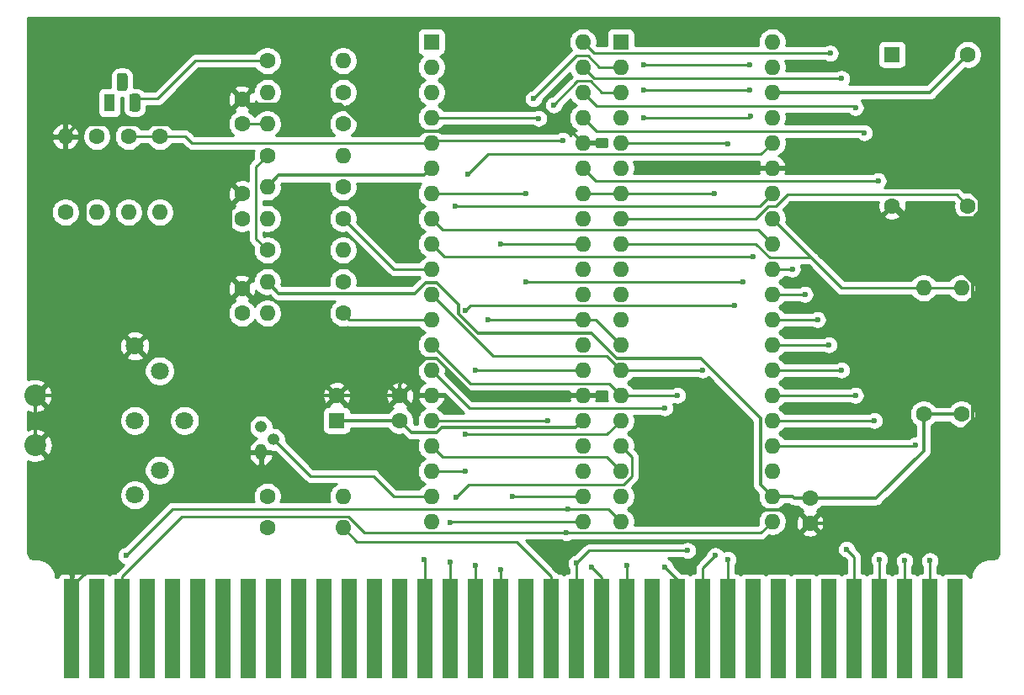
<source format=gbl>
G04 #@! TF.GenerationSoftware,KiCad,Pcbnew,(5.1.12)-1*
G04 #@! TF.CreationDate,2025-01-21T15:36:47+00:00*
G04 #@! TF.ProjectId,CPCVideo,43504356-6964-4656-9f2e-6b696361645f,rev?*
G04 #@! TF.SameCoordinates,Original*
G04 #@! TF.FileFunction,Copper,L2,Bot*
G04 #@! TF.FilePolarity,Positive*
%FSLAX46Y46*%
G04 Gerber Fmt 4.6, Leading zero omitted, Abs format (unit mm)*
G04 Created by KiCad (PCBNEW (5.1.12)-1) date 2025-01-21 15:36:47*
%MOMM*%
%LPD*%
G01*
G04 APERTURE LIST*
G04 #@! TA.AperFunction,ComponentPad*
%ADD10C,1.600000*%
G04 #@! TD*
G04 #@! TA.AperFunction,ComponentPad*
%ADD11R,1.600000X1.600000*%
G04 #@! TD*
G04 #@! TA.AperFunction,SMDPad,CuDef*
%ADD12R,1.600000X10.000000*%
G04 #@! TD*
G04 #@! TA.AperFunction,ComponentPad*
%ADD13C,2.200000*%
G04 #@! TD*
G04 #@! TA.AperFunction,ComponentPad*
%ADD14C,1.800000*%
G04 #@! TD*
G04 #@! TA.AperFunction,ComponentPad*
%ADD15R,1.100000X1.800000*%
G04 #@! TD*
G04 #@! TA.AperFunction,ComponentPad*
%ADD16O,1.200000X1.200000*%
G04 #@! TD*
G04 #@! TA.AperFunction,ComponentPad*
%ADD17O,1.200000X1.600000*%
G04 #@! TD*
G04 #@! TA.AperFunction,ComponentPad*
%ADD18O,1.600000X1.600000*%
G04 #@! TD*
G04 #@! TA.AperFunction,ViaPad*
%ADD19C,0.600000*%
G04 #@! TD*
G04 #@! TA.AperFunction,Conductor*
%ADD20C,0.350000*%
G04 #@! TD*
G04 #@! TA.AperFunction,Conductor*
%ADD21C,0.250000*%
G04 #@! TD*
G04 #@! TA.AperFunction,Conductor*
%ADD22C,0.254000*%
G04 #@! TD*
G04 #@! TA.AperFunction,Conductor*
%ADD23C,0.100000*%
G04 #@! TD*
G04 APERTURE END LIST*
D10*
X185420000Y-142280000D03*
D11*
X185420000Y-144780000D03*
D12*
X247650000Y-165735000D03*
X245110000Y-165735000D03*
X242570000Y-165735000D03*
X240030000Y-165735000D03*
X237490000Y-165735000D03*
X234950000Y-165735000D03*
X232410000Y-165735000D03*
X229870000Y-165735000D03*
X227330000Y-165735000D03*
X224790000Y-165735000D03*
X222250000Y-165735000D03*
X219710000Y-165735000D03*
X217170000Y-165735000D03*
X214630000Y-165735000D03*
X212090000Y-165735000D03*
X209550000Y-165735000D03*
X207010000Y-165735000D03*
X204470000Y-165735000D03*
X201930000Y-165735000D03*
X199390000Y-165735000D03*
X196850000Y-165735000D03*
X194310000Y-165735000D03*
X191770000Y-165735000D03*
X189230000Y-165735000D03*
X186690000Y-165735000D03*
X184150000Y-165735000D03*
X181610000Y-165735000D03*
X179070000Y-165735000D03*
X176530000Y-165735000D03*
X173990000Y-165735000D03*
X171450000Y-165735000D03*
X168910000Y-165735000D03*
X166370000Y-165735000D03*
X163830000Y-165735000D03*
X161290000Y-165735000D03*
X158750000Y-165735000D03*
D13*
X155100000Y-142280000D03*
X155100000Y-147280000D03*
D14*
X170100000Y-144780000D03*
X165100000Y-137280000D03*
X167600000Y-139780000D03*
X165100000Y-144780000D03*
X167600000Y-149780000D03*
X165100000Y-152280000D03*
D10*
X175895000Y-112435000D03*
X175895000Y-114935000D03*
X175895000Y-121960000D03*
X175895000Y-124460000D03*
X175895000Y-131485000D03*
X175895000Y-133985000D03*
D15*
X162560000Y-112795000D03*
G04 #@! TA.AperFunction,ComponentPad*
G36*
G01*
X164550000Y-113420000D02*
X164550000Y-112170000D01*
G75*
G02*
X164825000Y-111895000I275000J0D01*
G01*
X165375000Y-111895000D01*
G75*
G02*
X165650000Y-112170000I0J-275000D01*
G01*
X165650000Y-113420000D01*
G75*
G02*
X165375000Y-113695000I-275000J0D01*
G01*
X164825000Y-113695000D01*
G75*
G02*
X164550000Y-113420000I0J275000D01*
G01*
G37*
G04 #@! TD.AperFunction*
G04 #@! TA.AperFunction,ComponentPad*
G36*
G01*
X163280000Y-111350000D02*
X163280000Y-110100000D01*
G75*
G02*
X163555000Y-109825000I275000J0D01*
G01*
X164105000Y-109825000D01*
G75*
G02*
X164380000Y-110100000I0J-275000D01*
G01*
X164380000Y-111350000D01*
G75*
G02*
X164105000Y-111625000I-275000J0D01*
G01*
X163555000Y-111625000D01*
G75*
G02*
X163280000Y-111350000I0J275000D01*
G01*
G37*
G04 #@! TD.AperFunction*
D16*
X177800000Y-145415000D03*
X179070000Y-146685000D03*
D17*
X177800000Y-147955000D03*
D18*
X248285000Y-131445000D03*
D10*
X248285000Y-144145000D03*
D18*
X244475000Y-131445000D03*
D10*
X244475000Y-144145000D03*
D18*
X186055000Y-155575000D03*
D10*
X178435000Y-155575000D03*
D18*
X186055000Y-152400000D03*
D10*
X178435000Y-152400000D03*
D18*
X167640000Y-123825000D03*
D10*
X167640000Y-116205000D03*
D18*
X158115000Y-116205000D03*
D10*
X158115000Y-123825000D03*
D18*
X164465000Y-123825000D03*
D10*
X164465000Y-116205000D03*
D18*
X161290000Y-123825000D03*
D10*
X161290000Y-116205000D03*
D18*
X186055000Y-108585000D03*
D10*
X178435000Y-108585000D03*
D18*
X186055000Y-118110000D03*
D10*
X178435000Y-118110000D03*
D18*
X186055000Y-127635000D03*
D10*
X178435000Y-127635000D03*
D18*
X178435000Y-114935000D03*
D10*
X186055000Y-114935000D03*
D18*
X178435000Y-111760000D03*
D10*
X186055000Y-111760000D03*
D18*
X178435000Y-124460000D03*
D10*
X186055000Y-124460000D03*
D18*
X178435000Y-121285000D03*
D10*
X186055000Y-121285000D03*
D18*
X178435000Y-133985000D03*
D10*
X186055000Y-133985000D03*
D18*
X178435000Y-130810000D03*
D10*
X186055000Y-130810000D03*
X241300000Y-123190000D03*
X248920000Y-123190000D03*
X248920000Y-107950000D03*
D11*
X241300000Y-107950000D03*
D18*
X210185000Y-106680000D03*
X194945000Y-154940000D03*
X210185000Y-109220000D03*
X194945000Y-152400000D03*
X210185000Y-111760000D03*
X194945000Y-149860000D03*
X210185000Y-114300000D03*
X194945000Y-147320000D03*
X210185000Y-116840000D03*
X194945000Y-144780000D03*
X210185000Y-119380000D03*
X194945000Y-142240000D03*
X210185000Y-121920000D03*
X194945000Y-139700000D03*
X210185000Y-124460000D03*
X194945000Y-137160000D03*
X210185000Y-127000000D03*
X194945000Y-134620000D03*
X210185000Y-129540000D03*
X194945000Y-132080000D03*
X210185000Y-132080000D03*
X194945000Y-129540000D03*
X210185000Y-134620000D03*
X194945000Y-127000000D03*
X210185000Y-137160000D03*
X194945000Y-124460000D03*
X210185000Y-139700000D03*
X194945000Y-121920000D03*
X210185000Y-142240000D03*
X194945000Y-119380000D03*
X210185000Y-144780000D03*
X194945000Y-116840000D03*
X210185000Y-147320000D03*
X194945000Y-114300000D03*
X210185000Y-149860000D03*
X194945000Y-111760000D03*
X210185000Y-152400000D03*
X194945000Y-109220000D03*
X210185000Y-154940000D03*
D11*
X194945000Y-106680000D03*
D18*
X229235000Y-106680000D03*
X213995000Y-154940000D03*
X229235000Y-109220000D03*
X213995000Y-152400000D03*
X229235000Y-111760000D03*
X213995000Y-149860000D03*
X229235000Y-114300000D03*
X213995000Y-147320000D03*
X229235000Y-116840000D03*
X213995000Y-144780000D03*
X229235000Y-119380000D03*
X213995000Y-142240000D03*
X229235000Y-121920000D03*
X213995000Y-139700000D03*
X229235000Y-124460000D03*
X213995000Y-137160000D03*
X229235000Y-127000000D03*
X213995000Y-134620000D03*
X229235000Y-129540000D03*
X213995000Y-132080000D03*
X229235000Y-132080000D03*
X213995000Y-129540000D03*
X229235000Y-134620000D03*
X213995000Y-127000000D03*
X229235000Y-137160000D03*
X213995000Y-124460000D03*
X229235000Y-139700000D03*
X213995000Y-121920000D03*
X229235000Y-142240000D03*
X213995000Y-119380000D03*
X229235000Y-144780000D03*
X213995000Y-116840000D03*
X229235000Y-147320000D03*
X213995000Y-114300000D03*
X229235000Y-149860000D03*
X213995000Y-111760000D03*
X229235000Y-152400000D03*
X213995000Y-109220000D03*
X229235000Y-154940000D03*
D11*
X213995000Y-106680000D03*
D10*
X233045000Y-155090500D03*
X233045000Y-152590500D03*
X191770000Y-142280000D03*
X191770000Y-144780000D03*
D19*
X219583000Y-140843000D03*
X205232000Y-112395000D03*
X203073000Y-152400000D03*
X220726000Y-157861000D03*
X205740000Y-114379491D03*
X209550000Y-159131000D03*
X164211000Y-158369000D03*
X208661000Y-153670000D03*
X198374000Y-133731000D03*
X225425000Y-133223000D03*
X196850000Y-159004000D03*
X196850000Y-155067000D03*
X194183000Y-158750000D03*
X204470000Y-130810000D03*
X204470000Y-121920000D03*
X226314000Y-130810000D03*
X197421500Y-152463500D03*
X198628000Y-120015000D03*
X198374000Y-149860000D03*
X198374000Y-146177000D03*
X197358000Y-123190000D03*
X222250000Y-139700000D03*
X208153000Y-116586000D03*
X201930000Y-127000000D03*
X224790000Y-158750000D03*
X224790000Y-116967000D03*
X227330000Y-128270000D03*
X211074000Y-159512000D03*
X206629000Y-144780000D03*
X207264000Y-113030000D03*
X208534000Y-156083000D03*
X223520000Y-158369000D03*
X223393000Y-121920000D03*
X214630000Y-159385000D03*
X219709998Y-142240000D03*
X201929998Y-159766000D03*
X200660000Y-134620000D03*
X199390000Y-159384998D03*
X199390000Y-139700000D03*
X216281000Y-114300000D03*
X227076000Y-114173000D03*
X231267000Y-129540000D03*
X216281000Y-111506000D03*
X226949000Y-111506004D03*
X232537000Y-132080002D03*
X236728000Y-157734000D03*
X216281000Y-108966000D03*
X226949000Y-108966004D03*
X233807000Y-134620000D03*
X235077000Y-107823000D03*
X234950000Y-137160000D03*
X240030000Y-158749998D03*
X236220000Y-110363000D03*
X236220000Y-139700000D03*
X237617000Y-113284000D03*
X237617000Y-142239998D03*
X242570000Y-158877000D03*
X238506000Y-115824000D03*
X239522000Y-144780000D03*
X239903000Y-120650000D03*
X243649501Y-147256499D03*
X245110000Y-158876998D03*
X218440000Y-159512000D03*
X218440000Y-143510002D03*
D20*
X158750000Y-150930000D02*
X155100000Y-147280000D01*
X158750000Y-165735000D02*
X158750000Y-150930000D01*
X155100000Y-147280000D02*
X155100000Y-142280000D01*
X160100000Y-142280000D02*
X165100000Y-137280000D01*
X155100000Y-142280000D02*
X160100000Y-142280000D01*
X165100000Y-137280000D02*
X160114999Y-132294999D01*
X158750000Y-165735000D02*
X158750000Y-161535000D01*
X174719999Y-123135001D02*
X175895000Y-121960000D01*
X174719999Y-130309999D02*
X174719999Y-123135001D01*
X175895000Y-131485000D02*
X174719999Y-130309999D01*
X188524001Y-115664999D02*
X185794003Y-112935001D01*
X176395001Y-112935001D02*
X175895000Y-112435000D01*
X185794003Y-112935001D02*
X176395001Y-112935001D01*
X209009999Y-115664999D02*
X188524001Y-115664999D01*
X210185000Y-116840000D02*
X209009999Y-115664999D01*
X242475001Y-124365001D02*
X241300000Y-123190000D01*
X249484001Y-124365001D02*
X242475001Y-124365001D01*
X250095001Y-122625999D02*
X250095001Y-123754001D01*
X246849002Y-119380000D02*
X250095001Y-122625999D01*
X250095001Y-123754001D02*
X249484001Y-124365001D01*
X229235000Y-119380000D02*
X246849002Y-119380000D01*
X241300000Y-123190000D02*
X241554000Y-123190000D01*
X199224002Y-142240000D02*
X210185000Y-142240000D01*
X195509001Y-138524999D02*
X199224002Y-142240000D01*
X191770000Y-141135998D02*
X194380999Y-138524999D01*
X194380999Y-138524999D02*
X195509001Y-138524999D01*
X191770000Y-142280000D02*
X191770000Y-141135998D01*
X241769002Y-123190000D02*
X241300000Y-123190000D01*
X249460001Y-130880999D02*
X241769002Y-123190000D01*
X249460001Y-144709001D02*
X249460001Y-130880999D01*
X239078502Y-155090500D02*
X249460001Y-144709001D01*
X233045000Y-155090500D02*
X239078502Y-155090500D01*
X172330000Y-147955000D02*
X171255000Y-149030000D01*
X177800000Y-147955000D02*
X172330000Y-147955000D01*
X158750000Y-161535000D02*
X171255000Y-149030000D01*
X178005000Y-142280000D02*
X174938000Y-145347000D01*
X185420000Y-142280000D02*
X178005000Y-142280000D01*
X174049000Y-133331000D02*
X174049000Y-146236000D01*
X175895000Y-131485000D02*
X174049000Y-133331000D01*
X174049000Y-146236000D02*
X174938000Y-145347000D01*
X171255000Y-149030000D02*
X174049000Y-146236000D01*
X185420000Y-142280000D02*
X191770000Y-142280000D01*
X231719499Y-153764999D02*
X225838001Y-153764999D01*
X233045000Y-155090500D02*
X231719499Y-153764999D01*
X159290001Y-115029999D02*
X158115000Y-116205000D01*
X173300001Y-115029999D02*
X159290001Y-115029999D01*
X175895000Y-112435000D02*
X173300001Y-115029999D01*
X158115000Y-120079002D02*
X160114999Y-122079001D01*
X158115000Y-116205000D02*
X158115000Y-120079002D01*
X160114999Y-132294999D02*
X160114999Y-122079001D01*
X248285000Y-144145000D02*
X244475000Y-144145000D01*
X245110000Y-111760000D02*
X229235000Y-111760000D01*
X248920000Y-107950000D02*
X245110000Y-111760000D01*
X228059999Y-144510995D02*
X228059999Y-151224999D01*
X222074003Y-138524999D02*
X228059999Y-144510995D01*
X213620997Y-138524999D02*
X222074003Y-138524999D01*
X199628997Y-135984999D02*
X211080997Y-135984999D01*
X211080997Y-135984999D02*
X213620997Y-138524999D01*
X197698999Y-134055001D02*
X199628997Y-135984999D01*
X197698999Y-133094997D02*
X197698999Y-134055001D01*
X194380999Y-130904999D02*
X195509001Y-130904999D01*
X228059999Y-151224999D02*
X229235000Y-152400000D01*
X193300997Y-131985001D02*
X194380999Y-130904999D01*
X179610001Y-131985001D02*
X193300997Y-131985001D01*
X195509001Y-130904999D02*
X197698999Y-133094997D01*
X178435000Y-130810000D02*
X179610001Y-131985001D01*
X194215001Y-120109999D02*
X194945000Y-119380000D01*
X179610001Y-120109999D02*
X194215001Y-120109999D01*
X178435000Y-121285000D02*
X179610001Y-120109999D01*
X209463001Y-145501999D02*
X210185000Y-144780000D01*
X195509001Y-145955001D02*
X195962003Y-145501999D01*
X192945001Y-145955001D02*
X195509001Y-145955001D01*
X195962003Y-145501999D02*
X209463001Y-145501999D01*
X191770000Y-144780000D02*
X192945001Y-145955001D01*
X231457500Y-152590500D02*
X231267000Y-152400000D01*
X233045000Y-152590500D02*
X231457500Y-152590500D01*
X229235000Y-152400000D02*
X231267000Y-152400000D01*
X185420000Y-144780000D02*
X191770000Y-144780000D01*
X244475000Y-147828000D02*
X244475000Y-144145000D01*
X239712500Y-152590500D02*
X244475000Y-147828000D01*
X233045000Y-152590500D02*
X239712500Y-152590500D01*
D21*
X209532001Y-108094999D02*
X205232000Y-112395000D01*
X210710999Y-108094999D02*
X209532001Y-108094999D01*
X211836000Y-109220000D02*
X210710999Y-108094999D01*
X213995000Y-109220000D02*
X211836000Y-109220000D01*
X210185000Y-152400000D02*
X204089000Y-152400000D01*
X204089000Y-152400000D02*
X203073000Y-152400000D01*
X194945000Y-114300000D02*
X205660509Y-114300000D01*
X205660509Y-114300000D02*
X205740000Y-114379491D01*
X209550000Y-165735000D02*
X209550000Y-159131000D01*
X220726000Y-157861000D02*
X210820000Y-157861000D01*
X210820000Y-157861000D02*
X209550000Y-159131000D01*
X164211000Y-158369000D02*
X168910000Y-153670000D01*
X213995000Y-154940000D02*
X212725000Y-153670000D01*
X212725000Y-153670000D02*
X208661000Y-153670000D01*
X168910000Y-153670000D02*
X208661000Y-153670000D01*
X194945000Y-152400000D02*
X191135000Y-152400000D01*
X182753000Y-150368000D02*
X189103000Y-150368000D01*
X179070000Y-146685000D02*
X182753000Y-150368000D01*
X191135000Y-152400000D02*
X189103000Y-150368000D01*
X198374000Y-133731000D02*
X198882000Y-133223000D01*
X198882000Y-133223000D02*
X225425000Y-133223000D01*
X196850000Y-165735000D02*
X196850000Y-159004000D01*
X196977000Y-154940000D02*
X196850000Y-155067000D01*
X210185000Y-154940000D02*
X196977000Y-154940000D01*
X194310000Y-158877000D02*
X194183000Y-158750000D01*
X194310000Y-165735000D02*
X194310000Y-158877000D01*
X212580001Y-148445001D02*
X213995000Y-149860000D01*
X196070001Y-148445001D02*
X212580001Y-148445001D01*
X194945000Y-147320000D02*
X196070001Y-148445001D01*
X194945000Y-121920000D02*
X204470000Y-121920000D01*
X204470000Y-130810000D02*
X226314000Y-130810000D01*
X213995000Y-147320000D02*
X215120001Y-148445001D01*
X215120001Y-148445001D02*
X215120001Y-150400001D01*
X215120001Y-150400001D02*
X214309001Y-151211001D01*
X214309001Y-151211001D02*
X198673999Y-151211001D01*
X198673999Y-151211001D02*
X197421500Y-152463500D01*
X229235000Y-116840000D02*
X228092000Y-117983000D01*
X228092000Y-117983000D02*
X200660000Y-117983000D01*
X200660000Y-117983000D02*
X198628000Y-120015000D01*
X186690000Y-134620000D02*
X186055000Y-133985000D01*
X194945000Y-134620000D02*
X186690000Y-134620000D01*
X194945000Y-149860000D02*
X198374000Y-149860000D01*
X213995000Y-144780000D02*
X212598000Y-146177000D01*
X212598000Y-146177000D02*
X198374000Y-146177000D01*
X229235000Y-121920000D02*
X227965000Y-123190000D01*
X227965000Y-123190000D02*
X197358000Y-123190000D01*
X191135000Y-129540000D02*
X186055000Y-124460000D01*
X194945000Y-129540000D02*
X191135000Y-129540000D01*
X201150001Y-138285001D02*
X194945000Y-132080000D01*
X212580001Y-138285001D02*
X201150001Y-138285001D01*
X213995000Y-139700000D02*
X212580001Y-138285001D01*
X213995000Y-139700000D02*
X222250000Y-139700000D01*
X248285000Y-131445000D02*
X244475000Y-131445000D01*
X244475000Y-131445000D02*
X236220000Y-131445000D01*
X233189999Y-128414999D02*
X233299000Y-128524000D01*
X228984997Y-128414999D02*
X233189999Y-128414999D01*
X227569998Y-127000000D02*
X228984997Y-128414999D01*
X213995000Y-127000000D02*
X227569998Y-127000000D01*
X233299000Y-128524000D02*
X229235000Y-124460000D01*
X236220000Y-131445000D02*
X233299000Y-128524000D01*
X227820001Y-125585001D02*
X229235000Y-127000000D01*
X196070001Y-125585001D02*
X227820001Y-125585001D01*
X194945000Y-124460000D02*
X196070001Y-125585001D01*
X195199000Y-116586000D02*
X194945000Y-116840000D01*
X208153000Y-116586000D02*
X195199000Y-116586000D01*
X194945000Y-116840000D02*
X170815000Y-116840000D01*
X164465000Y-116205000D02*
X167640000Y-116205000D01*
X170180000Y-116205000D02*
X170815000Y-116840000D01*
X167640000Y-116205000D02*
X170180000Y-116205000D01*
X210185000Y-127000000D02*
X201930000Y-127000000D01*
X213995000Y-124460000D02*
X227569998Y-124460000D01*
X228839998Y-123190000D02*
X228148499Y-123881499D01*
X229630002Y-123190000D02*
X228839998Y-123190000D01*
X247794999Y-122064999D02*
X230755003Y-122064999D01*
X248920000Y-123190000D02*
X247794999Y-122064999D01*
X230755003Y-122064999D02*
X229630002Y-123190000D01*
X227569998Y-124460000D02*
X228148499Y-123881499D01*
X224790000Y-165735000D02*
X224790000Y-158750000D01*
X213995000Y-116840000D02*
X224663000Y-116840000D01*
X224663000Y-116840000D02*
X224790000Y-116967000D01*
X194945000Y-127000000D02*
X196215000Y-128270000D01*
X196215000Y-128270000D02*
X227330000Y-128270000D01*
X212090000Y-160528000D02*
X211074000Y-159512000D01*
X212090000Y-165735000D02*
X212090000Y-160528000D01*
X194945000Y-144780000D02*
X206629000Y-144780000D01*
X213995000Y-111760000D02*
X212088590Y-111760000D01*
X212088590Y-111760000D02*
X210963589Y-110634999D01*
X210963589Y-110634999D02*
X209659001Y-110634999D01*
X209659001Y-110634999D02*
X207264000Y-113030000D01*
X188228002Y-156083000D02*
X208534000Y-156083000D01*
X169865001Y-154449999D02*
X186595001Y-154449999D01*
X163830000Y-160485000D02*
X169865001Y-154449999D01*
X163830000Y-165735000D02*
X163830000Y-160485000D01*
X228092000Y-156083000D02*
X208534000Y-156083000D01*
X186595001Y-154449999D02*
X188228002Y-156083000D01*
X229235000Y-154940000D02*
X228092000Y-156083000D01*
X178435000Y-114935000D02*
X175895000Y-114935000D01*
X187452000Y-156972000D02*
X186055000Y-155575000D01*
X203497000Y-156972000D02*
X187452000Y-156972000D01*
X207010000Y-160485000D02*
X203497000Y-156972000D01*
X207010000Y-165735000D02*
X207010000Y-160485000D01*
X177309999Y-126509999D02*
X178435000Y-127635000D01*
X177309999Y-119235001D02*
X177309999Y-126509999D01*
X178435000Y-118110000D02*
X177309999Y-119235001D01*
X167411400Y-112395000D02*
X171221400Y-108585000D01*
X165100000Y-112395000D02*
X167411400Y-112395000D01*
X178435000Y-108585000D02*
X171221400Y-108585000D01*
X222250000Y-159639000D02*
X223520000Y-158369000D01*
X222250000Y-165735000D02*
X222250000Y-159639000D01*
X213995000Y-121920000D02*
X210185000Y-121920000D01*
X213995000Y-121920000D02*
X223393000Y-121920000D01*
X214630000Y-165735000D02*
X214630000Y-159385000D01*
X198899999Y-141114999D02*
X194945000Y-137160000D01*
X212869999Y-141114999D02*
X198899999Y-141114999D01*
X213995000Y-142240000D02*
X212869999Y-141114999D01*
X213995000Y-142240000D02*
X219709998Y-142240000D01*
X211455000Y-134620000D02*
X213995000Y-137160000D01*
X210185000Y-134620000D02*
X211455000Y-134620000D01*
X201930000Y-165735000D02*
X201930000Y-159766002D01*
X201930000Y-159766002D02*
X201929998Y-159766000D01*
X210185000Y-134620000D02*
X200660000Y-134620000D01*
X199390000Y-165735000D02*
X199390000Y-159384998D01*
X210185000Y-139700000D02*
X200406000Y-139700000D01*
X200406000Y-139700000D02*
X199390000Y-139700000D01*
X216281000Y-114300000D02*
X226949000Y-114300000D01*
X226949000Y-114300000D02*
X227076000Y-114173000D01*
X229235000Y-129540000D02*
X231267000Y-129540000D01*
X216281000Y-111506000D02*
X226948996Y-111506000D01*
X226948996Y-111506000D02*
X226949000Y-111506004D01*
X229235000Y-132080000D02*
X232536998Y-132080000D01*
X232536998Y-132080000D02*
X232537000Y-132080002D01*
X237490000Y-165735000D02*
X237490000Y-158496000D01*
X237490000Y-158496000D02*
X236728000Y-157734000D01*
X216281000Y-108966000D02*
X226948996Y-108966000D01*
X226948996Y-108966000D02*
X226949000Y-108966004D01*
X229235000Y-134620000D02*
X233807000Y-134620000D01*
X210185000Y-106680000D02*
X211328000Y-107823000D01*
X211328000Y-107823000D02*
X235077000Y-107823000D01*
X229235000Y-137160000D02*
X234950000Y-137160000D01*
X240030000Y-165735000D02*
X240030000Y-158749998D01*
X211328000Y-110363000D02*
X236220000Y-110363000D01*
X210185000Y-109220000D02*
X211328000Y-110363000D01*
X229235000Y-139700000D02*
X236220000Y-139700000D01*
X211582000Y-113157000D02*
X237490000Y-113157000D01*
X210185000Y-111760000D02*
X211582000Y-113157000D01*
X237490000Y-113157000D02*
X237617000Y-113284000D01*
X229235000Y-142240000D02*
X237616998Y-142240000D01*
X237616998Y-142240000D02*
X237617000Y-142239998D01*
X242570000Y-165735000D02*
X242570000Y-158877000D01*
X238379000Y-115697000D02*
X238506000Y-115824000D01*
X210185000Y-114300000D02*
X211582000Y-115697000D01*
X211582000Y-115697000D02*
X238379000Y-115697000D01*
X229235000Y-144780000D02*
X239522000Y-144780000D01*
X210185000Y-119380000D02*
X211455000Y-120650000D01*
X211455000Y-120650000D02*
X239903000Y-120650000D01*
X229235000Y-147320000D02*
X243586000Y-147320000D01*
X243586000Y-147320000D02*
X243649501Y-147256499D01*
X245110000Y-165735000D02*
X245110000Y-158876998D01*
X219710000Y-160782000D02*
X218440000Y-159512000D01*
X219710000Y-165735000D02*
X219710000Y-160782000D01*
X198755002Y-143510002D02*
X218440000Y-143510002D01*
X194945000Y-139700000D02*
X198755002Y-143510002D01*
D22*
X252020001Y-158080269D02*
X252005995Y-158223109D01*
X251974599Y-158327099D01*
X251923601Y-158423013D01*
X251854941Y-158507199D01*
X251771243Y-158576439D01*
X251675689Y-158628105D01*
X251571922Y-158660227D01*
X251431359Y-158675000D01*
X251171123Y-158675000D01*
X251140587Y-158678007D01*
X251132786Y-158677953D01*
X251122920Y-158678920D01*
X250876417Y-158704828D01*
X250813399Y-158717764D01*
X250750167Y-158729826D01*
X250740677Y-158732692D01*
X250503901Y-158805987D01*
X250444597Y-158830916D01*
X250384915Y-158855029D01*
X250376163Y-158859683D01*
X250158133Y-158977571D01*
X250104805Y-159013541D01*
X250050935Y-159048793D01*
X250043253Y-159055059D01*
X249852273Y-159213051D01*
X249806936Y-159258706D01*
X249760953Y-159303736D01*
X249754634Y-159311374D01*
X249597979Y-159503452D01*
X249562375Y-159557041D01*
X249526011Y-159610150D01*
X249521296Y-159618870D01*
X249404934Y-159837717D01*
X249380413Y-159897208D01*
X249355062Y-159956357D01*
X249352131Y-159965827D01*
X249280491Y-160203108D01*
X249267997Y-160266205D01*
X249254612Y-160329179D01*
X249253576Y-160339038D01*
X249235048Y-160528000D01*
X249050780Y-160528000D01*
X249039502Y-160490820D01*
X248980537Y-160380506D01*
X248901185Y-160283815D01*
X248804494Y-160204463D01*
X248694180Y-160145498D01*
X248574482Y-160109188D01*
X248450000Y-160096928D01*
X246850000Y-160096928D01*
X246725518Y-160109188D01*
X246605820Y-160145498D01*
X246495506Y-160204463D01*
X246398815Y-160283815D01*
X246380000Y-160306741D01*
X246361185Y-160283815D01*
X246264494Y-160204463D01*
X246154180Y-160145498D01*
X246034482Y-160109188D01*
X245910000Y-160096928D01*
X245870000Y-160096928D01*
X245870000Y-159422533D01*
X245938586Y-159319887D01*
X246009068Y-159149727D01*
X246045000Y-158969087D01*
X246045000Y-158784909D01*
X246009068Y-158604269D01*
X245938586Y-158434109D01*
X245836262Y-158280970D01*
X245706028Y-158150736D01*
X245552889Y-158048412D01*
X245382729Y-157977930D01*
X245202089Y-157941998D01*
X245017911Y-157941998D01*
X244837271Y-157977930D01*
X244667111Y-158048412D01*
X244513972Y-158150736D01*
X244383738Y-158280970D01*
X244281414Y-158434109D01*
X244210932Y-158604269D01*
X244175000Y-158784909D01*
X244175000Y-158969087D01*
X244210932Y-159149727D01*
X244281414Y-159319887D01*
X244350001Y-159422535D01*
X244350001Y-160096928D01*
X244310000Y-160096928D01*
X244185518Y-160109188D01*
X244065820Y-160145498D01*
X243955506Y-160204463D01*
X243858815Y-160283815D01*
X243840000Y-160306741D01*
X243821185Y-160283815D01*
X243724494Y-160204463D01*
X243614180Y-160145498D01*
X243494482Y-160109188D01*
X243370000Y-160096928D01*
X243330000Y-160096928D01*
X243330000Y-159422535D01*
X243398586Y-159319889D01*
X243469068Y-159149729D01*
X243505000Y-158969089D01*
X243505000Y-158784911D01*
X243469068Y-158604271D01*
X243398586Y-158434111D01*
X243296262Y-158280972D01*
X243166028Y-158150738D01*
X243012889Y-158048414D01*
X242842729Y-157977932D01*
X242662089Y-157942000D01*
X242477911Y-157942000D01*
X242297271Y-157977932D01*
X242127111Y-158048414D01*
X241973972Y-158150738D01*
X241843738Y-158280972D01*
X241741414Y-158434111D01*
X241670932Y-158604271D01*
X241635000Y-158784911D01*
X241635000Y-158969089D01*
X241670932Y-159149729D01*
X241741414Y-159319889D01*
X241810001Y-159422537D01*
X241810001Y-160096928D01*
X241770000Y-160096928D01*
X241645518Y-160109188D01*
X241525820Y-160145498D01*
X241415506Y-160204463D01*
X241318815Y-160283815D01*
X241300000Y-160306741D01*
X241281185Y-160283815D01*
X241184494Y-160204463D01*
X241074180Y-160145498D01*
X240954482Y-160109188D01*
X240830000Y-160096928D01*
X240790000Y-160096928D01*
X240790000Y-159295533D01*
X240858586Y-159192887D01*
X240929068Y-159022727D01*
X240965000Y-158842087D01*
X240965000Y-158657909D01*
X240929068Y-158477269D01*
X240858586Y-158307109D01*
X240756262Y-158153970D01*
X240626028Y-158023736D01*
X240472889Y-157921412D01*
X240302729Y-157850930D01*
X240122089Y-157814998D01*
X239937911Y-157814998D01*
X239757271Y-157850930D01*
X239587111Y-157921412D01*
X239433972Y-158023736D01*
X239303738Y-158153970D01*
X239201414Y-158307109D01*
X239130932Y-158477269D01*
X239095000Y-158657909D01*
X239095000Y-158842087D01*
X239130932Y-159022727D01*
X239201414Y-159192887D01*
X239270001Y-159295535D01*
X239270001Y-160096928D01*
X239230000Y-160096928D01*
X239105518Y-160109188D01*
X238985820Y-160145498D01*
X238875506Y-160204463D01*
X238778815Y-160283815D01*
X238760000Y-160306741D01*
X238741185Y-160283815D01*
X238644494Y-160204463D01*
X238534180Y-160145498D01*
X238414482Y-160109188D01*
X238290000Y-160096928D01*
X238250000Y-160096928D01*
X238250000Y-158533325D01*
X238253676Y-158496000D01*
X238250000Y-158458675D01*
X238250000Y-158458667D01*
X238239003Y-158347014D01*
X238195546Y-158203753D01*
X238124974Y-158071724D01*
X238030001Y-157955999D01*
X238001002Y-157932201D01*
X237651153Y-157582351D01*
X237627068Y-157461271D01*
X237556586Y-157291111D01*
X237454262Y-157137972D01*
X237324028Y-157007738D01*
X237170889Y-156905414D01*
X237000729Y-156834932D01*
X236820089Y-156799000D01*
X236635911Y-156799000D01*
X236455271Y-156834932D01*
X236285111Y-156905414D01*
X236131972Y-157007738D01*
X236001738Y-157137972D01*
X235899414Y-157291111D01*
X235828932Y-157461271D01*
X235793000Y-157641911D01*
X235793000Y-157826089D01*
X235828932Y-158006729D01*
X235899414Y-158176889D01*
X236001738Y-158330028D01*
X236131972Y-158460262D01*
X236285111Y-158562586D01*
X236455271Y-158633068D01*
X236576351Y-158657153D01*
X236730001Y-158810803D01*
X236730001Y-160096928D01*
X236690000Y-160096928D01*
X236565518Y-160109188D01*
X236445820Y-160145498D01*
X236335506Y-160204463D01*
X236238815Y-160283815D01*
X236220000Y-160306741D01*
X236201185Y-160283815D01*
X236104494Y-160204463D01*
X235994180Y-160145498D01*
X235874482Y-160109188D01*
X235750000Y-160096928D01*
X234150000Y-160096928D01*
X234025518Y-160109188D01*
X233905820Y-160145498D01*
X233795506Y-160204463D01*
X233698815Y-160283815D01*
X233680000Y-160306741D01*
X233661185Y-160283815D01*
X233564494Y-160204463D01*
X233454180Y-160145498D01*
X233334482Y-160109188D01*
X233210000Y-160096928D01*
X231610000Y-160096928D01*
X231485518Y-160109188D01*
X231365820Y-160145498D01*
X231255506Y-160204463D01*
X231158815Y-160283815D01*
X231140000Y-160306741D01*
X231121185Y-160283815D01*
X231024494Y-160204463D01*
X230914180Y-160145498D01*
X230794482Y-160109188D01*
X230670000Y-160096928D01*
X229070000Y-160096928D01*
X228945518Y-160109188D01*
X228825820Y-160145498D01*
X228715506Y-160204463D01*
X228618815Y-160283815D01*
X228600000Y-160306741D01*
X228581185Y-160283815D01*
X228484494Y-160204463D01*
X228374180Y-160145498D01*
X228254482Y-160109188D01*
X228130000Y-160096928D01*
X226530000Y-160096928D01*
X226405518Y-160109188D01*
X226285820Y-160145498D01*
X226175506Y-160204463D01*
X226078815Y-160283815D01*
X226060000Y-160306741D01*
X226041185Y-160283815D01*
X225944494Y-160204463D01*
X225834180Y-160145498D01*
X225714482Y-160109188D01*
X225590000Y-160096928D01*
X225550000Y-160096928D01*
X225550000Y-159295535D01*
X225618586Y-159192889D01*
X225689068Y-159022729D01*
X225725000Y-158842089D01*
X225725000Y-158657911D01*
X225689068Y-158477271D01*
X225618586Y-158307111D01*
X225516262Y-158153972D01*
X225386028Y-158023738D01*
X225232889Y-157921414D01*
X225062729Y-157850932D01*
X224882089Y-157815000D01*
X224697911Y-157815000D01*
X224517271Y-157850932D01*
X224347111Y-157921414D01*
X224345961Y-157922182D01*
X224246262Y-157772972D01*
X224116028Y-157642738D01*
X223962889Y-157540414D01*
X223792729Y-157469932D01*
X223612089Y-157434000D01*
X223427911Y-157434000D01*
X223247271Y-157469932D01*
X223077111Y-157540414D01*
X222923972Y-157642738D01*
X222793738Y-157772972D01*
X222691414Y-157926111D01*
X222620932Y-158096271D01*
X222596847Y-158217351D01*
X221738998Y-159075201D01*
X221710000Y-159098999D01*
X221686202Y-159127997D01*
X221686201Y-159127998D01*
X221615026Y-159214724D01*
X221544454Y-159346754D01*
X221520748Y-159424905D01*
X221500998Y-159490014D01*
X221496472Y-159535963D01*
X221486324Y-159639000D01*
X221490001Y-159676332D01*
X221490001Y-160096928D01*
X221450000Y-160096928D01*
X221325518Y-160109188D01*
X221205820Y-160145498D01*
X221095506Y-160204463D01*
X220998815Y-160283815D01*
X220980000Y-160306741D01*
X220961185Y-160283815D01*
X220864494Y-160204463D01*
X220754180Y-160145498D01*
X220634482Y-160109188D01*
X220510000Y-160096928D01*
X220099730Y-160096928D01*
X219363153Y-159360351D01*
X219339068Y-159239271D01*
X219268586Y-159069111D01*
X219166262Y-158915972D01*
X219036028Y-158785738D01*
X218882889Y-158683414D01*
X218732207Y-158621000D01*
X220180465Y-158621000D01*
X220283111Y-158689586D01*
X220453271Y-158760068D01*
X220633911Y-158796000D01*
X220818089Y-158796000D01*
X220998729Y-158760068D01*
X221168889Y-158689586D01*
X221322028Y-158587262D01*
X221452262Y-158457028D01*
X221554586Y-158303889D01*
X221625068Y-158133729D01*
X221661000Y-157953089D01*
X221661000Y-157768911D01*
X221625068Y-157588271D01*
X221554586Y-157418111D01*
X221452262Y-157264972D01*
X221322028Y-157134738D01*
X221168889Y-157032414D01*
X220998729Y-156961932D01*
X220818089Y-156926000D01*
X220633911Y-156926000D01*
X220453271Y-156961932D01*
X220283111Y-157032414D01*
X220180465Y-157101000D01*
X210857322Y-157101000D01*
X210819999Y-157097324D01*
X210782676Y-157101000D01*
X210782667Y-157101000D01*
X210671014Y-157111997D01*
X210527753Y-157155454D01*
X210395724Y-157226026D01*
X210279999Y-157320999D01*
X210256201Y-157349997D01*
X209398351Y-158207847D01*
X209277271Y-158231932D01*
X209107111Y-158302414D01*
X208953972Y-158404738D01*
X208823738Y-158534972D01*
X208721414Y-158688111D01*
X208650932Y-158858271D01*
X208615000Y-159038911D01*
X208615000Y-159223089D01*
X208650932Y-159403729D01*
X208721414Y-159573889D01*
X208790001Y-159676537D01*
X208790001Y-160096928D01*
X208750000Y-160096928D01*
X208625518Y-160109188D01*
X208505820Y-160145498D01*
X208395506Y-160204463D01*
X208298815Y-160283815D01*
X208280000Y-160306741D01*
X208261185Y-160283815D01*
X208164494Y-160204463D01*
X208054180Y-160145498D01*
X207934482Y-160109188D01*
X207810000Y-160096928D01*
X207664326Y-160096928D01*
X207644974Y-160060724D01*
X207550001Y-159944999D01*
X207521003Y-159921201D01*
X204442801Y-156843000D01*
X207988465Y-156843000D01*
X208091111Y-156911586D01*
X208261271Y-156982068D01*
X208441911Y-157018000D01*
X208626089Y-157018000D01*
X208806729Y-156982068D01*
X208976889Y-156911586D01*
X209079535Y-156843000D01*
X228054678Y-156843000D01*
X228092000Y-156846676D01*
X228129322Y-156843000D01*
X228129333Y-156843000D01*
X228240986Y-156832003D01*
X228384247Y-156788546D01*
X228516276Y-156717974D01*
X228632001Y-156623001D01*
X228655804Y-156593998D01*
X228911113Y-156338688D01*
X229093665Y-156375000D01*
X229376335Y-156375000D01*
X229653574Y-156319853D01*
X229914727Y-156211680D01*
X230107008Y-156083202D01*
X232231903Y-156083202D01*
X232303486Y-156327171D01*
X232558996Y-156448071D01*
X232833184Y-156516800D01*
X233115512Y-156530717D01*
X233395130Y-156489287D01*
X233661292Y-156394103D01*
X233786514Y-156327171D01*
X233858097Y-156083202D01*
X233045000Y-155270105D01*
X232231903Y-156083202D01*
X230107008Y-156083202D01*
X230149759Y-156054637D01*
X230349637Y-155854759D01*
X230506680Y-155619727D01*
X230614853Y-155358574D01*
X230654151Y-155161012D01*
X231604783Y-155161012D01*
X231646213Y-155440630D01*
X231741397Y-155706792D01*
X231808329Y-155832014D01*
X232052298Y-155903597D01*
X232865395Y-155090500D01*
X233224605Y-155090500D01*
X234037702Y-155903597D01*
X234281671Y-155832014D01*
X234402571Y-155576504D01*
X234471300Y-155302316D01*
X234485217Y-155019988D01*
X234443787Y-154740370D01*
X234348603Y-154474208D01*
X234281671Y-154348986D01*
X234037702Y-154277403D01*
X233224605Y-155090500D01*
X232865395Y-155090500D01*
X232052298Y-154277403D01*
X231808329Y-154348986D01*
X231687429Y-154604496D01*
X231618700Y-154878684D01*
X231604783Y-155161012D01*
X230654151Y-155161012D01*
X230670000Y-155081335D01*
X230670000Y-154798665D01*
X230614853Y-154521426D01*
X230506680Y-154260273D01*
X230349637Y-154025241D01*
X230149759Y-153825363D01*
X229917241Y-153670000D01*
X230149759Y-153514637D01*
X230349637Y-153314759D01*
X230419635Y-153210000D01*
X230935552Y-153210000D01*
X231005311Y-153267249D01*
X231146027Y-153342463D01*
X231298712Y-153388780D01*
X231417709Y-153400500D01*
X231417712Y-153400500D01*
X231457500Y-153404419D01*
X231497288Y-153400500D01*
X231860365Y-153400500D01*
X231930363Y-153505259D01*
X232130241Y-153705137D01*
X232330869Y-153839192D01*
X232303486Y-153853829D01*
X232231903Y-154097798D01*
X233045000Y-154910895D01*
X233858097Y-154097798D01*
X233786514Y-153853829D01*
X233757659Y-153840176D01*
X233959759Y-153705137D01*
X234159637Y-153505259D01*
X234229635Y-153400500D01*
X239672712Y-153400500D01*
X239712500Y-153404419D01*
X239752288Y-153400500D01*
X239752291Y-153400500D01*
X239871288Y-153388780D01*
X240023973Y-153342463D01*
X240164689Y-153267249D01*
X240288028Y-153166028D01*
X240313400Y-153135112D01*
X245019619Y-148428894D01*
X245050528Y-148403528D01*
X245106119Y-148335790D01*
X245151749Y-148280190D01*
X245199155Y-148191499D01*
X245226963Y-148139473D01*
X245273280Y-147986788D01*
X245285000Y-147867791D01*
X245285000Y-147867789D01*
X245288919Y-147828001D01*
X245285000Y-147788213D01*
X245285000Y-145329635D01*
X245389759Y-145259637D01*
X245589637Y-145059759D01*
X245659635Y-144955000D01*
X247100365Y-144955000D01*
X247170363Y-145059759D01*
X247370241Y-145259637D01*
X247605273Y-145416680D01*
X247866426Y-145524853D01*
X248143665Y-145580000D01*
X248426335Y-145580000D01*
X248703574Y-145524853D01*
X248964727Y-145416680D01*
X249199759Y-145259637D01*
X249399637Y-145059759D01*
X249556680Y-144824727D01*
X249664853Y-144563574D01*
X249720000Y-144286335D01*
X249720000Y-144003665D01*
X249664853Y-143726426D01*
X249556680Y-143465273D01*
X249399637Y-143230241D01*
X249199759Y-143030363D01*
X248964727Y-142873320D01*
X248703574Y-142765147D01*
X248426335Y-142710000D01*
X248143665Y-142710000D01*
X247866426Y-142765147D01*
X247605273Y-142873320D01*
X247370241Y-143030363D01*
X247170363Y-143230241D01*
X247100365Y-143335000D01*
X245659635Y-143335000D01*
X245589637Y-143230241D01*
X245389759Y-143030363D01*
X245154727Y-142873320D01*
X244893574Y-142765147D01*
X244616335Y-142710000D01*
X244333665Y-142710000D01*
X244056426Y-142765147D01*
X243795273Y-142873320D01*
X243560241Y-143030363D01*
X243360363Y-143230241D01*
X243203320Y-143465273D01*
X243095147Y-143726426D01*
X243040000Y-144003665D01*
X243040000Y-144286335D01*
X243095147Y-144563574D01*
X243203320Y-144824727D01*
X243360363Y-145059759D01*
X243560241Y-145259637D01*
X243665001Y-145329635D01*
X243665000Y-146321499D01*
X243557412Y-146321499D01*
X243376772Y-146357431D01*
X243206612Y-146427913D01*
X243053473Y-146530237D01*
X243023710Y-146560000D01*
X230453043Y-146560000D01*
X230349637Y-146405241D01*
X230149759Y-146205363D01*
X229917241Y-146050000D01*
X230149759Y-145894637D01*
X230349637Y-145694759D01*
X230453043Y-145540000D01*
X238976465Y-145540000D01*
X239079111Y-145608586D01*
X239249271Y-145679068D01*
X239429911Y-145715000D01*
X239614089Y-145715000D01*
X239794729Y-145679068D01*
X239964889Y-145608586D01*
X240118028Y-145506262D01*
X240248262Y-145376028D01*
X240350586Y-145222889D01*
X240421068Y-145052729D01*
X240457000Y-144872089D01*
X240457000Y-144687911D01*
X240421068Y-144507271D01*
X240350586Y-144337111D01*
X240248262Y-144183972D01*
X240118028Y-144053738D01*
X239964889Y-143951414D01*
X239794729Y-143880932D01*
X239614089Y-143845000D01*
X239429911Y-143845000D01*
X239249271Y-143880932D01*
X239079111Y-143951414D01*
X238976465Y-144020000D01*
X230453043Y-144020000D01*
X230349637Y-143865241D01*
X230149759Y-143665363D01*
X229917241Y-143510000D01*
X230149759Y-143354637D01*
X230349637Y-143154759D01*
X230453043Y-143000000D01*
X237071468Y-143000000D01*
X237174111Y-143068584D01*
X237344271Y-143139066D01*
X237524911Y-143174998D01*
X237709089Y-143174998D01*
X237889729Y-143139066D01*
X238059889Y-143068584D01*
X238213028Y-142966260D01*
X238343262Y-142836026D01*
X238445586Y-142682887D01*
X238516068Y-142512727D01*
X238552000Y-142332087D01*
X238552000Y-142147909D01*
X238516068Y-141967269D01*
X238445586Y-141797109D01*
X238343262Y-141643970D01*
X238213028Y-141513736D01*
X238059889Y-141411412D01*
X237889729Y-141340930D01*
X237709089Y-141304998D01*
X237524911Y-141304998D01*
X237344271Y-141340930D01*
X237174111Y-141411412D01*
X237071462Y-141480000D01*
X230453043Y-141480000D01*
X230349637Y-141325241D01*
X230149759Y-141125363D01*
X229917241Y-140970000D01*
X230149759Y-140814637D01*
X230349637Y-140614759D01*
X230453043Y-140460000D01*
X235674465Y-140460000D01*
X235777111Y-140528586D01*
X235947271Y-140599068D01*
X236127911Y-140635000D01*
X236312089Y-140635000D01*
X236492729Y-140599068D01*
X236662889Y-140528586D01*
X236816028Y-140426262D01*
X236946262Y-140296028D01*
X237048586Y-140142889D01*
X237119068Y-139972729D01*
X237155000Y-139792089D01*
X237155000Y-139607911D01*
X237119068Y-139427271D01*
X237048586Y-139257111D01*
X236946262Y-139103972D01*
X236816028Y-138973738D01*
X236662889Y-138871414D01*
X236492729Y-138800932D01*
X236312089Y-138765000D01*
X236127911Y-138765000D01*
X235947271Y-138800932D01*
X235777111Y-138871414D01*
X235674465Y-138940000D01*
X230453043Y-138940000D01*
X230349637Y-138785241D01*
X230149759Y-138585363D01*
X229917241Y-138430000D01*
X230149759Y-138274637D01*
X230349637Y-138074759D01*
X230453043Y-137920000D01*
X234404465Y-137920000D01*
X234507111Y-137988586D01*
X234677271Y-138059068D01*
X234857911Y-138095000D01*
X235042089Y-138095000D01*
X235222729Y-138059068D01*
X235392889Y-137988586D01*
X235546028Y-137886262D01*
X235676262Y-137756028D01*
X235778586Y-137602889D01*
X235849068Y-137432729D01*
X235885000Y-137252089D01*
X235885000Y-137067911D01*
X235849068Y-136887271D01*
X235778586Y-136717111D01*
X235676262Y-136563972D01*
X235546028Y-136433738D01*
X235392889Y-136331414D01*
X235222729Y-136260932D01*
X235042089Y-136225000D01*
X234857911Y-136225000D01*
X234677271Y-136260932D01*
X234507111Y-136331414D01*
X234404465Y-136400000D01*
X230453043Y-136400000D01*
X230349637Y-136245241D01*
X230149759Y-136045363D01*
X229917241Y-135890000D01*
X230149759Y-135734637D01*
X230349637Y-135534759D01*
X230453043Y-135380000D01*
X233261465Y-135380000D01*
X233364111Y-135448586D01*
X233534271Y-135519068D01*
X233714911Y-135555000D01*
X233899089Y-135555000D01*
X234079729Y-135519068D01*
X234249889Y-135448586D01*
X234403028Y-135346262D01*
X234533262Y-135216028D01*
X234635586Y-135062889D01*
X234706068Y-134892729D01*
X234742000Y-134712089D01*
X234742000Y-134527911D01*
X234706068Y-134347271D01*
X234635586Y-134177111D01*
X234533262Y-134023972D01*
X234403028Y-133893738D01*
X234249889Y-133791414D01*
X234079729Y-133720932D01*
X233899089Y-133685000D01*
X233714911Y-133685000D01*
X233534271Y-133720932D01*
X233364111Y-133791414D01*
X233261465Y-133860000D01*
X230453043Y-133860000D01*
X230349637Y-133705241D01*
X230149759Y-133505363D01*
X229917241Y-133350000D01*
X230149759Y-133194637D01*
X230349637Y-132994759D01*
X230453043Y-132840000D01*
X231991462Y-132840000D01*
X232094111Y-132908588D01*
X232264271Y-132979070D01*
X232444911Y-133015002D01*
X232629089Y-133015002D01*
X232809729Y-132979070D01*
X232979889Y-132908588D01*
X233133028Y-132806264D01*
X233263262Y-132676030D01*
X233365586Y-132522891D01*
X233436068Y-132352731D01*
X233472000Y-132172091D01*
X233472000Y-131987913D01*
X233436068Y-131807273D01*
X233365586Y-131637113D01*
X233263262Y-131483974D01*
X233133028Y-131353740D01*
X232979889Y-131251416D01*
X232809729Y-131180934D01*
X232629089Y-131145002D01*
X232444911Y-131145002D01*
X232264271Y-131180934D01*
X232094111Y-131251416D01*
X231991468Y-131320000D01*
X230453043Y-131320000D01*
X230349637Y-131165241D01*
X230149759Y-130965363D01*
X229917241Y-130810000D01*
X230149759Y-130654637D01*
X230349637Y-130454759D01*
X230453043Y-130300000D01*
X230721465Y-130300000D01*
X230824111Y-130368586D01*
X230994271Y-130439068D01*
X231174911Y-130475000D01*
X231359089Y-130475000D01*
X231539729Y-130439068D01*
X231709889Y-130368586D01*
X231863028Y-130266262D01*
X231993262Y-130136028D01*
X232095586Y-129982889D01*
X232166068Y-129812729D01*
X232202000Y-129632089D01*
X232202000Y-129447911D01*
X232166068Y-129267271D01*
X232127848Y-129174999D01*
X232875198Y-129174999D01*
X235656201Y-131956003D01*
X235679999Y-131985001D01*
X235795724Y-132079974D01*
X235927753Y-132150546D01*
X236071014Y-132194003D01*
X236182667Y-132205000D01*
X236182677Y-132205000D01*
X236220000Y-132208676D01*
X236257323Y-132205000D01*
X243256957Y-132205000D01*
X243360363Y-132359759D01*
X243560241Y-132559637D01*
X243795273Y-132716680D01*
X244056426Y-132824853D01*
X244333665Y-132880000D01*
X244616335Y-132880000D01*
X244893574Y-132824853D01*
X245154727Y-132716680D01*
X245389759Y-132559637D01*
X245589637Y-132359759D01*
X245693043Y-132205000D01*
X247066957Y-132205000D01*
X247170363Y-132359759D01*
X247370241Y-132559637D01*
X247605273Y-132716680D01*
X247866426Y-132824853D01*
X248143665Y-132880000D01*
X248426335Y-132880000D01*
X248703574Y-132824853D01*
X248964727Y-132716680D01*
X249199759Y-132559637D01*
X249399637Y-132359759D01*
X249556680Y-132124727D01*
X249664853Y-131863574D01*
X249720000Y-131586335D01*
X249720000Y-131303665D01*
X249664853Y-131026426D01*
X249556680Y-130765273D01*
X249399637Y-130530241D01*
X249199759Y-130330363D01*
X248964727Y-130173320D01*
X248703574Y-130065147D01*
X248426335Y-130010000D01*
X248143665Y-130010000D01*
X247866426Y-130065147D01*
X247605273Y-130173320D01*
X247370241Y-130330363D01*
X247170363Y-130530241D01*
X247066957Y-130685000D01*
X245693043Y-130685000D01*
X245589637Y-130530241D01*
X245389759Y-130330363D01*
X245154727Y-130173320D01*
X244893574Y-130065147D01*
X244616335Y-130010000D01*
X244333665Y-130010000D01*
X244056426Y-130065147D01*
X243795273Y-130173320D01*
X243560241Y-130330363D01*
X243360363Y-130530241D01*
X243256957Y-130685000D01*
X236534802Y-130685000D01*
X233862803Y-128013002D01*
X233862799Y-128012997D01*
X233753798Y-127903996D01*
X233730000Y-127874998D01*
X233701002Y-127851200D01*
X230633688Y-124783887D01*
X230670000Y-124601335D01*
X230670000Y-124318665D01*
X230642955Y-124182702D01*
X240486903Y-124182702D01*
X240558486Y-124426671D01*
X240813996Y-124547571D01*
X241088184Y-124616300D01*
X241370512Y-124630217D01*
X241650130Y-124588787D01*
X241916292Y-124493603D01*
X242041514Y-124426671D01*
X242113097Y-124182702D01*
X241300000Y-123369605D01*
X240486903Y-124182702D01*
X230642955Y-124182702D01*
X230614853Y-124041426D01*
X230506680Y-123780273D01*
X230349637Y-123545241D01*
X230349600Y-123545204D01*
X231069805Y-122824999D01*
X239912098Y-122824999D01*
X239873700Y-122978184D01*
X239859783Y-123260512D01*
X239901213Y-123540130D01*
X239996397Y-123806292D01*
X240063329Y-123931514D01*
X240307298Y-124003097D01*
X241120395Y-123190000D01*
X241106253Y-123175858D01*
X241285858Y-122996253D01*
X241300000Y-123010395D01*
X241314143Y-122996253D01*
X241493748Y-123175858D01*
X241479605Y-123190000D01*
X242292702Y-124003097D01*
X242536671Y-123931514D01*
X242657571Y-123676004D01*
X242726300Y-123401816D01*
X242740217Y-123119488D01*
X242698787Y-122839870D01*
X242693469Y-122824999D01*
X247480198Y-122824999D01*
X247521312Y-122866113D01*
X247485000Y-123048665D01*
X247485000Y-123331335D01*
X247540147Y-123608574D01*
X247648320Y-123869727D01*
X247805363Y-124104759D01*
X248005241Y-124304637D01*
X248240273Y-124461680D01*
X248501426Y-124569853D01*
X248778665Y-124625000D01*
X249061335Y-124625000D01*
X249338574Y-124569853D01*
X249599727Y-124461680D01*
X249834759Y-124304637D01*
X250034637Y-124104759D01*
X250191680Y-123869727D01*
X250299853Y-123608574D01*
X250355000Y-123331335D01*
X250355000Y-123048665D01*
X250299853Y-122771426D01*
X250191680Y-122510273D01*
X250034637Y-122275241D01*
X249834759Y-122075363D01*
X249599727Y-121918320D01*
X249338574Y-121810147D01*
X249061335Y-121755000D01*
X248778665Y-121755000D01*
X248596113Y-121791312D01*
X248358803Y-121554001D01*
X248335000Y-121524998D01*
X248219275Y-121430025D01*
X248087246Y-121359453D01*
X247943985Y-121315996D01*
X247832332Y-121304999D01*
X247832321Y-121304999D01*
X247794999Y-121301323D01*
X247757677Y-121304999D01*
X240570291Y-121304999D01*
X240629262Y-121246028D01*
X240731586Y-121092889D01*
X240802068Y-120922729D01*
X240838000Y-120742089D01*
X240838000Y-120557911D01*
X240802068Y-120377271D01*
X240731586Y-120207111D01*
X240629262Y-120053972D01*
X240499028Y-119923738D01*
X240345889Y-119821414D01*
X240175729Y-119750932D01*
X239995089Y-119715000D01*
X239810911Y-119715000D01*
X239630271Y-119750932D01*
X239460111Y-119821414D01*
X239357465Y-119890000D01*
X230573526Y-119890000D01*
X230586246Y-119863087D01*
X230626904Y-119729039D01*
X230504915Y-119507000D01*
X229362000Y-119507000D01*
X229362000Y-119527000D01*
X229108000Y-119527000D01*
X229108000Y-119507000D01*
X227965085Y-119507000D01*
X227843096Y-119729039D01*
X227883754Y-119863087D01*
X227896474Y-119890000D01*
X215336983Y-119890000D01*
X215374853Y-119798574D01*
X215430000Y-119521335D01*
X215430000Y-119238665D01*
X215374853Y-118961426D01*
X215284378Y-118743000D01*
X227956500Y-118743000D01*
X227883754Y-118896913D01*
X227843096Y-119030961D01*
X227965085Y-119253000D01*
X229108000Y-119253000D01*
X229108000Y-119233000D01*
X229362000Y-119233000D01*
X229362000Y-119253000D01*
X230504915Y-119253000D01*
X230626904Y-119030961D01*
X230586246Y-118896913D01*
X230466037Y-118642580D01*
X230298519Y-118416586D01*
X230090131Y-118227615D01*
X229904135Y-118116067D01*
X229914727Y-118111680D01*
X230149759Y-117954637D01*
X230349637Y-117754759D01*
X230506680Y-117519727D01*
X230614853Y-117258574D01*
X230670000Y-116981335D01*
X230670000Y-116698665D01*
X230621929Y-116457000D01*
X237816710Y-116457000D01*
X237909972Y-116550262D01*
X238063111Y-116652586D01*
X238233271Y-116723068D01*
X238413911Y-116759000D01*
X238598089Y-116759000D01*
X238778729Y-116723068D01*
X238948889Y-116652586D01*
X239102028Y-116550262D01*
X239232262Y-116420028D01*
X239334586Y-116266889D01*
X239405068Y-116096729D01*
X239441000Y-115916089D01*
X239441000Y-115731911D01*
X239405068Y-115551271D01*
X239334586Y-115381111D01*
X239232262Y-115227972D01*
X239102028Y-115097738D01*
X238948889Y-114995414D01*
X238778729Y-114924932D01*
X238598089Y-114889000D01*
X238413911Y-114889000D01*
X238233271Y-114924932D01*
X238204136Y-114937000D01*
X230524378Y-114937000D01*
X230614853Y-114718574D01*
X230670000Y-114441335D01*
X230670000Y-114158665D01*
X230621929Y-113917000D01*
X236927710Y-113917000D01*
X237020972Y-114010262D01*
X237174111Y-114112586D01*
X237344271Y-114183068D01*
X237524911Y-114219000D01*
X237709089Y-114219000D01*
X237889729Y-114183068D01*
X238059889Y-114112586D01*
X238213028Y-114010262D01*
X238343262Y-113880028D01*
X238445586Y-113726889D01*
X238516068Y-113556729D01*
X238552000Y-113376089D01*
X238552000Y-113191911D01*
X238516068Y-113011271D01*
X238445586Y-112841111D01*
X238343262Y-112687972D01*
X238225290Y-112570000D01*
X245070212Y-112570000D01*
X245110000Y-112573919D01*
X245149788Y-112570000D01*
X245149791Y-112570000D01*
X245268788Y-112558280D01*
X245421473Y-112511963D01*
X245562189Y-112436749D01*
X245685528Y-112335528D01*
X245710900Y-112304612D01*
X248655093Y-109360420D01*
X248778665Y-109385000D01*
X249061335Y-109385000D01*
X249338574Y-109329853D01*
X249599727Y-109221680D01*
X249834759Y-109064637D01*
X250034637Y-108864759D01*
X250191680Y-108629727D01*
X250299853Y-108368574D01*
X250355000Y-108091335D01*
X250355000Y-107808665D01*
X250299853Y-107531426D01*
X250191680Y-107270273D01*
X250034637Y-107035241D01*
X249834759Y-106835363D01*
X249599727Y-106678320D01*
X249338574Y-106570147D01*
X249061335Y-106515000D01*
X248778665Y-106515000D01*
X248501426Y-106570147D01*
X248240273Y-106678320D01*
X248005241Y-106835363D01*
X247805363Y-107035241D01*
X247648320Y-107270273D01*
X247540147Y-107531426D01*
X247485000Y-107808665D01*
X247485000Y-108091335D01*
X247509580Y-108214907D01*
X244774488Y-110950000D01*
X236952294Y-110950000D01*
X237048586Y-110805889D01*
X237119068Y-110635729D01*
X237155000Y-110455089D01*
X237155000Y-110270911D01*
X237119068Y-110090271D01*
X237048586Y-109920111D01*
X236946262Y-109766972D01*
X236816028Y-109636738D01*
X236662889Y-109534414D01*
X236492729Y-109463932D01*
X236312089Y-109428000D01*
X236127911Y-109428000D01*
X235947271Y-109463932D01*
X235777111Y-109534414D01*
X235674465Y-109603000D01*
X230621929Y-109603000D01*
X230670000Y-109361335D01*
X230670000Y-109078665D01*
X230614853Y-108801426D01*
X230524378Y-108583000D01*
X234531465Y-108583000D01*
X234634111Y-108651586D01*
X234804271Y-108722068D01*
X234984911Y-108758000D01*
X235169089Y-108758000D01*
X235349729Y-108722068D01*
X235519889Y-108651586D01*
X235673028Y-108549262D01*
X235803262Y-108419028D01*
X235905586Y-108265889D01*
X235976068Y-108095729D01*
X236012000Y-107915089D01*
X236012000Y-107730911D01*
X235976068Y-107550271D01*
X235905586Y-107380111D01*
X235803262Y-107226972D01*
X235726290Y-107150000D01*
X239861928Y-107150000D01*
X239861928Y-108750000D01*
X239874188Y-108874482D01*
X239910498Y-108994180D01*
X239969463Y-109104494D01*
X240048815Y-109201185D01*
X240145506Y-109280537D01*
X240255820Y-109339502D01*
X240375518Y-109375812D01*
X240500000Y-109388072D01*
X242100000Y-109388072D01*
X242224482Y-109375812D01*
X242344180Y-109339502D01*
X242454494Y-109280537D01*
X242551185Y-109201185D01*
X242630537Y-109104494D01*
X242689502Y-108994180D01*
X242725812Y-108874482D01*
X242738072Y-108750000D01*
X242738072Y-107150000D01*
X242725812Y-107025518D01*
X242689502Y-106905820D01*
X242630537Y-106795506D01*
X242551185Y-106698815D01*
X242454494Y-106619463D01*
X242344180Y-106560498D01*
X242224482Y-106524188D01*
X242100000Y-106511928D01*
X240500000Y-106511928D01*
X240375518Y-106524188D01*
X240255820Y-106560498D01*
X240145506Y-106619463D01*
X240048815Y-106698815D01*
X239969463Y-106795506D01*
X239910498Y-106905820D01*
X239874188Y-107025518D01*
X239861928Y-107150000D01*
X235726290Y-107150000D01*
X235673028Y-107096738D01*
X235519889Y-106994414D01*
X235349729Y-106923932D01*
X235169089Y-106888000D01*
X234984911Y-106888000D01*
X234804271Y-106923932D01*
X234634111Y-106994414D01*
X234531465Y-107063000D01*
X230621929Y-107063000D01*
X230670000Y-106821335D01*
X230670000Y-106538665D01*
X230614853Y-106261426D01*
X230506680Y-106000273D01*
X230349637Y-105765241D01*
X230149759Y-105565363D01*
X229914727Y-105408320D01*
X229653574Y-105300147D01*
X229376335Y-105245000D01*
X229093665Y-105245000D01*
X228816426Y-105300147D01*
X228555273Y-105408320D01*
X228320241Y-105565363D01*
X228120363Y-105765241D01*
X227963320Y-106000273D01*
X227855147Y-106261426D01*
X227800000Y-106538665D01*
X227800000Y-106821335D01*
X227848071Y-107063000D01*
X215433072Y-107063000D01*
X215433072Y-105880000D01*
X215420812Y-105755518D01*
X215384502Y-105635820D01*
X215325537Y-105525506D01*
X215246185Y-105428815D01*
X215149494Y-105349463D01*
X215039180Y-105290498D01*
X214919482Y-105254188D01*
X214795000Y-105241928D01*
X213195000Y-105241928D01*
X213070518Y-105254188D01*
X212950820Y-105290498D01*
X212840506Y-105349463D01*
X212743815Y-105428815D01*
X212664463Y-105525506D01*
X212605498Y-105635820D01*
X212569188Y-105755518D01*
X212556928Y-105880000D01*
X212556928Y-107063000D01*
X211642802Y-107063000D01*
X211583688Y-107003886D01*
X211620000Y-106821335D01*
X211620000Y-106538665D01*
X211564853Y-106261426D01*
X211456680Y-106000273D01*
X211299637Y-105765241D01*
X211099759Y-105565363D01*
X210864727Y-105408320D01*
X210603574Y-105300147D01*
X210326335Y-105245000D01*
X210043665Y-105245000D01*
X209766426Y-105300147D01*
X209505273Y-105408320D01*
X209270241Y-105565363D01*
X209070363Y-105765241D01*
X208913320Y-106000273D01*
X208805147Y-106261426D01*
X208750000Y-106538665D01*
X208750000Y-106821335D01*
X208805147Y-107098574D01*
X208913320Y-107359727D01*
X209025452Y-107527545D01*
X208992000Y-107554998D01*
X208968202Y-107583996D01*
X205080352Y-111471847D01*
X204959271Y-111495932D01*
X204789111Y-111566414D01*
X204635972Y-111668738D01*
X204505738Y-111798972D01*
X204403414Y-111952111D01*
X204332932Y-112122271D01*
X204297000Y-112302911D01*
X204297000Y-112487089D01*
X204332932Y-112667729D01*
X204403414Y-112837889D01*
X204505738Y-112991028D01*
X204635972Y-113121262D01*
X204789111Y-113223586D01*
X204959271Y-113294068D01*
X205139911Y-113330000D01*
X205324089Y-113330000D01*
X205504729Y-113294068D01*
X205674889Y-113223586D01*
X205828028Y-113121262D01*
X205958262Y-112991028D01*
X206060586Y-112837889D01*
X206131068Y-112667729D01*
X206155153Y-112546648D01*
X208880737Y-109821065D01*
X208913320Y-109899727D01*
X209070363Y-110134759D01*
X209077401Y-110141797D01*
X207112352Y-112106847D01*
X206991271Y-112130932D01*
X206821111Y-112201414D01*
X206667972Y-112303738D01*
X206537738Y-112433972D01*
X206435414Y-112587111D01*
X206364932Y-112757271D01*
X206329000Y-112937911D01*
X206329000Y-113122089D01*
X206364932Y-113302729D01*
X206435414Y-113472889D01*
X206537738Y-113626028D01*
X206667972Y-113756262D01*
X206821111Y-113858586D01*
X206991271Y-113929068D01*
X207171911Y-113965000D01*
X207356089Y-113965000D01*
X207536729Y-113929068D01*
X207706889Y-113858586D01*
X207860028Y-113756262D01*
X207990262Y-113626028D01*
X208092586Y-113472889D01*
X208163068Y-113302729D01*
X208187153Y-113181648D01*
X208919630Y-112449171D01*
X209070363Y-112674759D01*
X209270241Y-112874637D01*
X209502759Y-113030000D01*
X209270241Y-113185363D01*
X209070363Y-113385241D01*
X208913320Y-113620273D01*
X208805147Y-113881426D01*
X208750000Y-114158665D01*
X208750000Y-114441335D01*
X208805147Y-114718574D01*
X208913320Y-114979727D01*
X209070363Y-115214759D01*
X209270241Y-115414637D01*
X209505273Y-115571680D01*
X209515865Y-115576067D01*
X209329869Y-115687615D01*
X209121481Y-115876586D01*
X208954248Y-116102196D01*
X208879262Y-115989972D01*
X208749028Y-115859738D01*
X208595889Y-115757414D01*
X208425729Y-115686932D01*
X208245089Y-115651000D01*
X208060911Y-115651000D01*
X207880271Y-115686932D01*
X207710111Y-115757414D01*
X207607465Y-115826000D01*
X195960396Y-115826000D01*
X195859759Y-115725363D01*
X195627241Y-115570000D01*
X195859759Y-115414637D01*
X196059637Y-115214759D01*
X196163043Y-115060000D01*
X205098219Y-115060000D01*
X205143972Y-115105753D01*
X205297111Y-115208077D01*
X205467271Y-115278559D01*
X205647911Y-115314491D01*
X205832089Y-115314491D01*
X206012729Y-115278559D01*
X206182889Y-115208077D01*
X206336028Y-115105753D01*
X206466262Y-114975519D01*
X206568586Y-114822380D01*
X206639068Y-114652220D01*
X206675000Y-114471580D01*
X206675000Y-114287402D01*
X206639068Y-114106762D01*
X206568586Y-113936602D01*
X206466262Y-113783463D01*
X206336028Y-113653229D01*
X206182889Y-113550905D01*
X206012729Y-113480423D01*
X205832089Y-113444491D01*
X205647911Y-113444491D01*
X205467271Y-113480423D01*
X205323438Y-113540000D01*
X196163043Y-113540000D01*
X196059637Y-113385241D01*
X195859759Y-113185363D01*
X195627241Y-113030000D01*
X195859759Y-112874637D01*
X196059637Y-112674759D01*
X196216680Y-112439727D01*
X196324853Y-112178574D01*
X196380000Y-111901335D01*
X196380000Y-111618665D01*
X196324853Y-111341426D01*
X196216680Y-111080273D01*
X196059637Y-110845241D01*
X195859759Y-110645363D01*
X195627241Y-110490000D01*
X195859759Y-110334637D01*
X196059637Y-110134759D01*
X196216680Y-109899727D01*
X196324853Y-109638574D01*
X196380000Y-109361335D01*
X196380000Y-109078665D01*
X196324853Y-108801426D01*
X196216680Y-108540273D01*
X196059637Y-108305241D01*
X195861039Y-108106643D01*
X195869482Y-108105812D01*
X195989180Y-108069502D01*
X196099494Y-108010537D01*
X196196185Y-107931185D01*
X196275537Y-107834494D01*
X196334502Y-107724180D01*
X196370812Y-107604482D01*
X196383072Y-107480000D01*
X196383072Y-105880000D01*
X196370812Y-105755518D01*
X196334502Y-105635820D01*
X196275537Y-105525506D01*
X196196185Y-105428815D01*
X196099494Y-105349463D01*
X195989180Y-105290498D01*
X195869482Y-105254188D01*
X195745000Y-105241928D01*
X194145000Y-105241928D01*
X194020518Y-105254188D01*
X193900820Y-105290498D01*
X193790506Y-105349463D01*
X193693815Y-105428815D01*
X193614463Y-105525506D01*
X193555498Y-105635820D01*
X193519188Y-105755518D01*
X193506928Y-105880000D01*
X193506928Y-107480000D01*
X193519188Y-107604482D01*
X193555498Y-107724180D01*
X193614463Y-107834494D01*
X193693815Y-107931185D01*
X193790506Y-108010537D01*
X193900820Y-108069502D01*
X194020518Y-108105812D01*
X194028961Y-108106643D01*
X193830363Y-108305241D01*
X193673320Y-108540273D01*
X193565147Y-108801426D01*
X193510000Y-109078665D01*
X193510000Y-109361335D01*
X193565147Y-109638574D01*
X193673320Y-109899727D01*
X193830363Y-110134759D01*
X194030241Y-110334637D01*
X194262759Y-110490000D01*
X194030241Y-110645363D01*
X193830363Y-110845241D01*
X193673320Y-111080273D01*
X193565147Y-111341426D01*
X193510000Y-111618665D01*
X193510000Y-111901335D01*
X193565147Y-112178574D01*
X193673320Y-112439727D01*
X193830363Y-112674759D01*
X194030241Y-112874637D01*
X194262759Y-113030000D01*
X194030241Y-113185363D01*
X193830363Y-113385241D01*
X193673320Y-113620273D01*
X193565147Y-113881426D01*
X193510000Y-114158665D01*
X193510000Y-114441335D01*
X193565147Y-114718574D01*
X193673320Y-114979727D01*
X193830363Y-115214759D01*
X194030241Y-115414637D01*
X194262759Y-115570000D01*
X194030241Y-115725363D01*
X193830363Y-115925241D01*
X193726957Y-116080000D01*
X186924317Y-116080000D01*
X186969759Y-116049637D01*
X187169637Y-115849759D01*
X187326680Y-115614727D01*
X187434853Y-115353574D01*
X187490000Y-115076335D01*
X187490000Y-114793665D01*
X187434853Y-114516426D01*
X187326680Y-114255273D01*
X187169637Y-114020241D01*
X186969759Y-113820363D01*
X186734727Y-113663320D01*
X186473574Y-113555147D01*
X186196335Y-113500000D01*
X185913665Y-113500000D01*
X185636426Y-113555147D01*
X185375273Y-113663320D01*
X185140241Y-113820363D01*
X184940363Y-114020241D01*
X184783320Y-114255273D01*
X184675147Y-114516426D01*
X184620000Y-114793665D01*
X184620000Y-115076335D01*
X184675147Y-115353574D01*
X184783320Y-115614727D01*
X184940363Y-115849759D01*
X185140241Y-116049637D01*
X185185683Y-116080000D01*
X179304317Y-116080000D01*
X179349759Y-116049637D01*
X179549637Y-115849759D01*
X179706680Y-115614727D01*
X179814853Y-115353574D01*
X179870000Y-115076335D01*
X179870000Y-114793665D01*
X179814853Y-114516426D01*
X179706680Y-114255273D01*
X179549637Y-114020241D01*
X179349759Y-113820363D01*
X179114727Y-113663320D01*
X178853574Y-113555147D01*
X178576335Y-113500000D01*
X178293665Y-113500000D01*
X178016426Y-113555147D01*
X177755273Y-113663320D01*
X177520241Y-113820363D01*
X177320363Y-114020241D01*
X177216957Y-114175000D01*
X177113043Y-114175000D01*
X177009637Y-114020241D01*
X176809759Y-113820363D01*
X176609131Y-113686308D01*
X176636514Y-113671671D01*
X176708097Y-113427702D01*
X175895000Y-112614605D01*
X175081903Y-113427702D01*
X175153486Y-113671671D01*
X175182341Y-113685324D01*
X174980241Y-113820363D01*
X174780363Y-114020241D01*
X174623320Y-114255273D01*
X174515147Y-114516426D01*
X174460000Y-114793665D01*
X174460000Y-115076335D01*
X174515147Y-115353574D01*
X174623320Y-115614727D01*
X174780363Y-115849759D01*
X174980241Y-116049637D01*
X175025683Y-116080000D01*
X171129802Y-116080000D01*
X170743803Y-115694002D01*
X170720001Y-115664999D01*
X170604276Y-115570026D01*
X170472247Y-115499454D01*
X170328986Y-115455997D01*
X170217333Y-115445000D01*
X170217322Y-115445000D01*
X170180000Y-115441324D01*
X170142678Y-115445000D01*
X168858043Y-115445000D01*
X168754637Y-115290241D01*
X168554759Y-115090363D01*
X168319727Y-114933320D01*
X168058574Y-114825147D01*
X167781335Y-114770000D01*
X167498665Y-114770000D01*
X167221426Y-114825147D01*
X166960273Y-114933320D01*
X166725241Y-115090363D01*
X166525363Y-115290241D01*
X166421957Y-115445000D01*
X165683043Y-115445000D01*
X165579637Y-115290241D01*
X165379759Y-115090363D01*
X165144727Y-114933320D01*
X164883574Y-114825147D01*
X164606335Y-114770000D01*
X164323665Y-114770000D01*
X164046426Y-114825147D01*
X163785273Y-114933320D01*
X163550241Y-115090363D01*
X163350363Y-115290241D01*
X163193320Y-115525273D01*
X163085147Y-115786426D01*
X163030000Y-116063665D01*
X163030000Y-116346335D01*
X163085147Y-116623574D01*
X163193320Y-116884727D01*
X163350363Y-117119759D01*
X163550241Y-117319637D01*
X163785273Y-117476680D01*
X164046426Y-117584853D01*
X164323665Y-117640000D01*
X164606335Y-117640000D01*
X164883574Y-117584853D01*
X165144727Y-117476680D01*
X165379759Y-117319637D01*
X165579637Y-117119759D01*
X165683043Y-116965000D01*
X166421957Y-116965000D01*
X166525363Y-117119759D01*
X166725241Y-117319637D01*
X166960273Y-117476680D01*
X167221426Y-117584853D01*
X167498665Y-117640000D01*
X167781335Y-117640000D01*
X168058574Y-117584853D01*
X168319727Y-117476680D01*
X168554759Y-117319637D01*
X168754637Y-117119759D01*
X168858043Y-116965000D01*
X169865199Y-116965000D01*
X170251200Y-117351002D01*
X170274999Y-117380001D01*
X170303997Y-117403799D01*
X170390724Y-117474974D01*
X170522753Y-117545546D01*
X170666014Y-117589003D01*
X170815000Y-117603677D01*
X170852333Y-117600000D01*
X177093017Y-117600000D01*
X177055147Y-117691426D01*
X177000000Y-117968665D01*
X177000000Y-118251335D01*
X177036312Y-118433887D01*
X176799001Y-118671197D01*
X176769998Y-118695000D01*
X176739632Y-118732002D01*
X176675025Y-118810725D01*
X176659378Y-118839999D01*
X176604453Y-118942755D01*
X176560996Y-119086016D01*
X176549999Y-119197669D01*
X176549999Y-119197679D01*
X176546323Y-119235001D01*
X176549999Y-119272324D01*
X176549999Y-120682393D01*
X176381004Y-120602429D01*
X176106816Y-120533700D01*
X175824488Y-120519783D01*
X175544870Y-120561213D01*
X175278708Y-120656397D01*
X175153486Y-120723329D01*
X175081903Y-120967298D01*
X175895000Y-121780395D01*
X175909143Y-121766253D01*
X176088748Y-121945858D01*
X176074605Y-121960000D01*
X176088748Y-121974143D01*
X175909143Y-122153748D01*
X175895000Y-122139605D01*
X175081903Y-122952702D01*
X175153486Y-123196671D01*
X175182341Y-123210324D01*
X174980241Y-123345363D01*
X174780363Y-123545241D01*
X174623320Y-123780273D01*
X174515147Y-124041426D01*
X174460000Y-124318665D01*
X174460000Y-124601335D01*
X174515147Y-124878574D01*
X174623320Y-125139727D01*
X174780363Y-125374759D01*
X174980241Y-125574637D01*
X175215273Y-125731680D01*
X175476426Y-125839853D01*
X175753665Y-125895000D01*
X176036335Y-125895000D01*
X176313574Y-125839853D01*
X176550000Y-125741922D01*
X176550000Y-126472667D01*
X176546323Y-126509999D01*
X176560997Y-126658984D01*
X176604453Y-126802245D01*
X176675025Y-126934275D01*
X176728965Y-127000000D01*
X176769999Y-127050000D01*
X176798997Y-127073798D01*
X177036312Y-127311113D01*
X177000000Y-127493665D01*
X177000000Y-127776335D01*
X177055147Y-128053574D01*
X177163320Y-128314727D01*
X177320363Y-128549759D01*
X177520241Y-128749637D01*
X177755273Y-128906680D01*
X178016426Y-129014853D01*
X178293665Y-129070000D01*
X178576335Y-129070000D01*
X178853574Y-129014853D01*
X179114727Y-128906680D01*
X179349759Y-128749637D01*
X179549637Y-128549759D01*
X179706680Y-128314727D01*
X179814853Y-128053574D01*
X179870000Y-127776335D01*
X179870000Y-127493665D01*
X184620000Y-127493665D01*
X184620000Y-127776335D01*
X184675147Y-128053574D01*
X184783320Y-128314727D01*
X184940363Y-128549759D01*
X185140241Y-128749637D01*
X185375273Y-128906680D01*
X185636426Y-129014853D01*
X185913665Y-129070000D01*
X186196335Y-129070000D01*
X186473574Y-129014853D01*
X186734727Y-128906680D01*
X186969759Y-128749637D01*
X187169637Y-128549759D01*
X187326680Y-128314727D01*
X187434853Y-128053574D01*
X187490000Y-127776335D01*
X187490000Y-127493665D01*
X187434853Y-127216426D01*
X187326680Y-126955273D01*
X187169637Y-126720241D01*
X186969759Y-126520363D01*
X186734727Y-126363320D01*
X186473574Y-126255147D01*
X186196335Y-126200000D01*
X185913665Y-126200000D01*
X185636426Y-126255147D01*
X185375273Y-126363320D01*
X185140241Y-126520363D01*
X184940363Y-126720241D01*
X184783320Y-126955273D01*
X184675147Y-127216426D01*
X184620000Y-127493665D01*
X179870000Y-127493665D01*
X179814853Y-127216426D01*
X179706680Y-126955273D01*
X179549637Y-126720241D01*
X179349759Y-126520363D01*
X179114727Y-126363320D01*
X178853574Y-126255147D01*
X178576335Y-126200000D01*
X178293665Y-126200000D01*
X178111113Y-126236312D01*
X178069999Y-126195198D01*
X178069999Y-125850509D01*
X178293665Y-125895000D01*
X178576335Y-125895000D01*
X178853574Y-125839853D01*
X179114727Y-125731680D01*
X179349759Y-125574637D01*
X179549637Y-125374759D01*
X179706680Y-125139727D01*
X179814853Y-124878574D01*
X179870000Y-124601335D01*
X179870000Y-124318665D01*
X179814853Y-124041426D01*
X179706680Y-123780273D01*
X179549637Y-123545241D01*
X179349759Y-123345363D01*
X179114727Y-123188320D01*
X178853574Y-123080147D01*
X178576335Y-123025000D01*
X178293665Y-123025000D01*
X178069999Y-123069491D01*
X178069999Y-122675509D01*
X178293665Y-122720000D01*
X178576335Y-122720000D01*
X178853574Y-122664853D01*
X179114727Y-122556680D01*
X179349759Y-122399637D01*
X179549637Y-122199759D01*
X179706680Y-121964727D01*
X179814853Y-121703574D01*
X179870000Y-121426335D01*
X179870000Y-121143665D01*
X179845420Y-121020093D01*
X179945514Y-120919999D01*
X184664491Y-120919999D01*
X184620000Y-121143665D01*
X184620000Y-121426335D01*
X184675147Y-121703574D01*
X184783320Y-121964727D01*
X184940363Y-122199759D01*
X185140241Y-122399637D01*
X185375273Y-122556680D01*
X185636426Y-122664853D01*
X185913665Y-122720000D01*
X186196335Y-122720000D01*
X186473574Y-122664853D01*
X186734727Y-122556680D01*
X186969759Y-122399637D01*
X187169637Y-122199759D01*
X187326680Y-121964727D01*
X187434853Y-121703574D01*
X187490000Y-121426335D01*
X187490000Y-121143665D01*
X187445509Y-120919999D01*
X193915605Y-120919999D01*
X193830363Y-121005241D01*
X193673320Y-121240273D01*
X193565147Y-121501426D01*
X193510000Y-121778665D01*
X193510000Y-122061335D01*
X193565147Y-122338574D01*
X193673320Y-122599727D01*
X193830363Y-122834759D01*
X194030241Y-123034637D01*
X194262759Y-123190000D01*
X194030241Y-123345363D01*
X193830363Y-123545241D01*
X193673320Y-123780273D01*
X193565147Y-124041426D01*
X193510000Y-124318665D01*
X193510000Y-124601335D01*
X193565147Y-124878574D01*
X193673320Y-125139727D01*
X193830363Y-125374759D01*
X194030241Y-125574637D01*
X194262759Y-125730000D01*
X194030241Y-125885363D01*
X193830363Y-126085241D01*
X193673320Y-126320273D01*
X193565147Y-126581426D01*
X193510000Y-126858665D01*
X193510000Y-127141335D01*
X193565147Y-127418574D01*
X193673320Y-127679727D01*
X193830363Y-127914759D01*
X194030241Y-128114637D01*
X194262759Y-128270000D01*
X194030241Y-128425363D01*
X193830363Y-128625241D01*
X193726957Y-128780000D01*
X191449802Y-128780000D01*
X187453688Y-124783887D01*
X187490000Y-124601335D01*
X187490000Y-124318665D01*
X187434853Y-124041426D01*
X187326680Y-123780273D01*
X187169637Y-123545241D01*
X186969759Y-123345363D01*
X186734727Y-123188320D01*
X186473574Y-123080147D01*
X186196335Y-123025000D01*
X185913665Y-123025000D01*
X185636426Y-123080147D01*
X185375273Y-123188320D01*
X185140241Y-123345363D01*
X184940363Y-123545241D01*
X184783320Y-123780273D01*
X184675147Y-124041426D01*
X184620000Y-124318665D01*
X184620000Y-124601335D01*
X184675147Y-124878574D01*
X184783320Y-125139727D01*
X184940363Y-125374759D01*
X185140241Y-125574637D01*
X185375273Y-125731680D01*
X185636426Y-125839853D01*
X185913665Y-125895000D01*
X186196335Y-125895000D01*
X186378887Y-125858688D01*
X190571201Y-130051003D01*
X190594999Y-130080001D01*
X190623997Y-130103799D01*
X190710723Y-130174974D01*
X190810395Y-130228250D01*
X190842753Y-130245546D01*
X190986014Y-130289003D01*
X191097667Y-130300000D01*
X191097677Y-130300000D01*
X191135000Y-130303676D01*
X191172323Y-130300000D01*
X193726957Y-130300000D01*
X193772430Y-130368055D01*
X192965485Y-131175001D01*
X187445509Y-131175001D01*
X187490000Y-130951335D01*
X187490000Y-130668665D01*
X187434853Y-130391426D01*
X187326680Y-130130273D01*
X187169637Y-129895241D01*
X186969759Y-129695363D01*
X186734727Y-129538320D01*
X186473574Y-129430147D01*
X186196335Y-129375000D01*
X185913665Y-129375000D01*
X185636426Y-129430147D01*
X185375273Y-129538320D01*
X185140241Y-129695363D01*
X184940363Y-129895241D01*
X184783320Y-130130273D01*
X184675147Y-130391426D01*
X184620000Y-130668665D01*
X184620000Y-130951335D01*
X184664491Y-131175001D01*
X179945514Y-131175001D01*
X179845420Y-131074907D01*
X179870000Y-130951335D01*
X179870000Y-130668665D01*
X179814853Y-130391426D01*
X179706680Y-130130273D01*
X179549637Y-129895241D01*
X179349759Y-129695363D01*
X179114727Y-129538320D01*
X178853574Y-129430147D01*
X178576335Y-129375000D01*
X178293665Y-129375000D01*
X178016426Y-129430147D01*
X177755273Y-129538320D01*
X177520241Y-129695363D01*
X177320363Y-129895241D01*
X177163320Y-130130273D01*
X177055147Y-130391426D01*
X177000000Y-130668665D01*
X177000000Y-130704852D01*
X176887702Y-130671903D01*
X176074605Y-131485000D01*
X176887702Y-132298097D01*
X177131671Y-132226514D01*
X177252571Y-131971004D01*
X177315951Y-131718156D01*
X177320363Y-131724759D01*
X177520241Y-131924637D01*
X177755273Y-132081680D01*
X178016426Y-132189853D01*
X178293665Y-132245000D01*
X178576335Y-132245000D01*
X178699907Y-132220420D01*
X179009106Y-132529619D01*
X179034473Y-132560529D01*
X179067980Y-132588027D01*
X179157811Y-132661750D01*
X179197566Y-132682999D01*
X179298528Y-132736964D01*
X179451213Y-132783281D01*
X179570210Y-132795001D01*
X179570212Y-132795001D01*
X179610000Y-132798920D01*
X179649788Y-132795001D01*
X185253028Y-132795001D01*
X185140241Y-132870363D01*
X184940363Y-133070241D01*
X184783320Y-133305273D01*
X184675147Y-133566426D01*
X184620000Y-133843665D01*
X184620000Y-134126335D01*
X184675147Y-134403574D01*
X184783320Y-134664727D01*
X184940363Y-134899759D01*
X185140241Y-135099637D01*
X185375273Y-135256680D01*
X185636426Y-135364853D01*
X185913665Y-135420000D01*
X186196335Y-135420000D01*
X186473574Y-135364853D01*
X186496300Y-135355439D01*
X186541014Y-135369003D01*
X186690000Y-135383677D01*
X186727333Y-135380000D01*
X193726957Y-135380000D01*
X193830363Y-135534759D01*
X194030241Y-135734637D01*
X194262759Y-135890000D01*
X194030241Y-136045363D01*
X193830363Y-136245241D01*
X193673320Y-136480273D01*
X193565147Y-136741426D01*
X193510000Y-137018665D01*
X193510000Y-137301335D01*
X193565147Y-137578574D01*
X193673320Y-137839727D01*
X193830363Y-138074759D01*
X194030241Y-138274637D01*
X194262759Y-138430000D01*
X194030241Y-138585363D01*
X193830363Y-138785241D01*
X193673320Y-139020273D01*
X193565147Y-139281426D01*
X193510000Y-139558665D01*
X193510000Y-139841335D01*
X193565147Y-140118574D01*
X193673320Y-140379727D01*
X193830363Y-140614759D01*
X194030241Y-140814637D01*
X194265273Y-140971680D01*
X194275865Y-140976067D01*
X194089869Y-141087615D01*
X193881481Y-141276586D01*
X193713963Y-141502580D01*
X193593754Y-141756913D01*
X193553096Y-141890961D01*
X193675085Y-142113000D01*
X194818000Y-142113000D01*
X194818000Y-142093000D01*
X195072000Y-142093000D01*
X195072000Y-142113000D01*
X196214915Y-142113000D01*
X196239128Y-142068929D01*
X198190198Y-144020000D01*
X196163043Y-144020000D01*
X196059637Y-143865241D01*
X195859759Y-143665363D01*
X195624727Y-143508320D01*
X195614135Y-143503933D01*
X195800131Y-143392385D01*
X196008519Y-143203414D01*
X196176037Y-142977420D01*
X196296246Y-142723087D01*
X196336904Y-142589039D01*
X196214915Y-142367000D01*
X195072000Y-142367000D01*
X195072000Y-142387000D01*
X194818000Y-142387000D01*
X194818000Y-142367000D01*
X193675085Y-142367000D01*
X193553096Y-142589039D01*
X193593754Y-142723087D01*
X193713963Y-142977420D01*
X193881481Y-143203414D01*
X194089869Y-143392385D01*
X194275865Y-143503933D01*
X194265273Y-143508320D01*
X194030241Y-143665363D01*
X193830363Y-143865241D01*
X193673320Y-144100273D01*
X193565147Y-144361426D01*
X193510000Y-144638665D01*
X193510000Y-144921335D01*
X193554491Y-145145001D01*
X193280514Y-145145001D01*
X193180420Y-145044907D01*
X193205000Y-144921335D01*
X193205000Y-144638665D01*
X193149853Y-144361426D01*
X193041680Y-144100273D01*
X192884637Y-143865241D01*
X192684759Y-143665363D01*
X192484131Y-143531308D01*
X192511514Y-143516671D01*
X192583097Y-143272702D01*
X191770000Y-142459605D01*
X190956903Y-143272702D01*
X191028486Y-143516671D01*
X191057341Y-143530324D01*
X190855241Y-143665363D01*
X190655363Y-143865241D01*
X190585365Y-143970000D01*
X186857087Y-143970000D01*
X186845812Y-143855518D01*
X186809502Y-143735820D01*
X186750537Y-143625506D01*
X186671185Y-143528815D01*
X186574494Y-143449463D01*
X186464180Y-143390498D01*
X186344482Y-143354188D01*
X186220000Y-143341928D01*
X186212785Y-143341928D01*
X186233097Y-143272702D01*
X185420000Y-142459605D01*
X184606903Y-143272702D01*
X184627215Y-143341928D01*
X184620000Y-143341928D01*
X184495518Y-143354188D01*
X184375820Y-143390498D01*
X184265506Y-143449463D01*
X184168815Y-143528815D01*
X184089463Y-143625506D01*
X184030498Y-143735820D01*
X183994188Y-143855518D01*
X183981928Y-143980000D01*
X183981928Y-145580000D01*
X183994188Y-145704482D01*
X184030498Y-145824180D01*
X184089463Y-145934494D01*
X184168815Y-146031185D01*
X184265506Y-146110537D01*
X184375820Y-146169502D01*
X184495518Y-146205812D01*
X184620000Y-146218072D01*
X186220000Y-146218072D01*
X186344482Y-146205812D01*
X186464180Y-146169502D01*
X186574494Y-146110537D01*
X186671185Y-146031185D01*
X186750537Y-145934494D01*
X186809502Y-145824180D01*
X186845812Y-145704482D01*
X186857087Y-145590000D01*
X190585365Y-145590000D01*
X190655363Y-145694759D01*
X190855241Y-145894637D01*
X191090273Y-146051680D01*
X191351426Y-146159853D01*
X191628665Y-146215000D01*
X191911335Y-146215000D01*
X192034907Y-146190420D01*
X192344106Y-146499619D01*
X192369473Y-146530529D01*
X192400905Y-146556324D01*
X192492811Y-146631750D01*
X192508757Y-146640273D01*
X192633528Y-146706964D01*
X192786213Y-146753281D01*
X192905210Y-146765001D01*
X192905212Y-146765001D01*
X192945000Y-146768920D01*
X192984788Y-146765001D01*
X193621656Y-146765001D01*
X193565147Y-146901426D01*
X193510000Y-147178665D01*
X193510000Y-147461335D01*
X193565147Y-147738574D01*
X193673320Y-147999727D01*
X193830363Y-148234759D01*
X194030241Y-148434637D01*
X194262759Y-148590000D01*
X194030241Y-148745363D01*
X193830363Y-148945241D01*
X193673320Y-149180273D01*
X193565147Y-149441426D01*
X193510000Y-149718665D01*
X193510000Y-150001335D01*
X193565147Y-150278574D01*
X193673320Y-150539727D01*
X193830363Y-150774759D01*
X194030241Y-150974637D01*
X194262759Y-151130000D01*
X194030241Y-151285363D01*
X193830363Y-151485241D01*
X193726957Y-151640000D01*
X191449802Y-151640000D01*
X189666804Y-149857003D01*
X189643001Y-149827999D01*
X189527276Y-149733026D01*
X189395247Y-149662454D01*
X189251986Y-149618997D01*
X189140333Y-149608000D01*
X189140322Y-149608000D01*
X189103000Y-149604324D01*
X189065678Y-149608000D01*
X183067802Y-149608000D01*
X180298602Y-146838801D01*
X180305000Y-146806637D01*
X180305000Y-146563363D01*
X180257540Y-146324764D01*
X180164443Y-146100008D01*
X180029287Y-145897733D01*
X179857267Y-145725713D01*
X179654992Y-145590557D01*
X179430236Y-145497460D01*
X179191637Y-145450000D01*
X179035000Y-145450000D01*
X179035000Y-145293363D01*
X178987540Y-145054764D01*
X178894443Y-144830008D01*
X178759287Y-144627733D01*
X178587267Y-144455713D01*
X178384992Y-144320557D01*
X178160236Y-144227460D01*
X177921637Y-144180000D01*
X177678363Y-144180000D01*
X177439764Y-144227460D01*
X177215008Y-144320557D01*
X177012733Y-144455713D01*
X176840713Y-144627733D01*
X176705557Y-144830008D01*
X176612460Y-145054764D01*
X176565000Y-145293363D01*
X176565000Y-145536637D01*
X176612460Y-145775236D01*
X176705557Y-145999992D01*
X176840713Y-146202267D01*
X177012733Y-146374287D01*
X177215008Y-146509443D01*
X177397529Y-146585046D01*
X177215093Y-146660604D01*
X177012826Y-146795742D01*
X176840809Y-146967744D01*
X176705654Y-147170000D01*
X176612554Y-147394737D01*
X176565087Y-147633319D01*
X176720006Y-147828000D01*
X177673000Y-147828000D01*
X177673000Y-147808000D01*
X177927000Y-147808000D01*
X177927000Y-147828000D01*
X178602235Y-147828000D01*
X178709764Y-147872540D01*
X178948363Y-147920000D01*
X179191637Y-147920000D01*
X179223801Y-147913602D01*
X182189200Y-150879002D01*
X182212999Y-150908001D01*
X182241997Y-150931799D01*
X182328724Y-151002974D01*
X182460753Y-151073546D01*
X182604014Y-151117003D01*
X182753000Y-151131677D01*
X182790333Y-151128000D01*
X185376046Y-151128000D01*
X185375273Y-151128320D01*
X185140241Y-151285363D01*
X184940363Y-151485241D01*
X184783320Y-151720273D01*
X184675147Y-151981426D01*
X184620000Y-152258665D01*
X184620000Y-152541335D01*
X184675147Y-152818574D01*
X184713017Y-152910000D01*
X179776983Y-152910000D01*
X179814853Y-152818574D01*
X179870000Y-152541335D01*
X179870000Y-152258665D01*
X179814853Y-151981426D01*
X179706680Y-151720273D01*
X179549637Y-151485241D01*
X179349759Y-151285363D01*
X179114727Y-151128320D01*
X178853574Y-151020147D01*
X178576335Y-150965000D01*
X178293665Y-150965000D01*
X178016426Y-151020147D01*
X177755273Y-151128320D01*
X177520241Y-151285363D01*
X177320363Y-151485241D01*
X177163320Y-151720273D01*
X177055147Y-151981426D01*
X177000000Y-152258665D01*
X177000000Y-152541335D01*
X177055147Y-152818574D01*
X177093017Y-152910000D01*
X168947333Y-152910000D01*
X168910000Y-152906323D01*
X168872667Y-152910000D01*
X168761014Y-152920997D01*
X168617753Y-152964454D01*
X168485724Y-153035026D01*
X168369999Y-153129999D01*
X168346201Y-153158997D01*
X164059352Y-157445847D01*
X163938271Y-157469932D01*
X163768111Y-157540414D01*
X163614972Y-157642738D01*
X163484738Y-157772972D01*
X163382414Y-157926111D01*
X163311932Y-158096271D01*
X163276000Y-158276911D01*
X163276000Y-158461089D01*
X163311932Y-158641729D01*
X163382414Y-158811889D01*
X163484738Y-158965028D01*
X163614972Y-159095262D01*
X163768111Y-159197586D01*
X163938271Y-159268068D01*
X163966513Y-159273686D01*
X163318998Y-159921201D01*
X163290000Y-159944999D01*
X163266202Y-159973997D01*
X163266201Y-159973998D01*
X163195026Y-160060724D01*
X163175674Y-160096928D01*
X163030000Y-160096928D01*
X162905518Y-160109188D01*
X162785820Y-160145498D01*
X162675506Y-160204463D01*
X162578815Y-160283815D01*
X162560000Y-160306741D01*
X162541185Y-160283815D01*
X162444494Y-160204463D01*
X162334180Y-160145498D01*
X162214482Y-160109188D01*
X162090000Y-160096928D01*
X160490000Y-160096928D01*
X160365518Y-160109188D01*
X160245820Y-160145498D01*
X160135506Y-160204463D01*
X160038815Y-160283815D01*
X160020000Y-160306741D01*
X160001185Y-160283815D01*
X159904494Y-160204463D01*
X159794180Y-160145498D01*
X159674482Y-160109188D01*
X159550000Y-160096928D01*
X159035750Y-160100000D01*
X158877000Y-160258750D01*
X158877000Y-160528000D01*
X158623000Y-160528000D01*
X158623000Y-160258750D01*
X158464250Y-160100000D01*
X157950000Y-160096928D01*
X157825518Y-160109188D01*
X157705820Y-160145498D01*
X157595506Y-160204463D01*
X157498815Y-160283815D01*
X157419463Y-160380506D01*
X157360498Y-160490820D01*
X157349220Y-160528000D01*
X157165464Y-160528000D01*
X157144172Y-160325417D01*
X157131236Y-160262399D01*
X157119174Y-160199167D01*
X157116308Y-160189677D01*
X157043013Y-159952901D01*
X157018084Y-159893597D01*
X156993971Y-159833915D01*
X156989317Y-159825163D01*
X156871429Y-159607133D01*
X156835459Y-159553805D01*
X156800207Y-159499935D01*
X156793941Y-159492253D01*
X156635949Y-159301273D01*
X156590294Y-159255936D01*
X156545264Y-159209953D01*
X156537626Y-159203634D01*
X156345548Y-159046979D01*
X156291959Y-159011375D01*
X156238850Y-158975011D01*
X156230130Y-158970296D01*
X156011283Y-158853934D01*
X155951792Y-158829413D01*
X155892643Y-158804062D01*
X155883173Y-158801131D01*
X155883175Y-158801131D01*
X155883167Y-158801129D01*
X155645892Y-158729491D01*
X155582795Y-158716997D01*
X155519821Y-158703612D01*
X155509966Y-158702576D01*
X155509962Y-158702576D01*
X155264014Y-158678461D01*
X155228877Y-158675000D01*
X154974720Y-158675000D01*
X154831891Y-158660995D01*
X154727901Y-158629599D01*
X154631987Y-158578601D01*
X154547801Y-158509941D01*
X154478561Y-158426243D01*
X154426895Y-158330689D01*
X154394773Y-158226922D01*
X154380000Y-158086359D01*
X154380000Y-152128816D01*
X163565000Y-152128816D01*
X163565000Y-152431184D01*
X163623989Y-152727743D01*
X163739701Y-153007095D01*
X163907688Y-153258505D01*
X164121495Y-153472312D01*
X164372905Y-153640299D01*
X164652257Y-153756011D01*
X164948816Y-153815000D01*
X165251184Y-153815000D01*
X165547743Y-153756011D01*
X165827095Y-153640299D01*
X166078505Y-153472312D01*
X166292312Y-153258505D01*
X166460299Y-153007095D01*
X166576011Y-152727743D01*
X166635000Y-152431184D01*
X166635000Y-152128816D01*
X166576011Y-151832257D01*
X166460299Y-151552905D01*
X166292312Y-151301495D01*
X166078505Y-151087688D01*
X165827095Y-150919701D01*
X165547743Y-150803989D01*
X165251184Y-150745000D01*
X164948816Y-150745000D01*
X164652257Y-150803989D01*
X164372905Y-150919701D01*
X164121495Y-151087688D01*
X163907688Y-151301495D01*
X163739701Y-151552905D01*
X163623989Y-151832257D01*
X163565000Y-152128816D01*
X154380000Y-152128816D01*
X154380000Y-149628816D01*
X166065000Y-149628816D01*
X166065000Y-149931184D01*
X166123989Y-150227743D01*
X166239701Y-150507095D01*
X166407688Y-150758505D01*
X166621495Y-150972312D01*
X166872905Y-151140299D01*
X167152257Y-151256011D01*
X167448816Y-151315000D01*
X167751184Y-151315000D01*
X168047743Y-151256011D01*
X168327095Y-151140299D01*
X168578505Y-150972312D01*
X168792312Y-150758505D01*
X168960299Y-150507095D01*
X169076011Y-150227743D01*
X169135000Y-149931184D01*
X169135000Y-149628816D01*
X169076011Y-149332257D01*
X168960299Y-149052905D01*
X168792312Y-148801495D01*
X168578505Y-148587688D01*
X168327095Y-148419701D01*
X168047743Y-148303989D01*
X167910456Y-148276681D01*
X176565087Y-148276681D01*
X176612554Y-148515263D01*
X176705654Y-148740000D01*
X176840809Y-148942256D01*
X177012826Y-149114258D01*
X177215093Y-149249396D01*
X177439838Y-149342477D01*
X177482391Y-149348462D01*
X177673000Y-149223731D01*
X177673000Y-148082000D01*
X177927000Y-148082000D01*
X177927000Y-149223731D01*
X178117609Y-149348462D01*
X178160162Y-149342477D01*
X178384907Y-149249396D01*
X178587174Y-149114258D01*
X178759191Y-148942256D01*
X178894346Y-148740000D01*
X178987446Y-148515263D01*
X179034913Y-148276681D01*
X178879994Y-148082000D01*
X177927000Y-148082000D01*
X177673000Y-148082000D01*
X176720006Y-148082000D01*
X176565087Y-148276681D01*
X167910456Y-148276681D01*
X167751184Y-148245000D01*
X167448816Y-148245000D01*
X167152257Y-148303989D01*
X166872905Y-148419701D01*
X166621495Y-148587688D01*
X166407688Y-148801495D01*
X166239701Y-149052905D01*
X166123989Y-149332257D01*
X166065000Y-149628816D01*
X154380000Y-149628816D01*
X154380000Y-148859382D01*
X154487384Y-148912216D01*
X154817585Y-149000369D01*
X155158639Y-149022409D01*
X155497439Y-148977489D01*
X155820966Y-148867336D01*
X156019274Y-148761338D01*
X156127107Y-148486712D01*
X155100000Y-147459605D01*
X155085858Y-147473748D01*
X154906253Y-147294143D01*
X154920395Y-147280000D01*
X155279605Y-147280000D01*
X156306712Y-148307107D01*
X156581338Y-148199274D01*
X156732216Y-147892616D01*
X156820369Y-147562415D01*
X156842409Y-147221361D01*
X156797489Y-146882561D01*
X156687336Y-146559034D01*
X156581338Y-146360726D01*
X156306712Y-146252893D01*
X155279605Y-147280000D01*
X154920395Y-147280000D01*
X154906253Y-147265858D01*
X155085858Y-147086253D01*
X155100000Y-147100395D01*
X156127107Y-146073288D01*
X156019274Y-145798662D01*
X155712616Y-145647784D01*
X155382415Y-145559631D01*
X155041361Y-145537591D01*
X154702561Y-145582511D01*
X154380000Y-145692335D01*
X154380000Y-144628816D01*
X163565000Y-144628816D01*
X163565000Y-144931184D01*
X163623989Y-145227743D01*
X163739701Y-145507095D01*
X163907688Y-145758505D01*
X164121495Y-145972312D01*
X164372905Y-146140299D01*
X164652257Y-146256011D01*
X164948816Y-146315000D01*
X165251184Y-146315000D01*
X165547743Y-146256011D01*
X165827095Y-146140299D01*
X166078505Y-145972312D01*
X166292312Y-145758505D01*
X166460299Y-145507095D01*
X166576011Y-145227743D01*
X166635000Y-144931184D01*
X166635000Y-144628816D01*
X168565000Y-144628816D01*
X168565000Y-144931184D01*
X168623989Y-145227743D01*
X168739701Y-145507095D01*
X168907688Y-145758505D01*
X169121495Y-145972312D01*
X169372905Y-146140299D01*
X169652257Y-146256011D01*
X169948816Y-146315000D01*
X170251184Y-146315000D01*
X170547743Y-146256011D01*
X170827095Y-146140299D01*
X171078505Y-145972312D01*
X171292312Y-145758505D01*
X171460299Y-145507095D01*
X171576011Y-145227743D01*
X171635000Y-144931184D01*
X171635000Y-144628816D01*
X171576011Y-144332257D01*
X171460299Y-144052905D01*
X171292312Y-143801495D01*
X171078505Y-143587688D01*
X170827095Y-143419701D01*
X170547743Y-143303989D01*
X170251184Y-143245000D01*
X169948816Y-143245000D01*
X169652257Y-143303989D01*
X169372905Y-143419701D01*
X169121495Y-143587688D01*
X168907688Y-143801495D01*
X168739701Y-144052905D01*
X168623989Y-144332257D01*
X168565000Y-144628816D01*
X166635000Y-144628816D01*
X166576011Y-144332257D01*
X166460299Y-144052905D01*
X166292312Y-143801495D01*
X166078505Y-143587688D01*
X165827095Y-143419701D01*
X165547743Y-143303989D01*
X165251184Y-143245000D01*
X164948816Y-143245000D01*
X164652257Y-143303989D01*
X164372905Y-143419701D01*
X164121495Y-143587688D01*
X163907688Y-143801495D01*
X163739701Y-144052905D01*
X163623989Y-144332257D01*
X163565000Y-144628816D01*
X154380000Y-144628816D01*
X154380000Y-143859382D01*
X154487384Y-143912216D01*
X154817585Y-144000369D01*
X155158639Y-144022409D01*
X155497439Y-143977489D01*
X155820966Y-143867336D01*
X156019274Y-143761338D01*
X156127107Y-143486712D01*
X155100000Y-142459605D01*
X155085858Y-142473748D01*
X154906253Y-142294143D01*
X154920395Y-142280000D01*
X155279605Y-142280000D01*
X156306712Y-143307107D01*
X156581338Y-143199274D01*
X156732216Y-142892616D01*
X156820369Y-142562415D01*
X156834062Y-142350512D01*
X183979783Y-142350512D01*
X184021213Y-142630130D01*
X184116397Y-142896292D01*
X184183329Y-143021514D01*
X184427298Y-143093097D01*
X185240395Y-142280000D01*
X185599605Y-142280000D01*
X186412702Y-143093097D01*
X186656671Y-143021514D01*
X186777571Y-142766004D01*
X186846300Y-142491816D01*
X186853265Y-142350512D01*
X190329783Y-142350512D01*
X190371213Y-142630130D01*
X190466397Y-142896292D01*
X190533329Y-143021514D01*
X190777298Y-143093097D01*
X191590395Y-142280000D01*
X191949605Y-142280000D01*
X192762702Y-143093097D01*
X193006671Y-143021514D01*
X193127571Y-142766004D01*
X193196300Y-142491816D01*
X193210217Y-142209488D01*
X193168787Y-141929870D01*
X193073603Y-141663708D01*
X193006671Y-141538486D01*
X192762702Y-141466903D01*
X191949605Y-142280000D01*
X191590395Y-142280000D01*
X190777298Y-141466903D01*
X190533329Y-141538486D01*
X190412429Y-141793996D01*
X190343700Y-142068184D01*
X190329783Y-142350512D01*
X186853265Y-142350512D01*
X186860217Y-142209488D01*
X186818787Y-141929870D01*
X186723603Y-141663708D01*
X186656671Y-141538486D01*
X186412702Y-141466903D01*
X185599605Y-142280000D01*
X185240395Y-142280000D01*
X184427298Y-141466903D01*
X184183329Y-141538486D01*
X184062429Y-141793996D01*
X183993700Y-142068184D01*
X183979783Y-142350512D01*
X156834062Y-142350512D01*
X156842409Y-142221361D01*
X156797489Y-141882561D01*
X156687336Y-141559034D01*
X156581338Y-141360726D01*
X156306712Y-141252893D01*
X155279605Y-142280000D01*
X154920395Y-142280000D01*
X154906253Y-142265858D01*
X155085858Y-142086253D01*
X155100000Y-142100395D01*
X156127107Y-141073288D01*
X156019274Y-140798662D01*
X155712616Y-140647784D01*
X155382415Y-140559631D01*
X155041361Y-140537591D01*
X154702561Y-140582511D01*
X154380000Y-140692335D01*
X154380000Y-139628816D01*
X166065000Y-139628816D01*
X166065000Y-139931184D01*
X166123989Y-140227743D01*
X166239701Y-140507095D01*
X166407688Y-140758505D01*
X166621495Y-140972312D01*
X166872905Y-141140299D01*
X167152257Y-141256011D01*
X167448816Y-141315000D01*
X167751184Y-141315000D01*
X167890451Y-141287298D01*
X184606903Y-141287298D01*
X185420000Y-142100395D01*
X186233097Y-141287298D01*
X190956903Y-141287298D01*
X191770000Y-142100395D01*
X192583097Y-141287298D01*
X192511514Y-141043329D01*
X192256004Y-140922429D01*
X191981816Y-140853700D01*
X191699488Y-140839783D01*
X191419870Y-140881213D01*
X191153708Y-140976397D01*
X191028486Y-141043329D01*
X190956903Y-141287298D01*
X186233097Y-141287298D01*
X186161514Y-141043329D01*
X185906004Y-140922429D01*
X185631816Y-140853700D01*
X185349488Y-140839783D01*
X185069870Y-140881213D01*
X184803708Y-140976397D01*
X184678486Y-141043329D01*
X184606903Y-141287298D01*
X167890451Y-141287298D01*
X168047743Y-141256011D01*
X168327095Y-141140299D01*
X168578505Y-140972312D01*
X168792312Y-140758505D01*
X168960299Y-140507095D01*
X169076011Y-140227743D01*
X169135000Y-139931184D01*
X169135000Y-139628816D01*
X169076011Y-139332257D01*
X168960299Y-139052905D01*
X168792312Y-138801495D01*
X168578505Y-138587688D01*
X168327095Y-138419701D01*
X168047743Y-138303989D01*
X167751184Y-138245000D01*
X167448816Y-138245000D01*
X167152257Y-138303989D01*
X166872905Y-138419701D01*
X166621495Y-138587688D01*
X166407688Y-138801495D01*
X166239701Y-139052905D01*
X166123989Y-139332257D01*
X166065000Y-139628816D01*
X154380000Y-139628816D01*
X154380000Y-138344080D01*
X164215525Y-138344080D01*
X164299208Y-138598261D01*
X164571775Y-138729158D01*
X164864642Y-138804365D01*
X165166553Y-138820991D01*
X165465907Y-138778397D01*
X165751199Y-138678222D01*
X165900792Y-138598261D01*
X165984475Y-138344080D01*
X165100000Y-137459605D01*
X164215525Y-138344080D01*
X154380000Y-138344080D01*
X154380000Y-137346553D01*
X163559009Y-137346553D01*
X163601603Y-137645907D01*
X163701778Y-137931199D01*
X163781739Y-138080792D01*
X164035920Y-138164475D01*
X164920395Y-137280000D01*
X165279605Y-137280000D01*
X166164080Y-138164475D01*
X166418261Y-138080792D01*
X166549158Y-137808225D01*
X166624365Y-137515358D01*
X166640991Y-137213447D01*
X166598397Y-136914093D01*
X166498222Y-136628801D01*
X166418261Y-136479208D01*
X166164080Y-136395525D01*
X165279605Y-137280000D01*
X164920395Y-137280000D01*
X164035920Y-136395525D01*
X163781739Y-136479208D01*
X163650842Y-136751775D01*
X163575635Y-137044642D01*
X163559009Y-137346553D01*
X154380000Y-137346553D01*
X154380000Y-136215920D01*
X164215525Y-136215920D01*
X165100000Y-137100395D01*
X165984475Y-136215920D01*
X165900792Y-135961739D01*
X165628225Y-135830842D01*
X165335358Y-135755635D01*
X165033447Y-135739009D01*
X164734093Y-135781603D01*
X164448801Y-135881778D01*
X164299208Y-135961739D01*
X164215525Y-136215920D01*
X154380000Y-136215920D01*
X154380000Y-133843665D01*
X174460000Y-133843665D01*
X174460000Y-134126335D01*
X174515147Y-134403574D01*
X174623320Y-134664727D01*
X174780363Y-134899759D01*
X174980241Y-135099637D01*
X175215273Y-135256680D01*
X175476426Y-135364853D01*
X175753665Y-135420000D01*
X176036335Y-135420000D01*
X176313574Y-135364853D01*
X176574727Y-135256680D01*
X176809759Y-135099637D01*
X177009637Y-134899759D01*
X177165000Y-134667241D01*
X177320363Y-134899759D01*
X177520241Y-135099637D01*
X177755273Y-135256680D01*
X178016426Y-135364853D01*
X178293665Y-135420000D01*
X178576335Y-135420000D01*
X178853574Y-135364853D01*
X179114727Y-135256680D01*
X179349759Y-135099637D01*
X179549637Y-134899759D01*
X179706680Y-134664727D01*
X179814853Y-134403574D01*
X179870000Y-134126335D01*
X179870000Y-133843665D01*
X179814853Y-133566426D01*
X179706680Y-133305273D01*
X179549637Y-133070241D01*
X179349759Y-132870363D01*
X179114727Y-132713320D01*
X178853574Y-132605147D01*
X178576335Y-132550000D01*
X178293665Y-132550000D01*
X178016426Y-132605147D01*
X177755273Y-132713320D01*
X177520241Y-132870363D01*
X177320363Y-133070241D01*
X177165000Y-133302759D01*
X177009637Y-133070241D01*
X176809759Y-132870363D01*
X176609131Y-132736308D01*
X176636514Y-132721671D01*
X176708097Y-132477702D01*
X175895000Y-131664605D01*
X175081903Y-132477702D01*
X175153486Y-132721671D01*
X175182341Y-132735324D01*
X174980241Y-132870363D01*
X174780363Y-133070241D01*
X174623320Y-133305273D01*
X174515147Y-133566426D01*
X174460000Y-133843665D01*
X154380000Y-133843665D01*
X154380000Y-131555512D01*
X174454783Y-131555512D01*
X174496213Y-131835130D01*
X174591397Y-132101292D01*
X174658329Y-132226514D01*
X174902298Y-132298097D01*
X175715395Y-131485000D01*
X174902298Y-130671903D01*
X174658329Y-130743486D01*
X174537429Y-130998996D01*
X174468700Y-131273184D01*
X174454783Y-131555512D01*
X154380000Y-131555512D01*
X154380000Y-130492298D01*
X175081903Y-130492298D01*
X175895000Y-131305395D01*
X176708097Y-130492298D01*
X176636514Y-130248329D01*
X176381004Y-130127429D01*
X176106816Y-130058700D01*
X175824488Y-130044783D01*
X175544870Y-130086213D01*
X175278708Y-130181397D01*
X175153486Y-130248329D01*
X175081903Y-130492298D01*
X154380000Y-130492298D01*
X154380000Y-123683665D01*
X156680000Y-123683665D01*
X156680000Y-123966335D01*
X156735147Y-124243574D01*
X156843320Y-124504727D01*
X157000363Y-124739759D01*
X157200241Y-124939637D01*
X157435273Y-125096680D01*
X157696426Y-125204853D01*
X157973665Y-125260000D01*
X158256335Y-125260000D01*
X158533574Y-125204853D01*
X158794727Y-125096680D01*
X159029759Y-124939637D01*
X159229637Y-124739759D01*
X159386680Y-124504727D01*
X159494853Y-124243574D01*
X159550000Y-123966335D01*
X159550000Y-123683665D01*
X159855000Y-123683665D01*
X159855000Y-123966335D01*
X159910147Y-124243574D01*
X160018320Y-124504727D01*
X160175363Y-124739759D01*
X160375241Y-124939637D01*
X160610273Y-125096680D01*
X160871426Y-125204853D01*
X161148665Y-125260000D01*
X161431335Y-125260000D01*
X161708574Y-125204853D01*
X161969727Y-125096680D01*
X162204759Y-124939637D01*
X162404637Y-124739759D01*
X162561680Y-124504727D01*
X162669853Y-124243574D01*
X162725000Y-123966335D01*
X162725000Y-123683665D01*
X163030000Y-123683665D01*
X163030000Y-123966335D01*
X163085147Y-124243574D01*
X163193320Y-124504727D01*
X163350363Y-124739759D01*
X163550241Y-124939637D01*
X163785273Y-125096680D01*
X164046426Y-125204853D01*
X164323665Y-125260000D01*
X164606335Y-125260000D01*
X164883574Y-125204853D01*
X165144727Y-125096680D01*
X165379759Y-124939637D01*
X165579637Y-124739759D01*
X165736680Y-124504727D01*
X165844853Y-124243574D01*
X165900000Y-123966335D01*
X165900000Y-123683665D01*
X166205000Y-123683665D01*
X166205000Y-123966335D01*
X166260147Y-124243574D01*
X166368320Y-124504727D01*
X166525363Y-124739759D01*
X166725241Y-124939637D01*
X166960273Y-125096680D01*
X167221426Y-125204853D01*
X167498665Y-125260000D01*
X167781335Y-125260000D01*
X168058574Y-125204853D01*
X168319727Y-125096680D01*
X168554759Y-124939637D01*
X168754637Y-124739759D01*
X168911680Y-124504727D01*
X169019853Y-124243574D01*
X169075000Y-123966335D01*
X169075000Y-123683665D01*
X169019853Y-123406426D01*
X168911680Y-123145273D01*
X168754637Y-122910241D01*
X168554759Y-122710363D01*
X168319727Y-122553320D01*
X168058574Y-122445147D01*
X167781335Y-122390000D01*
X167498665Y-122390000D01*
X167221426Y-122445147D01*
X166960273Y-122553320D01*
X166725241Y-122710363D01*
X166525363Y-122910241D01*
X166368320Y-123145273D01*
X166260147Y-123406426D01*
X166205000Y-123683665D01*
X165900000Y-123683665D01*
X165844853Y-123406426D01*
X165736680Y-123145273D01*
X165579637Y-122910241D01*
X165379759Y-122710363D01*
X165144727Y-122553320D01*
X164883574Y-122445147D01*
X164606335Y-122390000D01*
X164323665Y-122390000D01*
X164046426Y-122445147D01*
X163785273Y-122553320D01*
X163550241Y-122710363D01*
X163350363Y-122910241D01*
X163193320Y-123145273D01*
X163085147Y-123406426D01*
X163030000Y-123683665D01*
X162725000Y-123683665D01*
X162669853Y-123406426D01*
X162561680Y-123145273D01*
X162404637Y-122910241D01*
X162204759Y-122710363D01*
X161969727Y-122553320D01*
X161708574Y-122445147D01*
X161431335Y-122390000D01*
X161148665Y-122390000D01*
X160871426Y-122445147D01*
X160610273Y-122553320D01*
X160375241Y-122710363D01*
X160175363Y-122910241D01*
X160018320Y-123145273D01*
X159910147Y-123406426D01*
X159855000Y-123683665D01*
X159550000Y-123683665D01*
X159494853Y-123406426D01*
X159386680Y-123145273D01*
X159229637Y-122910241D01*
X159029759Y-122710363D01*
X158794727Y-122553320D01*
X158533574Y-122445147D01*
X158256335Y-122390000D01*
X157973665Y-122390000D01*
X157696426Y-122445147D01*
X157435273Y-122553320D01*
X157200241Y-122710363D01*
X157000363Y-122910241D01*
X156843320Y-123145273D01*
X156735147Y-123406426D01*
X156680000Y-123683665D01*
X154380000Y-123683665D01*
X154380000Y-122030512D01*
X174454783Y-122030512D01*
X174496213Y-122310130D01*
X174591397Y-122576292D01*
X174658329Y-122701514D01*
X174902298Y-122773097D01*
X175715395Y-121960000D01*
X174902298Y-121146903D01*
X174658329Y-121218486D01*
X174537429Y-121473996D01*
X174468700Y-121748184D01*
X174454783Y-122030512D01*
X154380000Y-122030512D01*
X154380000Y-116554040D01*
X156723091Y-116554040D01*
X156817930Y-116818881D01*
X156962615Y-117060131D01*
X157151586Y-117268519D01*
X157377580Y-117436037D01*
X157631913Y-117556246D01*
X157765961Y-117596904D01*
X157988000Y-117474915D01*
X157988000Y-116332000D01*
X158242000Y-116332000D01*
X158242000Y-117474915D01*
X158464039Y-117596904D01*
X158598087Y-117556246D01*
X158852420Y-117436037D01*
X159078414Y-117268519D01*
X159267385Y-117060131D01*
X159412070Y-116818881D01*
X159506909Y-116554040D01*
X159385624Y-116332000D01*
X158242000Y-116332000D01*
X157988000Y-116332000D01*
X156844376Y-116332000D01*
X156723091Y-116554040D01*
X154380000Y-116554040D01*
X154380000Y-115855960D01*
X156723091Y-115855960D01*
X156844376Y-116078000D01*
X157988000Y-116078000D01*
X157988000Y-114935085D01*
X158242000Y-114935085D01*
X158242000Y-116078000D01*
X159385624Y-116078000D01*
X159393454Y-116063665D01*
X159855000Y-116063665D01*
X159855000Y-116346335D01*
X159910147Y-116623574D01*
X160018320Y-116884727D01*
X160175363Y-117119759D01*
X160375241Y-117319637D01*
X160610273Y-117476680D01*
X160871426Y-117584853D01*
X161148665Y-117640000D01*
X161431335Y-117640000D01*
X161708574Y-117584853D01*
X161969727Y-117476680D01*
X162204759Y-117319637D01*
X162404637Y-117119759D01*
X162561680Y-116884727D01*
X162669853Y-116623574D01*
X162725000Y-116346335D01*
X162725000Y-116063665D01*
X162669853Y-115786426D01*
X162561680Y-115525273D01*
X162404637Y-115290241D01*
X162204759Y-115090363D01*
X161969727Y-114933320D01*
X161708574Y-114825147D01*
X161431335Y-114770000D01*
X161148665Y-114770000D01*
X160871426Y-114825147D01*
X160610273Y-114933320D01*
X160375241Y-115090363D01*
X160175363Y-115290241D01*
X160018320Y-115525273D01*
X159910147Y-115786426D01*
X159855000Y-116063665D01*
X159393454Y-116063665D01*
X159506909Y-115855960D01*
X159412070Y-115591119D01*
X159267385Y-115349869D01*
X159078414Y-115141481D01*
X158852420Y-114973963D01*
X158598087Y-114853754D01*
X158464039Y-114813096D01*
X158242000Y-114935085D01*
X157988000Y-114935085D01*
X157765961Y-114813096D01*
X157631913Y-114853754D01*
X157377580Y-114973963D01*
X157151586Y-115141481D01*
X156962615Y-115349869D01*
X156817930Y-115591119D01*
X156723091Y-115855960D01*
X154380000Y-115855960D01*
X154380000Y-111895000D01*
X161371928Y-111895000D01*
X161371928Y-113695000D01*
X161384188Y-113819482D01*
X161420498Y-113939180D01*
X161479463Y-114049494D01*
X161558815Y-114146185D01*
X161655506Y-114225537D01*
X161765820Y-114284502D01*
X161885518Y-114320812D01*
X162010000Y-114333072D01*
X163110000Y-114333072D01*
X163234482Y-114320812D01*
X163354180Y-114284502D01*
X163464494Y-114225537D01*
X163561185Y-114146185D01*
X163640537Y-114049494D01*
X163699502Y-113939180D01*
X163735812Y-113819482D01*
X163748072Y-113695000D01*
X163748072Y-112263072D01*
X163911928Y-112263072D01*
X163911928Y-113420000D01*
X163929472Y-113598132D01*
X163981431Y-113769418D01*
X164065808Y-113927276D01*
X164179361Y-114065639D01*
X164317724Y-114179192D01*
X164475582Y-114263569D01*
X164646868Y-114315528D01*
X164825000Y-114333072D01*
X165375000Y-114333072D01*
X165553132Y-114315528D01*
X165724418Y-114263569D01*
X165882276Y-114179192D01*
X166020639Y-114065639D01*
X166134192Y-113927276D01*
X166218569Y-113769418D01*
X166270528Y-113598132D01*
X166288072Y-113420000D01*
X166288072Y-113155000D01*
X167374078Y-113155000D01*
X167411400Y-113158676D01*
X167448722Y-113155000D01*
X167448733Y-113155000D01*
X167560386Y-113144003D01*
X167703647Y-113100546D01*
X167835676Y-113029974D01*
X167951401Y-112935001D01*
X167975204Y-112905997D01*
X168375689Y-112505512D01*
X174454783Y-112505512D01*
X174496213Y-112785130D01*
X174591397Y-113051292D01*
X174658329Y-113176514D01*
X174902298Y-113248097D01*
X175715395Y-112435000D01*
X176074605Y-112435000D01*
X176887702Y-113248097D01*
X177131671Y-113176514D01*
X177252571Y-112921004D01*
X177315951Y-112668156D01*
X177320363Y-112674759D01*
X177520241Y-112874637D01*
X177755273Y-113031680D01*
X178016426Y-113139853D01*
X178293665Y-113195000D01*
X178576335Y-113195000D01*
X178853574Y-113139853D01*
X179114727Y-113031680D01*
X179349759Y-112874637D01*
X179549637Y-112674759D01*
X179706680Y-112439727D01*
X179814853Y-112178574D01*
X179870000Y-111901335D01*
X179870000Y-111618665D01*
X184620000Y-111618665D01*
X184620000Y-111901335D01*
X184675147Y-112178574D01*
X184783320Y-112439727D01*
X184940363Y-112674759D01*
X185140241Y-112874637D01*
X185375273Y-113031680D01*
X185636426Y-113139853D01*
X185913665Y-113195000D01*
X186196335Y-113195000D01*
X186473574Y-113139853D01*
X186734727Y-113031680D01*
X186969759Y-112874637D01*
X187169637Y-112674759D01*
X187326680Y-112439727D01*
X187434853Y-112178574D01*
X187490000Y-111901335D01*
X187490000Y-111618665D01*
X187434853Y-111341426D01*
X187326680Y-111080273D01*
X187169637Y-110845241D01*
X186969759Y-110645363D01*
X186734727Y-110488320D01*
X186473574Y-110380147D01*
X186196335Y-110325000D01*
X185913665Y-110325000D01*
X185636426Y-110380147D01*
X185375273Y-110488320D01*
X185140241Y-110645363D01*
X184940363Y-110845241D01*
X184783320Y-111080273D01*
X184675147Y-111341426D01*
X184620000Y-111618665D01*
X179870000Y-111618665D01*
X179814853Y-111341426D01*
X179706680Y-111080273D01*
X179549637Y-110845241D01*
X179349759Y-110645363D01*
X179114727Y-110488320D01*
X178853574Y-110380147D01*
X178576335Y-110325000D01*
X178293665Y-110325000D01*
X178016426Y-110380147D01*
X177755273Y-110488320D01*
X177520241Y-110645363D01*
X177320363Y-110845241D01*
X177163320Y-111080273D01*
X177055147Y-111341426D01*
X177000000Y-111618665D01*
X177000000Y-111654852D01*
X176887702Y-111621903D01*
X176074605Y-112435000D01*
X175715395Y-112435000D01*
X174902298Y-111621903D01*
X174658329Y-111693486D01*
X174537429Y-111948996D01*
X174468700Y-112223184D01*
X174454783Y-112505512D01*
X168375689Y-112505512D01*
X169438903Y-111442298D01*
X175081903Y-111442298D01*
X175895000Y-112255395D01*
X176708097Y-111442298D01*
X176636514Y-111198329D01*
X176381004Y-111077429D01*
X176106816Y-111008700D01*
X175824488Y-110994783D01*
X175544870Y-111036213D01*
X175278708Y-111131397D01*
X175153486Y-111198329D01*
X175081903Y-111442298D01*
X169438903Y-111442298D01*
X171536202Y-109345000D01*
X177216957Y-109345000D01*
X177320363Y-109499759D01*
X177520241Y-109699637D01*
X177755273Y-109856680D01*
X178016426Y-109964853D01*
X178293665Y-110020000D01*
X178576335Y-110020000D01*
X178853574Y-109964853D01*
X179114727Y-109856680D01*
X179349759Y-109699637D01*
X179549637Y-109499759D01*
X179706680Y-109264727D01*
X179814853Y-109003574D01*
X179870000Y-108726335D01*
X179870000Y-108443665D01*
X184620000Y-108443665D01*
X184620000Y-108726335D01*
X184675147Y-109003574D01*
X184783320Y-109264727D01*
X184940363Y-109499759D01*
X185140241Y-109699637D01*
X185375273Y-109856680D01*
X185636426Y-109964853D01*
X185913665Y-110020000D01*
X186196335Y-110020000D01*
X186473574Y-109964853D01*
X186734727Y-109856680D01*
X186969759Y-109699637D01*
X187169637Y-109499759D01*
X187326680Y-109264727D01*
X187434853Y-109003574D01*
X187490000Y-108726335D01*
X187490000Y-108443665D01*
X187434853Y-108166426D01*
X187326680Y-107905273D01*
X187169637Y-107670241D01*
X186969759Y-107470363D01*
X186734727Y-107313320D01*
X186473574Y-107205147D01*
X186196335Y-107150000D01*
X185913665Y-107150000D01*
X185636426Y-107205147D01*
X185375273Y-107313320D01*
X185140241Y-107470363D01*
X184940363Y-107670241D01*
X184783320Y-107905273D01*
X184675147Y-108166426D01*
X184620000Y-108443665D01*
X179870000Y-108443665D01*
X179814853Y-108166426D01*
X179706680Y-107905273D01*
X179549637Y-107670241D01*
X179349759Y-107470363D01*
X179114727Y-107313320D01*
X178853574Y-107205147D01*
X178576335Y-107150000D01*
X178293665Y-107150000D01*
X178016426Y-107205147D01*
X177755273Y-107313320D01*
X177520241Y-107470363D01*
X177320363Y-107670241D01*
X177216957Y-107825000D01*
X171258725Y-107825000D01*
X171221400Y-107821324D01*
X171184075Y-107825000D01*
X171184067Y-107825000D01*
X171072414Y-107835997D01*
X170929153Y-107879454D01*
X170797124Y-107950026D01*
X170681399Y-108044999D01*
X170657601Y-108073997D01*
X167096599Y-111635000D01*
X166111439Y-111635000D01*
X166020639Y-111524361D01*
X165882276Y-111410808D01*
X165724418Y-111326431D01*
X165553132Y-111274472D01*
X165375000Y-111256928D01*
X165018072Y-111256928D01*
X165018072Y-110100000D01*
X165000528Y-109921868D01*
X164948569Y-109750582D01*
X164864192Y-109592724D01*
X164750639Y-109454361D01*
X164612276Y-109340808D01*
X164454418Y-109256431D01*
X164283132Y-109204472D01*
X164105000Y-109186928D01*
X163555000Y-109186928D01*
X163376868Y-109204472D01*
X163205582Y-109256431D01*
X163047724Y-109340808D01*
X162909361Y-109454361D01*
X162795808Y-109592724D01*
X162711431Y-109750582D01*
X162659472Y-109921868D01*
X162641928Y-110100000D01*
X162641928Y-111256928D01*
X162010000Y-111256928D01*
X161885518Y-111269188D01*
X161765820Y-111305498D01*
X161655506Y-111364463D01*
X161558815Y-111443815D01*
X161479463Y-111540506D01*
X161420498Y-111650820D01*
X161384188Y-111770518D01*
X161371928Y-111895000D01*
X154380000Y-111895000D01*
X154380000Y-104267000D01*
X252020000Y-104267000D01*
X252020001Y-158080269D01*
G04 #@! TA.AperFunction,Conductor*
D23*
G36*
X252020001Y-158080269D02*
G01*
X252005995Y-158223109D01*
X251974599Y-158327099D01*
X251923601Y-158423013D01*
X251854941Y-158507199D01*
X251771243Y-158576439D01*
X251675689Y-158628105D01*
X251571922Y-158660227D01*
X251431359Y-158675000D01*
X251171123Y-158675000D01*
X251140587Y-158678007D01*
X251132786Y-158677953D01*
X251122920Y-158678920D01*
X250876417Y-158704828D01*
X250813399Y-158717764D01*
X250750167Y-158729826D01*
X250740677Y-158732692D01*
X250503901Y-158805987D01*
X250444597Y-158830916D01*
X250384915Y-158855029D01*
X250376163Y-158859683D01*
X250158133Y-158977571D01*
X250104805Y-159013541D01*
X250050935Y-159048793D01*
X250043253Y-159055059D01*
X249852273Y-159213051D01*
X249806936Y-159258706D01*
X249760953Y-159303736D01*
X249754634Y-159311374D01*
X249597979Y-159503452D01*
X249562375Y-159557041D01*
X249526011Y-159610150D01*
X249521296Y-159618870D01*
X249404934Y-159837717D01*
X249380413Y-159897208D01*
X249355062Y-159956357D01*
X249352131Y-159965827D01*
X249280491Y-160203108D01*
X249267997Y-160266205D01*
X249254612Y-160329179D01*
X249253576Y-160339038D01*
X249235048Y-160528000D01*
X249050780Y-160528000D01*
X249039502Y-160490820D01*
X248980537Y-160380506D01*
X248901185Y-160283815D01*
X248804494Y-160204463D01*
X248694180Y-160145498D01*
X248574482Y-160109188D01*
X248450000Y-160096928D01*
X246850000Y-160096928D01*
X246725518Y-160109188D01*
X246605820Y-160145498D01*
X246495506Y-160204463D01*
X246398815Y-160283815D01*
X246380000Y-160306741D01*
X246361185Y-160283815D01*
X246264494Y-160204463D01*
X246154180Y-160145498D01*
X246034482Y-160109188D01*
X245910000Y-160096928D01*
X245870000Y-160096928D01*
X245870000Y-159422533D01*
X245938586Y-159319887D01*
X246009068Y-159149727D01*
X246045000Y-158969087D01*
X246045000Y-158784909D01*
X246009068Y-158604269D01*
X245938586Y-158434109D01*
X245836262Y-158280970D01*
X245706028Y-158150736D01*
X245552889Y-158048412D01*
X245382729Y-157977930D01*
X245202089Y-157941998D01*
X245017911Y-157941998D01*
X244837271Y-157977930D01*
X244667111Y-158048412D01*
X244513972Y-158150736D01*
X244383738Y-158280970D01*
X244281414Y-158434109D01*
X244210932Y-158604269D01*
X244175000Y-158784909D01*
X244175000Y-158969087D01*
X244210932Y-159149727D01*
X244281414Y-159319887D01*
X244350001Y-159422535D01*
X244350001Y-160096928D01*
X244310000Y-160096928D01*
X244185518Y-160109188D01*
X244065820Y-160145498D01*
X243955506Y-160204463D01*
X243858815Y-160283815D01*
X243840000Y-160306741D01*
X243821185Y-160283815D01*
X243724494Y-160204463D01*
X243614180Y-160145498D01*
X243494482Y-160109188D01*
X243370000Y-160096928D01*
X243330000Y-160096928D01*
X243330000Y-159422535D01*
X243398586Y-159319889D01*
X243469068Y-159149729D01*
X243505000Y-158969089D01*
X243505000Y-158784911D01*
X243469068Y-158604271D01*
X243398586Y-158434111D01*
X243296262Y-158280972D01*
X243166028Y-158150738D01*
X243012889Y-158048414D01*
X242842729Y-157977932D01*
X242662089Y-157942000D01*
X242477911Y-157942000D01*
X242297271Y-157977932D01*
X242127111Y-158048414D01*
X241973972Y-158150738D01*
X241843738Y-158280972D01*
X241741414Y-158434111D01*
X241670932Y-158604271D01*
X241635000Y-158784911D01*
X241635000Y-158969089D01*
X241670932Y-159149729D01*
X241741414Y-159319889D01*
X241810001Y-159422537D01*
X241810001Y-160096928D01*
X241770000Y-160096928D01*
X241645518Y-160109188D01*
X241525820Y-160145498D01*
X241415506Y-160204463D01*
X241318815Y-160283815D01*
X241300000Y-160306741D01*
X241281185Y-160283815D01*
X241184494Y-160204463D01*
X241074180Y-160145498D01*
X240954482Y-160109188D01*
X240830000Y-160096928D01*
X240790000Y-160096928D01*
X240790000Y-159295533D01*
X240858586Y-159192887D01*
X240929068Y-159022727D01*
X240965000Y-158842087D01*
X240965000Y-158657909D01*
X240929068Y-158477269D01*
X240858586Y-158307109D01*
X240756262Y-158153970D01*
X240626028Y-158023736D01*
X240472889Y-157921412D01*
X240302729Y-157850930D01*
X240122089Y-157814998D01*
X239937911Y-157814998D01*
X239757271Y-157850930D01*
X239587111Y-157921412D01*
X239433972Y-158023736D01*
X239303738Y-158153970D01*
X239201414Y-158307109D01*
X239130932Y-158477269D01*
X239095000Y-158657909D01*
X239095000Y-158842087D01*
X239130932Y-159022727D01*
X239201414Y-159192887D01*
X239270001Y-159295535D01*
X239270001Y-160096928D01*
X239230000Y-160096928D01*
X239105518Y-160109188D01*
X238985820Y-160145498D01*
X238875506Y-160204463D01*
X238778815Y-160283815D01*
X238760000Y-160306741D01*
X238741185Y-160283815D01*
X238644494Y-160204463D01*
X238534180Y-160145498D01*
X238414482Y-160109188D01*
X238290000Y-160096928D01*
X238250000Y-160096928D01*
X238250000Y-158533325D01*
X238253676Y-158496000D01*
X238250000Y-158458675D01*
X238250000Y-158458667D01*
X238239003Y-158347014D01*
X238195546Y-158203753D01*
X238124974Y-158071724D01*
X238030001Y-157955999D01*
X238001002Y-157932201D01*
X237651153Y-157582351D01*
X237627068Y-157461271D01*
X237556586Y-157291111D01*
X237454262Y-157137972D01*
X237324028Y-157007738D01*
X237170889Y-156905414D01*
X237000729Y-156834932D01*
X236820089Y-156799000D01*
X236635911Y-156799000D01*
X236455271Y-156834932D01*
X236285111Y-156905414D01*
X236131972Y-157007738D01*
X236001738Y-157137972D01*
X235899414Y-157291111D01*
X235828932Y-157461271D01*
X235793000Y-157641911D01*
X235793000Y-157826089D01*
X235828932Y-158006729D01*
X235899414Y-158176889D01*
X236001738Y-158330028D01*
X236131972Y-158460262D01*
X236285111Y-158562586D01*
X236455271Y-158633068D01*
X236576351Y-158657153D01*
X236730001Y-158810803D01*
X236730001Y-160096928D01*
X236690000Y-160096928D01*
X236565518Y-160109188D01*
X236445820Y-160145498D01*
X236335506Y-160204463D01*
X236238815Y-160283815D01*
X236220000Y-160306741D01*
X236201185Y-160283815D01*
X236104494Y-160204463D01*
X235994180Y-160145498D01*
X235874482Y-160109188D01*
X235750000Y-160096928D01*
X234150000Y-160096928D01*
X234025518Y-160109188D01*
X233905820Y-160145498D01*
X233795506Y-160204463D01*
X233698815Y-160283815D01*
X233680000Y-160306741D01*
X233661185Y-160283815D01*
X233564494Y-160204463D01*
X233454180Y-160145498D01*
X233334482Y-160109188D01*
X233210000Y-160096928D01*
X231610000Y-160096928D01*
X231485518Y-160109188D01*
X231365820Y-160145498D01*
X231255506Y-160204463D01*
X231158815Y-160283815D01*
X231140000Y-160306741D01*
X231121185Y-160283815D01*
X231024494Y-160204463D01*
X230914180Y-160145498D01*
X230794482Y-160109188D01*
X230670000Y-160096928D01*
X229070000Y-160096928D01*
X228945518Y-160109188D01*
X228825820Y-160145498D01*
X228715506Y-160204463D01*
X228618815Y-160283815D01*
X228600000Y-160306741D01*
X228581185Y-160283815D01*
X228484494Y-160204463D01*
X228374180Y-160145498D01*
X228254482Y-160109188D01*
X228130000Y-160096928D01*
X226530000Y-160096928D01*
X226405518Y-160109188D01*
X226285820Y-160145498D01*
X226175506Y-160204463D01*
X226078815Y-160283815D01*
X226060000Y-160306741D01*
X226041185Y-160283815D01*
X225944494Y-160204463D01*
X225834180Y-160145498D01*
X225714482Y-160109188D01*
X225590000Y-160096928D01*
X225550000Y-160096928D01*
X225550000Y-159295535D01*
X225618586Y-159192889D01*
X225689068Y-159022729D01*
X225725000Y-158842089D01*
X225725000Y-158657911D01*
X225689068Y-158477271D01*
X225618586Y-158307111D01*
X225516262Y-158153972D01*
X225386028Y-158023738D01*
X225232889Y-157921414D01*
X225062729Y-157850932D01*
X224882089Y-157815000D01*
X224697911Y-157815000D01*
X224517271Y-157850932D01*
X224347111Y-157921414D01*
X224345961Y-157922182D01*
X224246262Y-157772972D01*
X224116028Y-157642738D01*
X223962889Y-157540414D01*
X223792729Y-157469932D01*
X223612089Y-157434000D01*
X223427911Y-157434000D01*
X223247271Y-157469932D01*
X223077111Y-157540414D01*
X222923972Y-157642738D01*
X222793738Y-157772972D01*
X222691414Y-157926111D01*
X222620932Y-158096271D01*
X222596847Y-158217351D01*
X221738998Y-159075201D01*
X221710000Y-159098999D01*
X221686202Y-159127997D01*
X221686201Y-159127998D01*
X221615026Y-159214724D01*
X221544454Y-159346754D01*
X221520748Y-159424905D01*
X221500998Y-159490014D01*
X221496472Y-159535963D01*
X221486324Y-159639000D01*
X221490001Y-159676332D01*
X221490001Y-160096928D01*
X221450000Y-160096928D01*
X221325518Y-160109188D01*
X221205820Y-160145498D01*
X221095506Y-160204463D01*
X220998815Y-160283815D01*
X220980000Y-160306741D01*
X220961185Y-160283815D01*
X220864494Y-160204463D01*
X220754180Y-160145498D01*
X220634482Y-160109188D01*
X220510000Y-160096928D01*
X220099730Y-160096928D01*
X219363153Y-159360351D01*
X219339068Y-159239271D01*
X219268586Y-159069111D01*
X219166262Y-158915972D01*
X219036028Y-158785738D01*
X218882889Y-158683414D01*
X218732207Y-158621000D01*
X220180465Y-158621000D01*
X220283111Y-158689586D01*
X220453271Y-158760068D01*
X220633911Y-158796000D01*
X220818089Y-158796000D01*
X220998729Y-158760068D01*
X221168889Y-158689586D01*
X221322028Y-158587262D01*
X221452262Y-158457028D01*
X221554586Y-158303889D01*
X221625068Y-158133729D01*
X221661000Y-157953089D01*
X221661000Y-157768911D01*
X221625068Y-157588271D01*
X221554586Y-157418111D01*
X221452262Y-157264972D01*
X221322028Y-157134738D01*
X221168889Y-157032414D01*
X220998729Y-156961932D01*
X220818089Y-156926000D01*
X220633911Y-156926000D01*
X220453271Y-156961932D01*
X220283111Y-157032414D01*
X220180465Y-157101000D01*
X210857322Y-157101000D01*
X210819999Y-157097324D01*
X210782676Y-157101000D01*
X210782667Y-157101000D01*
X210671014Y-157111997D01*
X210527753Y-157155454D01*
X210395724Y-157226026D01*
X210279999Y-157320999D01*
X210256201Y-157349997D01*
X209398351Y-158207847D01*
X209277271Y-158231932D01*
X209107111Y-158302414D01*
X208953972Y-158404738D01*
X208823738Y-158534972D01*
X208721414Y-158688111D01*
X208650932Y-158858271D01*
X208615000Y-159038911D01*
X208615000Y-159223089D01*
X208650932Y-159403729D01*
X208721414Y-159573889D01*
X208790001Y-159676537D01*
X208790001Y-160096928D01*
X208750000Y-160096928D01*
X208625518Y-160109188D01*
X208505820Y-160145498D01*
X208395506Y-160204463D01*
X208298815Y-160283815D01*
X208280000Y-160306741D01*
X208261185Y-160283815D01*
X208164494Y-160204463D01*
X208054180Y-160145498D01*
X207934482Y-160109188D01*
X207810000Y-160096928D01*
X207664326Y-160096928D01*
X207644974Y-160060724D01*
X207550001Y-159944999D01*
X207521003Y-159921201D01*
X204442801Y-156843000D01*
X207988465Y-156843000D01*
X208091111Y-156911586D01*
X208261271Y-156982068D01*
X208441911Y-157018000D01*
X208626089Y-157018000D01*
X208806729Y-156982068D01*
X208976889Y-156911586D01*
X209079535Y-156843000D01*
X228054678Y-156843000D01*
X228092000Y-156846676D01*
X228129322Y-156843000D01*
X228129333Y-156843000D01*
X228240986Y-156832003D01*
X228384247Y-156788546D01*
X228516276Y-156717974D01*
X228632001Y-156623001D01*
X228655804Y-156593998D01*
X228911113Y-156338688D01*
X229093665Y-156375000D01*
X229376335Y-156375000D01*
X229653574Y-156319853D01*
X229914727Y-156211680D01*
X230107008Y-156083202D01*
X232231903Y-156083202D01*
X232303486Y-156327171D01*
X232558996Y-156448071D01*
X232833184Y-156516800D01*
X233115512Y-156530717D01*
X233395130Y-156489287D01*
X233661292Y-156394103D01*
X233786514Y-156327171D01*
X233858097Y-156083202D01*
X233045000Y-155270105D01*
X232231903Y-156083202D01*
X230107008Y-156083202D01*
X230149759Y-156054637D01*
X230349637Y-155854759D01*
X230506680Y-155619727D01*
X230614853Y-155358574D01*
X230654151Y-155161012D01*
X231604783Y-155161012D01*
X231646213Y-155440630D01*
X231741397Y-155706792D01*
X231808329Y-155832014D01*
X232052298Y-155903597D01*
X232865395Y-155090500D01*
X233224605Y-155090500D01*
X234037702Y-155903597D01*
X234281671Y-155832014D01*
X234402571Y-155576504D01*
X234471300Y-155302316D01*
X234485217Y-155019988D01*
X234443787Y-154740370D01*
X234348603Y-154474208D01*
X234281671Y-154348986D01*
X234037702Y-154277403D01*
X233224605Y-155090500D01*
X232865395Y-155090500D01*
X232052298Y-154277403D01*
X231808329Y-154348986D01*
X231687429Y-154604496D01*
X231618700Y-154878684D01*
X231604783Y-155161012D01*
X230654151Y-155161012D01*
X230670000Y-155081335D01*
X230670000Y-154798665D01*
X230614853Y-154521426D01*
X230506680Y-154260273D01*
X230349637Y-154025241D01*
X230149759Y-153825363D01*
X229917241Y-153670000D01*
X230149759Y-153514637D01*
X230349637Y-153314759D01*
X230419635Y-153210000D01*
X230935552Y-153210000D01*
X231005311Y-153267249D01*
X231146027Y-153342463D01*
X231298712Y-153388780D01*
X231417709Y-153400500D01*
X231417712Y-153400500D01*
X231457500Y-153404419D01*
X231497288Y-153400500D01*
X231860365Y-153400500D01*
X231930363Y-153505259D01*
X232130241Y-153705137D01*
X232330869Y-153839192D01*
X232303486Y-153853829D01*
X232231903Y-154097798D01*
X233045000Y-154910895D01*
X233858097Y-154097798D01*
X233786514Y-153853829D01*
X233757659Y-153840176D01*
X233959759Y-153705137D01*
X234159637Y-153505259D01*
X234229635Y-153400500D01*
X239672712Y-153400500D01*
X239712500Y-153404419D01*
X239752288Y-153400500D01*
X239752291Y-153400500D01*
X239871288Y-153388780D01*
X240023973Y-153342463D01*
X240164689Y-153267249D01*
X240288028Y-153166028D01*
X240313400Y-153135112D01*
X245019619Y-148428894D01*
X245050528Y-148403528D01*
X245106119Y-148335790D01*
X245151749Y-148280190D01*
X245199155Y-148191499D01*
X245226963Y-148139473D01*
X245273280Y-147986788D01*
X245285000Y-147867791D01*
X245285000Y-147867789D01*
X245288919Y-147828001D01*
X245285000Y-147788213D01*
X245285000Y-145329635D01*
X245389759Y-145259637D01*
X245589637Y-145059759D01*
X245659635Y-144955000D01*
X247100365Y-144955000D01*
X247170363Y-145059759D01*
X247370241Y-145259637D01*
X247605273Y-145416680D01*
X247866426Y-145524853D01*
X248143665Y-145580000D01*
X248426335Y-145580000D01*
X248703574Y-145524853D01*
X248964727Y-145416680D01*
X249199759Y-145259637D01*
X249399637Y-145059759D01*
X249556680Y-144824727D01*
X249664853Y-144563574D01*
X249720000Y-144286335D01*
X249720000Y-144003665D01*
X249664853Y-143726426D01*
X249556680Y-143465273D01*
X249399637Y-143230241D01*
X249199759Y-143030363D01*
X248964727Y-142873320D01*
X248703574Y-142765147D01*
X248426335Y-142710000D01*
X248143665Y-142710000D01*
X247866426Y-142765147D01*
X247605273Y-142873320D01*
X247370241Y-143030363D01*
X247170363Y-143230241D01*
X247100365Y-143335000D01*
X245659635Y-143335000D01*
X245589637Y-143230241D01*
X245389759Y-143030363D01*
X245154727Y-142873320D01*
X244893574Y-142765147D01*
X244616335Y-142710000D01*
X244333665Y-142710000D01*
X244056426Y-142765147D01*
X243795273Y-142873320D01*
X243560241Y-143030363D01*
X243360363Y-143230241D01*
X243203320Y-143465273D01*
X243095147Y-143726426D01*
X243040000Y-144003665D01*
X243040000Y-144286335D01*
X243095147Y-144563574D01*
X243203320Y-144824727D01*
X243360363Y-145059759D01*
X243560241Y-145259637D01*
X243665001Y-145329635D01*
X243665000Y-146321499D01*
X243557412Y-146321499D01*
X243376772Y-146357431D01*
X243206612Y-146427913D01*
X243053473Y-146530237D01*
X243023710Y-146560000D01*
X230453043Y-146560000D01*
X230349637Y-146405241D01*
X230149759Y-146205363D01*
X229917241Y-146050000D01*
X230149759Y-145894637D01*
X230349637Y-145694759D01*
X230453043Y-145540000D01*
X238976465Y-145540000D01*
X239079111Y-145608586D01*
X239249271Y-145679068D01*
X239429911Y-145715000D01*
X239614089Y-145715000D01*
X239794729Y-145679068D01*
X239964889Y-145608586D01*
X240118028Y-145506262D01*
X240248262Y-145376028D01*
X240350586Y-145222889D01*
X240421068Y-145052729D01*
X240457000Y-144872089D01*
X240457000Y-144687911D01*
X240421068Y-144507271D01*
X240350586Y-144337111D01*
X240248262Y-144183972D01*
X240118028Y-144053738D01*
X239964889Y-143951414D01*
X239794729Y-143880932D01*
X239614089Y-143845000D01*
X239429911Y-143845000D01*
X239249271Y-143880932D01*
X239079111Y-143951414D01*
X238976465Y-144020000D01*
X230453043Y-144020000D01*
X230349637Y-143865241D01*
X230149759Y-143665363D01*
X229917241Y-143510000D01*
X230149759Y-143354637D01*
X230349637Y-143154759D01*
X230453043Y-143000000D01*
X237071468Y-143000000D01*
X237174111Y-143068584D01*
X237344271Y-143139066D01*
X237524911Y-143174998D01*
X237709089Y-143174998D01*
X237889729Y-143139066D01*
X238059889Y-143068584D01*
X238213028Y-142966260D01*
X238343262Y-142836026D01*
X238445586Y-142682887D01*
X238516068Y-142512727D01*
X238552000Y-142332087D01*
X238552000Y-142147909D01*
X238516068Y-141967269D01*
X238445586Y-141797109D01*
X238343262Y-141643970D01*
X238213028Y-141513736D01*
X238059889Y-141411412D01*
X237889729Y-141340930D01*
X237709089Y-141304998D01*
X237524911Y-141304998D01*
X237344271Y-141340930D01*
X237174111Y-141411412D01*
X237071462Y-141480000D01*
X230453043Y-141480000D01*
X230349637Y-141325241D01*
X230149759Y-141125363D01*
X229917241Y-140970000D01*
X230149759Y-140814637D01*
X230349637Y-140614759D01*
X230453043Y-140460000D01*
X235674465Y-140460000D01*
X235777111Y-140528586D01*
X235947271Y-140599068D01*
X236127911Y-140635000D01*
X236312089Y-140635000D01*
X236492729Y-140599068D01*
X236662889Y-140528586D01*
X236816028Y-140426262D01*
X236946262Y-140296028D01*
X237048586Y-140142889D01*
X237119068Y-139972729D01*
X237155000Y-139792089D01*
X237155000Y-139607911D01*
X237119068Y-139427271D01*
X237048586Y-139257111D01*
X236946262Y-139103972D01*
X236816028Y-138973738D01*
X236662889Y-138871414D01*
X236492729Y-138800932D01*
X236312089Y-138765000D01*
X236127911Y-138765000D01*
X235947271Y-138800932D01*
X235777111Y-138871414D01*
X235674465Y-138940000D01*
X230453043Y-138940000D01*
X230349637Y-138785241D01*
X230149759Y-138585363D01*
X229917241Y-138430000D01*
X230149759Y-138274637D01*
X230349637Y-138074759D01*
X230453043Y-137920000D01*
X234404465Y-137920000D01*
X234507111Y-137988586D01*
X234677271Y-138059068D01*
X234857911Y-138095000D01*
X235042089Y-138095000D01*
X235222729Y-138059068D01*
X235392889Y-137988586D01*
X235546028Y-137886262D01*
X235676262Y-137756028D01*
X235778586Y-137602889D01*
X235849068Y-137432729D01*
X235885000Y-137252089D01*
X235885000Y-137067911D01*
X235849068Y-136887271D01*
X235778586Y-136717111D01*
X235676262Y-136563972D01*
X235546028Y-136433738D01*
X235392889Y-136331414D01*
X235222729Y-136260932D01*
X235042089Y-136225000D01*
X234857911Y-136225000D01*
X234677271Y-136260932D01*
X234507111Y-136331414D01*
X234404465Y-136400000D01*
X230453043Y-136400000D01*
X230349637Y-136245241D01*
X230149759Y-136045363D01*
X229917241Y-135890000D01*
X230149759Y-135734637D01*
X230349637Y-135534759D01*
X230453043Y-135380000D01*
X233261465Y-135380000D01*
X233364111Y-135448586D01*
X233534271Y-135519068D01*
X233714911Y-135555000D01*
X233899089Y-135555000D01*
X234079729Y-135519068D01*
X234249889Y-135448586D01*
X234403028Y-135346262D01*
X234533262Y-135216028D01*
X234635586Y-135062889D01*
X234706068Y-134892729D01*
X234742000Y-134712089D01*
X234742000Y-134527911D01*
X234706068Y-134347271D01*
X234635586Y-134177111D01*
X234533262Y-134023972D01*
X234403028Y-133893738D01*
X234249889Y-133791414D01*
X234079729Y-133720932D01*
X233899089Y-133685000D01*
X233714911Y-133685000D01*
X233534271Y-133720932D01*
X233364111Y-133791414D01*
X233261465Y-133860000D01*
X230453043Y-133860000D01*
X230349637Y-133705241D01*
X230149759Y-133505363D01*
X229917241Y-133350000D01*
X230149759Y-133194637D01*
X230349637Y-132994759D01*
X230453043Y-132840000D01*
X231991462Y-132840000D01*
X232094111Y-132908588D01*
X232264271Y-132979070D01*
X232444911Y-133015002D01*
X232629089Y-133015002D01*
X232809729Y-132979070D01*
X232979889Y-132908588D01*
X233133028Y-132806264D01*
X233263262Y-132676030D01*
X233365586Y-132522891D01*
X233436068Y-132352731D01*
X233472000Y-132172091D01*
X233472000Y-131987913D01*
X233436068Y-131807273D01*
X233365586Y-131637113D01*
X233263262Y-131483974D01*
X233133028Y-131353740D01*
X232979889Y-131251416D01*
X232809729Y-131180934D01*
X232629089Y-131145002D01*
X232444911Y-131145002D01*
X232264271Y-131180934D01*
X232094111Y-131251416D01*
X231991468Y-131320000D01*
X230453043Y-131320000D01*
X230349637Y-131165241D01*
X230149759Y-130965363D01*
X229917241Y-130810000D01*
X230149759Y-130654637D01*
X230349637Y-130454759D01*
X230453043Y-130300000D01*
X230721465Y-130300000D01*
X230824111Y-130368586D01*
X230994271Y-130439068D01*
X231174911Y-130475000D01*
X231359089Y-130475000D01*
X231539729Y-130439068D01*
X231709889Y-130368586D01*
X231863028Y-130266262D01*
X231993262Y-130136028D01*
X232095586Y-129982889D01*
X232166068Y-129812729D01*
X232202000Y-129632089D01*
X232202000Y-129447911D01*
X232166068Y-129267271D01*
X232127848Y-129174999D01*
X232875198Y-129174999D01*
X235656201Y-131956003D01*
X235679999Y-131985001D01*
X235795724Y-132079974D01*
X235927753Y-132150546D01*
X236071014Y-132194003D01*
X236182667Y-132205000D01*
X236182677Y-132205000D01*
X236220000Y-132208676D01*
X236257323Y-132205000D01*
X243256957Y-132205000D01*
X243360363Y-132359759D01*
X243560241Y-132559637D01*
X243795273Y-132716680D01*
X244056426Y-132824853D01*
X244333665Y-132880000D01*
X244616335Y-132880000D01*
X244893574Y-132824853D01*
X245154727Y-132716680D01*
X245389759Y-132559637D01*
X245589637Y-132359759D01*
X245693043Y-132205000D01*
X247066957Y-132205000D01*
X247170363Y-132359759D01*
X247370241Y-132559637D01*
X247605273Y-132716680D01*
X247866426Y-132824853D01*
X248143665Y-132880000D01*
X248426335Y-132880000D01*
X248703574Y-132824853D01*
X248964727Y-132716680D01*
X249199759Y-132559637D01*
X249399637Y-132359759D01*
X249556680Y-132124727D01*
X249664853Y-131863574D01*
X249720000Y-131586335D01*
X249720000Y-131303665D01*
X249664853Y-131026426D01*
X249556680Y-130765273D01*
X249399637Y-130530241D01*
X249199759Y-130330363D01*
X248964727Y-130173320D01*
X248703574Y-130065147D01*
X248426335Y-130010000D01*
X248143665Y-130010000D01*
X247866426Y-130065147D01*
X247605273Y-130173320D01*
X247370241Y-130330363D01*
X247170363Y-130530241D01*
X247066957Y-130685000D01*
X245693043Y-130685000D01*
X245589637Y-130530241D01*
X245389759Y-130330363D01*
X245154727Y-130173320D01*
X244893574Y-130065147D01*
X244616335Y-130010000D01*
X244333665Y-130010000D01*
X244056426Y-130065147D01*
X243795273Y-130173320D01*
X243560241Y-130330363D01*
X243360363Y-130530241D01*
X243256957Y-130685000D01*
X236534802Y-130685000D01*
X233862803Y-128013002D01*
X233862799Y-128012997D01*
X233753798Y-127903996D01*
X233730000Y-127874998D01*
X233701002Y-127851200D01*
X230633688Y-124783887D01*
X230670000Y-124601335D01*
X230670000Y-124318665D01*
X230642955Y-124182702D01*
X240486903Y-124182702D01*
X240558486Y-124426671D01*
X240813996Y-124547571D01*
X241088184Y-124616300D01*
X241370512Y-124630217D01*
X241650130Y-124588787D01*
X241916292Y-124493603D01*
X242041514Y-124426671D01*
X242113097Y-124182702D01*
X241300000Y-123369605D01*
X240486903Y-124182702D01*
X230642955Y-124182702D01*
X230614853Y-124041426D01*
X230506680Y-123780273D01*
X230349637Y-123545241D01*
X230349600Y-123545204D01*
X231069805Y-122824999D01*
X239912098Y-122824999D01*
X239873700Y-122978184D01*
X239859783Y-123260512D01*
X239901213Y-123540130D01*
X239996397Y-123806292D01*
X240063329Y-123931514D01*
X240307298Y-124003097D01*
X241120395Y-123190000D01*
X241106253Y-123175858D01*
X241285858Y-122996253D01*
X241300000Y-123010395D01*
X241314143Y-122996253D01*
X241493748Y-123175858D01*
X241479605Y-123190000D01*
X242292702Y-124003097D01*
X242536671Y-123931514D01*
X242657571Y-123676004D01*
X242726300Y-123401816D01*
X242740217Y-123119488D01*
X242698787Y-122839870D01*
X242693469Y-122824999D01*
X247480198Y-122824999D01*
X247521312Y-122866113D01*
X247485000Y-123048665D01*
X247485000Y-123331335D01*
X247540147Y-123608574D01*
X247648320Y-123869727D01*
X247805363Y-124104759D01*
X248005241Y-124304637D01*
X248240273Y-124461680D01*
X248501426Y-124569853D01*
X248778665Y-124625000D01*
X249061335Y-124625000D01*
X249338574Y-124569853D01*
X249599727Y-124461680D01*
X249834759Y-124304637D01*
X250034637Y-124104759D01*
X250191680Y-123869727D01*
X250299853Y-123608574D01*
X250355000Y-123331335D01*
X250355000Y-123048665D01*
X250299853Y-122771426D01*
X250191680Y-122510273D01*
X250034637Y-122275241D01*
X249834759Y-122075363D01*
X249599727Y-121918320D01*
X249338574Y-121810147D01*
X249061335Y-121755000D01*
X248778665Y-121755000D01*
X248596113Y-121791312D01*
X248358803Y-121554001D01*
X248335000Y-121524998D01*
X248219275Y-121430025D01*
X248087246Y-121359453D01*
X247943985Y-121315996D01*
X247832332Y-121304999D01*
X247832321Y-121304999D01*
X247794999Y-121301323D01*
X247757677Y-121304999D01*
X240570291Y-121304999D01*
X240629262Y-121246028D01*
X240731586Y-121092889D01*
X240802068Y-120922729D01*
X240838000Y-120742089D01*
X240838000Y-120557911D01*
X240802068Y-120377271D01*
X240731586Y-120207111D01*
X240629262Y-120053972D01*
X240499028Y-119923738D01*
X240345889Y-119821414D01*
X240175729Y-119750932D01*
X239995089Y-119715000D01*
X239810911Y-119715000D01*
X239630271Y-119750932D01*
X239460111Y-119821414D01*
X239357465Y-119890000D01*
X230573526Y-119890000D01*
X230586246Y-119863087D01*
X230626904Y-119729039D01*
X230504915Y-119507000D01*
X229362000Y-119507000D01*
X229362000Y-119527000D01*
X229108000Y-119527000D01*
X229108000Y-119507000D01*
X227965085Y-119507000D01*
X227843096Y-119729039D01*
X227883754Y-119863087D01*
X227896474Y-119890000D01*
X215336983Y-119890000D01*
X215374853Y-119798574D01*
X215430000Y-119521335D01*
X215430000Y-119238665D01*
X215374853Y-118961426D01*
X215284378Y-118743000D01*
X227956500Y-118743000D01*
X227883754Y-118896913D01*
X227843096Y-119030961D01*
X227965085Y-119253000D01*
X229108000Y-119253000D01*
X229108000Y-119233000D01*
X229362000Y-119233000D01*
X229362000Y-119253000D01*
X230504915Y-119253000D01*
X230626904Y-119030961D01*
X230586246Y-118896913D01*
X230466037Y-118642580D01*
X230298519Y-118416586D01*
X230090131Y-118227615D01*
X229904135Y-118116067D01*
X229914727Y-118111680D01*
X230149759Y-117954637D01*
X230349637Y-117754759D01*
X230506680Y-117519727D01*
X230614853Y-117258574D01*
X230670000Y-116981335D01*
X230670000Y-116698665D01*
X230621929Y-116457000D01*
X237816710Y-116457000D01*
X237909972Y-116550262D01*
X238063111Y-116652586D01*
X238233271Y-116723068D01*
X238413911Y-116759000D01*
X238598089Y-116759000D01*
X238778729Y-116723068D01*
X238948889Y-116652586D01*
X239102028Y-116550262D01*
X239232262Y-116420028D01*
X239334586Y-116266889D01*
X239405068Y-116096729D01*
X239441000Y-115916089D01*
X239441000Y-115731911D01*
X239405068Y-115551271D01*
X239334586Y-115381111D01*
X239232262Y-115227972D01*
X239102028Y-115097738D01*
X238948889Y-114995414D01*
X238778729Y-114924932D01*
X238598089Y-114889000D01*
X238413911Y-114889000D01*
X238233271Y-114924932D01*
X238204136Y-114937000D01*
X230524378Y-114937000D01*
X230614853Y-114718574D01*
X230670000Y-114441335D01*
X230670000Y-114158665D01*
X230621929Y-113917000D01*
X236927710Y-113917000D01*
X237020972Y-114010262D01*
X237174111Y-114112586D01*
X237344271Y-114183068D01*
X237524911Y-114219000D01*
X237709089Y-114219000D01*
X237889729Y-114183068D01*
X238059889Y-114112586D01*
X238213028Y-114010262D01*
X238343262Y-113880028D01*
X238445586Y-113726889D01*
X238516068Y-113556729D01*
X238552000Y-113376089D01*
X238552000Y-113191911D01*
X238516068Y-113011271D01*
X238445586Y-112841111D01*
X238343262Y-112687972D01*
X238225290Y-112570000D01*
X245070212Y-112570000D01*
X245110000Y-112573919D01*
X245149788Y-112570000D01*
X245149791Y-112570000D01*
X245268788Y-112558280D01*
X245421473Y-112511963D01*
X245562189Y-112436749D01*
X245685528Y-112335528D01*
X245710900Y-112304612D01*
X248655093Y-109360420D01*
X248778665Y-109385000D01*
X249061335Y-109385000D01*
X249338574Y-109329853D01*
X249599727Y-109221680D01*
X249834759Y-109064637D01*
X250034637Y-108864759D01*
X250191680Y-108629727D01*
X250299853Y-108368574D01*
X250355000Y-108091335D01*
X250355000Y-107808665D01*
X250299853Y-107531426D01*
X250191680Y-107270273D01*
X250034637Y-107035241D01*
X249834759Y-106835363D01*
X249599727Y-106678320D01*
X249338574Y-106570147D01*
X249061335Y-106515000D01*
X248778665Y-106515000D01*
X248501426Y-106570147D01*
X248240273Y-106678320D01*
X248005241Y-106835363D01*
X247805363Y-107035241D01*
X247648320Y-107270273D01*
X247540147Y-107531426D01*
X247485000Y-107808665D01*
X247485000Y-108091335D01*
X247509580Y-108214907D01*
X244774488Y-110950000D01*
X236952294Y-110950000D01*
X237048586Y-110805889D01*
X237119068Y-110635729D01*
X237155000Y-110455089D01*
X237155000Y-110270911D01*
X237119068Y-110090271D01*
X237048586Y-109920111D01*
X236946262Y-109766972D01*
X236816028Y-109636738D01*
X236662889Y-109534414D01*
X236492729Y-109463932D01*
X236312089Y-109428000D01*
X236127911Y-109428000D01*
X235947271Y-109463932D01*
X235777111Y-109534414D01*
X235674465Y-109603000D01*
X230621929Y-109603000D01*
X230670000Y-109361335D01*
X230670000Y-109078665D01*
X230614853Y-108801426D01*
X230524378Y-108583000D01*
X234531465Y-108583000D01*
X234634111Y-108651586D01*
X234804271Y-108722068D01*
X234984911Y-108758000D01*
X235169089Y-108758000D01*
X235349729Y-108722068D01*
X235519889Y-108651586D01*
X235673028Y-108549262D01*
X235803262Y-108419028D01*
X235905586Y-108265889D01*
X235976068Y-108095729D01*
X236012000Y-107915089D01*
X236012000Y-107730911D01*
X235976068Y-107550271D01*
X235905586Y-107380111D01*
X235803262Y-107226972D01*
X235726290Y-107150000D01*
X239861928Y-107150000D01*
X239861928Y-108750000D01*
X239874188Y-108874482D01*
X239910498Y-108994180D01*
X239969463Y-109104494D01*
X240048815Y-109201185D01*
X240145506Y-109280537D01*
X240255820Y-109339502D01*
X240375518Y-109375812D01*
X240500000Y-109388072D01*
X242100000Y-109388072D01*
X242224482Y-109375812D01*
X242344180Y-109339502D01*
X242454494Y-109280537D01*
X242551185Y-109201185D01*
X242630537Y-109104494D01*
X242689502Y-108994180D01*
X242725812Y-108874482D01*
X242738072Y-108750000D01*
X242738072Y-107150000D01*
X242725812Y-107025518D01*
X242689502Y-106905820D01*
X242630537Y-106795506D01*
X242551185Y-106698815D01*
X242454494Y-106619463D01*
X242344180Y-106560498D01*
X242224482Y-106524188D01*
X242100000Y-106511928D01*
X240500000Y-106511928D01*
X240375518Y-106524188D01*
X240255820Y-106560498D01*
X240145506Y-106619463D01*
X240048815Y-106698815D01*
X239969463Y-106795506D01*
X239910498Y-106905820D01*
X239874188Y-107025518D01*
X239861928Y-107150000D01*
X235726290Y-107150000D01*
X235673028Y-107096738D01*
X235519889Y-106994414D01*
X235349729Y-106923932D01*
X235169089Y-106888000D01*
X234984911Y-106888000D01*
X234804271Y-106923932D01*
X234634111Y-106994414D01*
X234531465Y-107063000D01*
X230621929Y-107063000D01*
X230670000Y-106821335D01*
X230670000Y-106538665D01*
X230614853Y-106261426D01*
X230506680Y-106000273D01*
X230349637Y-105765241D01*
X230149759Y-105565363D01*
X229914727Y-105408320D01*
X229653574Y-105300147D01*
X229376335Y-105245000D01*
X229093665Y-105245000D01*
X228816426Y-105300147D01*
X228555273Y-105408320D01*
X228320241Y-105565363D01*
X228120363Y-105765241D01*
X227963320Y-106000273D01*
X227855147Y-106261426D01*
X227800000Y-106538665D01*
X227800000Y-106821335D01*
X227848071Y-107063000D01*
X215433072Y-107063000D01*
X215433072Y-105880000D01*
X215420812Y-105755518D01*
X215384502Y-105635820D01*
X215325537Y-105525506D01*
X215246185Y-105428815D01*
X215149494Y-105349463D01*
X215039180Y-105290498D01*
X214919482Y-105254188D01*
X214795000Y-105241928D01*
X213195000Y-105241928D01*
X213070518Y-105254188D01*
X212950820Y-105290498D01*
X212840506Y-105349463D01*
X212743815Y-105428815D01*
X212664463Y-105525506D01*
X212605498Y-105635820D01*
X212569188Y-105755518D01*
X212556928Y-105880000D01*
X212556928Y-107063000D01*
X211642802Y-107063000D01*
X211583688Y-107003886D01*
X211620000Y-106821335D01*
X211620000Y-106538665D01*
X211564853Y-106261426D01*
X211456680Y-106000273D01*
X211299637Y-105765241D01*
X211099759Y-105565363D01*
X210864727Y-105408320D01*
X210603574Y-105300147D01*
X210326335Y-105245000D01*
X210043665Y-105245000D01*
X209766426Y-105300147D01*
X209505273Y-105408320D01*
X209270241Y-105565363D01*
X209070363Y-105765241D01*
X208913320Y-106000273D01*
X208805147Y-106261426D01*
X208750000Y-106538665D01*
X208750000Y-106821335D01*
X208805147Y-107098574D01*
X208913320Y-107359727D01*
X209025452Y-107527545D01*
X208992000Y-107554998D01*
X208968202Y-107583996D01*
X205080352Y-111471847D01*
X204959271Y-111495932D01*
X204789111Y-111566414D01*
X204635972Y-111668738D01*
X204505738Y-111798972D01*
X204403414Y-111952111D01*
X204332932Y-112122271D01*
X204297000Y-112302911D01*
X204297000Y-112487089D01*
X204332932Y-112667729D01*
X204403414Y-112837889D01*
X204505738Y-112991028D01*
X204635972Y-113121262D01*
X204789111Y-113223586D01*
X204959271Y-113294068D01*
X205139911Y-113330000D01*
X205324089Y-113330000D01*
X205504729Y-113294068D01*
X205674889Y-113223586D01*
X205828028Y-113121262D01*
X205958262Y-112991028D01*
X206060586Y-112837889D01*
X206131068Y-112667729D01*
X206155153Y-112546648D01*
X208880737Y-109821065D01*
X208913320Y-109899727D01*
X209070363Y-110134759D01*
X209077401Y-110141797D01*
X207112352Y-112106847D01*
X206991271Y-112130932D01*
X206821111Y-112201414D01*
X206667972Y-112303738D01*
X206537738Y-112433972D01*
X206435414Y-112587111D01*
X206364932Y-112757271D01*
X206329000Y-112937911D01*
X206329000Y-113122089D01*
X206364932Y-113302729D01*
X206435414Y-113472889D01*
X206537738Y-113626028D01*
X206667972Y-113756262D01*
X206821111Y-113858586D01*
X206991271Y-113929068D01*
X207171911Y-113965000D01*
X207356089Y-113965000D01*
X207536729Y-113929068D01*
X207706889Y-113858586D01*
X207860028Y-113756262D01*
X207990262Y-113626028D01*
X208092586Y-113472889D01*
X208163068Y-113302729D01*
X208187153Y-113181648D01*
X208919630Y-112449171D01*
X209070363Y-112674759D01*
X209270241Y-112874637D01*
X209502759Y-113030000D01*
X209270241Y-113185363D01*
X209070363Y-113385241D01*
X208913320Y-113620273D01*
X208805147Y-113881426D01*
X208750000Y-114158665D01*
X208750000Y-114441335D01*
X208805147Y-114718574D01*
X208913320Y-114979727D01*
X209070363Y-115214759D01*
X209270241Y-115414637D01*
X209505273Y-115571680D01*
X209515865Y-115576067D01*
X209329869Y-115687615D01*
X209121481Y-115876586D01*
X208954248Y-116102196D01*
X208879262Y-115989972D01*
X208749028Y-115859738D01*
X208595889Y-115757414D01*
X208425729Y-115686932D01*
X208245089Y-115651000D01*
X208060911Y-115651000D01*
X207880271Y-115686932D01*
X207710111Y-115757414D01*
X207607465Y-115826000D01*
X195960396Y-115826000D01*
X195859759Y-115725363D01*
X195627241Y-115570000D01*
X195859759Y-115414637D01*
X196059637Y-115214759D01*
X196163043Y-115060000D01*
X205098219Y-115060000D01*
X205143972Y-115105753D01*
X205297111Y-115208077D01*
X205467271Y-115278559D01*
X205647911Y-115314491D01*
X205832089Y-115314491D01*
X206012729Y-115278559D01*
X206182889Y-115208077D01*
X206336028Y-115105753D01*
X206466262Y-114975519D01*
X206568586Y-114822380D01*
X206639068Y-114652220D01*
X206675000Y-114471580D01*
X206675000Y-114287402D01*
X206639068Y-114106762D01*
X206568586Y-113936602D01*
X206466262Y-113783463D01*
X206336028Y-113653229D01*
X206182889Y-113550905D01*
X206012729Y-113480423D01*
X205832089Y-113444491D01*
X205647911Y-113444491D01*
X205467271Y-113480423D01*
X205323438Y-113540000D01*
X196163043Y-113540000D01*
X196059637Y-113385241D01*
X195859759Y-113185363D01*
X195627241Y-113030000D01*
X195859759Y-112874637D01*
X196059637Y-112674759D01*
X196216680Y-112439727D01*
X196324853Y-112178574D01*
X196380000Y-111901335D01*
X196380000Y-111618665D01*
X196324853Y-111341426D01*
X196216680Y-111080273D01*
X196059637Y-110845241D01*
X195859759Y-110645363D01*
X195627241Y-110490000D01*
X195859759Y-110334637D01*
X196059637Y-110134759D01*
X196216680Y-109899727D01*
X196324853Y-109638574D01*
X196380000Y-109361335D01*
X196380000Y-109078665D01*
X196324853Y-108801426D01*
X196216680Y-108540273D01*
X196059637Y-108305241D01*
X195861039Y-108106643D01*
X195869482Y-108105812D01*
X195989180Y-108069502D01*
X196099494Y-108010537D01*
X196196185Y-107931185D01*
X196275537Y-107834494D01*
X196334502Y-107724180D01*
X196370812Y-107604482D01*
X196383072Y-107480000D01*
X196383072Y-105880000D01*
X196370812Y-105755518D01*
X196334502Y-105635820D01*
X196275537Y-105525506D01*
X196196185Y-105428815D01*
X196099494Y-105349463D01*
X195989180Y-105290498D01*
X195869482Y-105254188D01*
X195745000Y-105241928D01*
X194145000Y-105241928D01*
X194020518Y-105254188D01*
X193900820Y-105290498D01*
X193790506Y-105349463D01*
X193693815Y-105428815D01*
X193614463Y-105525506D01*
X193555498Y-105635820D01*
X193519188Y-105755518D01*
X193506928Y-105880000D01*
X193506928Y-107480000D01*
X193519188Y-107604482D01*
X193555498Y-107724180D01*
X193614463Y-107834494D01*
X193693815Y-107931185D01*
X193790506Y-108010537D01*
X193900820Y-108069502D01*
X194020518Y-108105812D01*
X194028961Y-108106643D01*
X193830363Y-108305241D01*
X193673320Y-108540273D01*
X193565147Y-108801426D01*
X193510000Y-109078665D01*
X193510000Y-109361335D01*
X193565147Y-109638574D01*
X193673320Y-109899727D01*
X193830363Y-110134759D01*
X194030241Y-110334637D01*
X194262759Y-110490000D01*
X194030241Y-110645363D01*
X193830363Y-110845241D01*
X193673320Y-111080273D01*
X193565147Y-111341426D01*
X193510000Y-111618665D01*
X193510000Y-111901335D01*
X193565147Y-112178574D01*
X193673320Y-112439727D01*
X193830363Y-112674759D01*
X194030241Y-112874637D01*
X194262759Y-113030000D01*
X194030241Y-113185363D01*
X193830363Y-113385241D01*
X193673320Y-113620273D01*
X193565147Y-113881426D01*
X193510000Y-114158665D01*
X193510000Y-114441335D01*
X193565147Y-114718574D01*
X193673320Y-114979727D01*
X193830363Y-115214759D01*
X194030241Y-115414637D01*
X194262759Y-115570000D01*
X194030241Y-115725363D01*
X193830363Y-115925241D01*
X193726957Y-116080000D01*
X186924317Y-116080000D01*
X186969759Y-116049637D01*
X187169637Y-115849759D01*
X187326680Y-115614727D01*
X187434853Y-115353574D01*
X187490000Y-115076335D01*
X187490000Y-114793665D01*
X187434853Y-114516426D01*
X187326680Y-114255273D01*
X187169637Y-114020241D01*
X186969759Y-113820363D01*
X186734727Y-113663320D01*
X186473574Y-113555147D01*
X186196335Y-113500000D01*
X185913665Y-113500000D01*
X185636426Y-113555147D01*
X185375273Y-113663320D01*
X185140241Y-113820363D01*
X184940363Y-114020241D01*
X184783320Y-114255273D01*
X184675147Y-114516426D01*
X184620000Y-114793665D01*
X184620000Y-115076335D01*
X184675147Y-115353574D01*
X184783320Y-115614727D01*
X184940363Y-115849759D01*
X185140241Y-116049637D01*
X185185683Y-116080000D01*
X179304317Y-116080000D01*
X179349759Y-116049637D01*
X179549637Y-115849759D01*
X179706680Y-115614727D01*
X179814853Y-115353574D01*
X179870000Y-115076335D01*
X179870000Y-114793665D01*
X179814853Y-114516426D01*
X179706680Y-114255273D01*
X179549637Y-114020241D01*
X179349759Y-113820363D01*
X179114727Y-113663320D01*
X178853574Y-113555147D01*
X178576335Y-113500000D01*
X178293665Y-113500000D01*
X178016426Y-113555147D01*
X177755273Y-113663320D01*
X177520241Y-113820363D01*
X177320363Y-114020241D01*
X177216957Y-114175000D01*
X177113043Y-114175000D01*
X177009637Y-114020241D01*
X176809759Y-113820363D01*
X176609131Y-113686308D01*
X176636514Y-113671671D01*
X176708097Y-113427702D01*
X175895000Y-112614605D01*
X175081903Y-113427702D01*
X175153486Y-113671671D01*
X175182341Y-113685324D01*
X174980241Y-113820363D01*
X174780363Y-114020241D01*
X174623320Y-114255273D01*
X174515147Y-114516426D01*
X174460000Y-114793665D01*
X174460000Y-115076335D01*
X174515147Y-115353574D01*
X174623320Y-115614727D01*
X174780363Y-115849759D01*
X174980241Y-116049637D01*
X175025683Y-116080000D01*
X171129802Y-116080000D01*
X170743803Y-115694002D01*
X170720001Y-115664999D01*
X170604276Y-115570026D01*
X170472247Y-115499454D01*
X170328986Y-115455997D01*
X170217333Y-115445000D01*
X170217322Y-115445000D01*
X170180000Y-115441324D01*
X170142678Y-115445000D01*
X168858043Y-115445000D01*
X168754637Y-115290241D01*
X168554759Y-115090363D01*
X168319727Y-114933320D01*
X168058574Y-114825147D01*
X167781335Y-114770000D01*
X167498665Y-114770000D01*
X167221426Y-114825147D01*
X166960273Y-114933320D01*
X166725241Y-115090363D01*
X166525363Y-115290241D01*
X166421957Y-115445000D01*
X165683043Y-115445000D01*
X165579637Y-115290241D01*
X165379759Y-115090363D01*
X165144727Y-114933320D01*
X164883574Y-114825147D01*
X164606335Y-114770000D01*
X164323665Y-114770000D01*
X164046426Y-114825147D01*
X163785273Y-114933320D01*
X163550241Y-115090363D01*
X163350363Y-115290241D01*
X163193320Y-115525273D01*
X163085147Y-115786426D01*
X163030000Y-116063665D01*
X163030000Y-116346335D01*
X163085147Y-116623574D01*
X163193320Y-116884727D01*
X163350363Y-117119759D01*
X163550241Y-117319637D01*
X163785273Y-117476680D01*
X164046426Y-117584853D01*
X164323665Y-117640000D01*
X164606335Y-117640000D01*
X164883574Y-117584853D01*
X165144727Y-117476680D01*
X165379759Y-117319637D01*
X165579637Y-117119759D01*
X165683043Y-116965000D01*
X166421957Y-116965000D01*
X166525363Y-117119759D01*
X166725241Y-117319637D01*
X166960273Y-117476680D01*
X167221426Y-117584853D01*
X167498665Y-117640000D01*
X167781335Y-117640000D01*
X168058574Y-117584853D01*
X168319727Y-117476680D01*
X168554759Y-117319637D01*
X168754637Y-117119759D01*
X168858043Y-116965000D01*
X169865199Y-116965000D01*
X170251200Y-117351002D01*
X170274999Y-117380001D01*
X170303997Y-117403799D01*
X170390724Y-117474974D01*
X170522753Y-117545546D01*
X170666014Y-117589003D01*
X170815000Y-117603677D01*
X170852333Y-117600000D01*
X177093017Y-117600000D01*
X177055147Y-117691426D01*
X177000000Y-117968665D01*
X177000000Y-118251335D01*
X177036312Y-118433887D01*
X176799001Y-118671197D01*
X176769998Y-118695000D01*
X176739632Y-118732002D01*
X176675025Y-118810725D01*
X176659378Y-118839999D01*
X176604453Y-118942755D01*
X176560996Y-119086016D01*
X176549999Y-119197669D01*
X176549999Y-119197679D01*
X176546323Y-119235001D01*
X176549999Y-119272324D01*
X176549999Y-120682393D01*
X176381004Y-120602429D01*
X176106816Y-120533700D01*
X175824488Y-120519783D01*
X175544870Y-120561213D01*
X175278708Y-120656397D01*
X175153486Y-120723329D01*
X175081903Y-120967298D01*
X175895000Y-121780395D01*
X175909143Y-121766253D01*
X176088748Y-121945858D01*
X176074605Y-121960000D01*
X176088748Y-121974143D01*
X175909143Y-122153748D01*
X175895000Y-122139605D01*
X175081903Y-122952702D01*
X175153486Y-123196671D01*
X175182341Y-123210324D01*
X174980241Y-123345363D01*
X174780363Y-123545241D01*
X174623320Y-123780273D01*
X174515147Y-124041426D01*
X174460000Y-124318665D01*
X174460000Y-124601335D01*
X174515147Y-124878574D01*
X174623320Y-125139727D01*
X174780363Y-125374759D01*
X174980241Y-125574637D01*
X175215273Y-125731680D01*
X175476426Y-125839853D01*
X175753665Y-125895000D01*
X176036335Y-125895000D01*
X176313574Y-125839853D01*
X176550000Y-125741922D01*
X176550000Y-126472667D01*
X176546323Y-126509999D01*
X176560997Y-126658984D01*
X176604453Y-126802245D01*
X176675025Y-126934275D01*
X176728965Y-127000000D01*
X176769999Y-127050000D01*
X176798997Y-127073798D01*
X177036312Y-127311113D01*
X177000000Y-127493665D01*
X177000000Y-127776335D01*
X177055147Y-128053574D01*
X177163320Y-128314727D01*
X177320363Y-128549759D01*
X177520241Y-128749637D01*
X177755273Y-128906680D01*
X178016426Y-129014853D01*
X178293665Y-129070000D01*
X178576335Y-129070000D01*
X178853574Y-129014853D01*
X179114727Y-128906680D01*
X179349759Y-128749637D01*
X179549637Y-128549759D01*
X179706680Y-128314727D01*
X179814853Y-128053574D01*
X179870000Y-127776335D01*
X179870000Y-127493665D01*
X184620000Y-127493665D01*
X184620000Y-127776335D01*
X184675147Y-128053574D01*
X184783320Y-128314727D01*
X184940363Y-128549759D01*
X185140241Y-128749637D01*
X185375273Y-128906680D01*
X185636426Y-129014853D01*
X185913665Y-129070000D01*
X186196335Y-129070000D01*
X186473574Y-129014853D01*
X186734727Y-128906680D01*
X186969759Y-128749637D01*
X187169637Y-128549759D01*
X187326680Y-128314727D01*
X187434853Y-128053574D01*
X187490000Y-127776335D01*
X187490000Y-127493665D01*
X187434853Y-127216426D01*
X187326680Y-126955273D01*
X187169637Y-126720241D01*
X186969759Y-126520363D01*
X186734727Y-126363320D01*
X186473574Y-126255147D01*
X186196335Y-126200000D01*
X185913665Y-126200000D01*
X185636426Y-126255147D01*
X185375273Y-126363320D01*
X185140241Y-126520363D01*
X184940363Y-126720241D01*
X184783320Y-126955273D01*
X184675147Y-127216426D01*
X184620000Y-127493665D01*
X179870000Y-127493665D01*
X179814853Y-127216426D01*
X179706680Y-126955273D01*
X179549637Y-126720241D01*
X179349759Y-126520363D01*
X179114727Y-126363320D01*
X178853574Y-126255147D01*
X178576335Y-126200000D01*
X178293665Y-126200000D01*
X178111113Y-126236312D01*
X178069999Y-126195198D01*
X178069999Y-125850509D01*
X178293665Y-125895000D01*
X178576335Y-125895000D01*
X178853574Y-125839853D01*
X179114727Y-125731680D01*
X179349759Y-125574637D01*
X179549637Y-125374759D01*
X179706680Y-125139727D01*
X179814853Y-124878574D01*
X179870000Y-124601335D01*
X179870000Y-124318665D01*
X179814853Y-124041426D01*
X179706680Y-123780273D01*
X179549637Y-123545241D01*
X179349759Y-123345363D01*
X179114727Y-123188320D01*
X178853574Y-123080147D01*
X178576335Y-123025000D01*
X178293665Y-123025000D01*
X178069999Y-123069491D01*
X178069999Y-122675509D01*
X178293665Y-122720000D01*
X178576335Y-122720000D01*
X178853574Y-122664853D01*
X179114727Y-122556680D01*
X179349759Y-122399637D01*
X179549637Y-122199759D01*
X179706680Y-121964727D01*
X179814853Y-121703574D01*
X179870000Y-121426335D01*
X179870000Y-121143665D01*
X179845420Y-121020093D01*
X179945514Y-120919999D01*
X184664491Y-120919999D01*
X184620000Y-121143665D01*
X184620000Y-121426335D01*
X184675147Y-121703574D01*
X184783320Y-121964727D01*
X184940363Y-122199759D01*
X185140241Y-122399637D01*
X185375273Y-122556680D01*
X185636426Y-122664853D01*
X185913665Y-122720000D01*
X186196335Y-122720000D01*
X186473574Y-122664853D01*
X186734727Y-122556680D01*
X186969759Y-122399637D01*
X187169637Y-122199759D01*
X187326680Y-121964727D01*
X187434853Y-121703574D01*
X187490000Y-121426335D01*
X187490000Y-121143665D01*
X187445509Y-120919999D01*
X193915605Y-120919999D01*
X193830363Y-121005241D01*
X193673320Y-121240273D01*
X193565147Y-121501426D01*
X193510000Y-121778665D01*
X193510000Y-122061335D01*
X193565147Y-122338574D01*
X193673320Y-122599727D01*
X193830363Y-122834759D01*
X194030241Y-123034637D01*
X194262759Y-123190000D01*
X194030241Y-123345363D01*
X193830363Y-123545241D01*
X193673320Y-123780273D01*
X193565147Y-124041426D01*
X193510000Y-124318665D01*
X193510000Y-124601335D01*
X193565147Y-124878574D01*
X193673320Y-125139727D01*
X193830363Y-125374759D01*
X194030241Y-125574637D01*
X194262759Y-125730000D01*
X194030241Y-125885363D01*
X193830363Y-126085241D01*
X193673320Y-126320273D01*
X193565147Y-126581426D01*
X193510000Y-126858665D01*
X193510000Y-127141335D01*
X193565147Y-127418574D01*
X193673320Y-127679727D01*
X193830363Y-127914759D01*
X194030241Y-128114637D01*
X194262759Y-128270000D01*
X194030241Y-128425363D01*
X193830363Y-128625241D01*
X193726957Y-128780000D01*
X191449802Y-128780000D01*
X187453688Y-124783887D01*
X187490000Y-124601335D01*
X187490000Y-124318665D01*
X187434853Y-124041426D01*
X187326680Y-123780273D01*
X187169637Y-123545241D01*
X186969759Y-123345363D01*
X186734727Y-123188320D01*
X186473574Y-123080147D01*
X186196335Y-123025000D01*
X185913665Y-123025000D01*
X185636426Y-123080147D01*
X185375273Y-123188320D01*
X185140241Y-123345363D01*
X184940363Y-123545241D01*
X184783320Y-123780273D01*
X184675147Y-124041426D01*
X184620000Y-124318665D01*
X184620000Y-124601335D01*
X184675147Y-124878574D01*
X184783320Y-125139727D01*
X184940363Y-125374759D01*
X185140241Y-125574637D01*
X185375273Y-125731680D01*
X185636426Y-125839853D01*
X185913665Y-125895000D01*
X186196335Y-125895000D01*
X186378887Y-125858688D01*
X190571201Y-130051003D01*
X190594999Y-130080001D01*
X190623997Y-130103799D01*
X190710723Y-130174974D01*
X190810395Y-130228250D01*
X190842753Y-130245546D01*
X190986014Y-130289003D01*
X191097667Y-130300000D01*
X191097677Y-130300000D01*
X191135000Y-130303676D01*
X191172323Y-130300000D01*
X193726957Y-130300000D01*
X193772430Y-130368055D01*
X192965485Y-131175001D01*
X187445509Y-131175001D01*
X187490000Y-130951335D01*
X187490000Y-130668665D01*
X187434853Y-130391426D01*
X187326680Y-130130273D01*
X187169637Y-129895241D01*
X186969759Y-129695363D01*
X186734727Y-129538320D01*
X186473574Y-129430147D01*
X186196335Y-129375000D01*
X185913665Y-129375000D01*
X185636426Y-129430147D01*
X185375273Y-129538320D01*
X185140241Y-129695363D01*
X184940363Y-129895241D01*
X184783320Y-130130273D01*
X184675147Y-130391426D01*
X184620000Y-130668665D01*
X184620000Y-130951335D01*
X184664491Y-131175001D01*
X179945514Y-131175001D01*
X179845420Y-131074907D01*
X179870000Y-130951335D01*
X179870000Y-130668665D01*
X179814853Y-130391426D01*
X179706680Y-130130273D01*
X179549637Y-129895241D01*
X179349759Y-129695363D01*
X179114727Y-129538320D01*
X178853574Y-129430147D01*
X178576335Y-129375000D01*
X178293665Y-129375000D01*
X178016426Y-129430147D01*
X177755273Y-129538320D01*
X177520241Y-129695363D01*
X177320363Y-129895241D01*
X177163320Y-130130273D01*
X177055147Y-130391426D01*
X177000000Y-130668665D01*
X177000000Y-130704852D01*
X176887702Y-130671903D01*
X176074605Y-131485000D01*
X176887702Y-132298097D01*
X177131671Y-132226514D01*
X177252571Y-131971004D01*
X177315951Y-131718156D01*
X177320363Y-131724759D01*
X177520241Y-131924637D01*
X177755273Y-132081680D01*
X178016426Y-132189853D01*
X178293665Y-132245000D01*
X178576335Y-132245000D01*
X178699907Y-132220420D01*
X179009106Y-132529619D01*
X179034473Y-132560529D01*
X179067980Y-132588027D01*
X179157811Y-132661750D01*
X179197566Y-132682999D01*
X179298528Y-132736964D01*
X179451213Y-132783281D01*
X179570210Y-132795001D01*
X179570212Y-132795001D01*
X179610000Y-132798920D01*
X179649788Y-132795001D01*
X185253028Y-132795001D01*
X185140241Y-132870363D01*
X184940363Y-133070241D01*
X184783320Y-133305273D01*
X184675147Y-133566426D01*
X184620000Y-133843665D01*
X184620000Y-134126335D01*
X184675147Y-134403574D01*
X184783320Y-134664727D01*
X184940363Y-134899759D01*
X185140241Y-135099637D01*
X185375273Y-135256680D01*
X185636426Y-135364853D01*
X185913665Y-135420000D01*
X186196335Y-135420000D01*
X186473574Y-135364853D01*
X186496300Y-135355439D01*
X186541014Y-135369003D01*
X186690000Y-135383677D01*
X186727333Y-135380000D01*
X193726957Y-135380000D01*
X193830363Y-135534759D01*
X194030241Y-135734637D01*
X194262759Y-135890000D01*
X194030241Y-136045363D01*
X193830363Y-136245241D01*
X193673320Y-136480273D01*
X193565147Y-136741426D01*
X193510000Y-137018665D01*
X193510000Y-137301335D01*
X193565147Y-137578574D01*
X193673320Y-137839727D01*
X193830363Y-138074759D01*
X194030241Y-138274637D01*
X194262759Y-138430000D01*
X194030241Y-138585363D01*
X193830363Y-138785241D01*
X193673320Y-139020273D01*
X193565147Y-139281426D01*
X193510000Y-139558665D01*
X193510000Y-139841335D01*
X193565147Y-140118574D01*
X193673320Y-140379727D01*
X193830363Y-140614759D01*
X194030241Y-140814637D01*
X194265273Y-140971680D01*
X194275865Y-140976067D01*
X194089869Y-141087615D01*
X193881481Y-141276586D01*
X193713963Y-141502580D01*
X193593754Y-141756913D01*
X193553096Y-141890961D01*
X193675085Y-142113000D01*
X194818000Y-142113000D01*
X194818000Y-142093000D01*
X195072000Y-142093000D01*
X195072000Y-142113000D01*
X196214915Y-142113000D01*
X196239128Y-142068929D01*
X198190198Y-144020000D01*
X196163043Y-144020000D01*
X196059637Y-143865241D01*
X195859759Y-143665363D01*
X195624727Y-143508320D01*
X195614135Y-143503933D01*
X195800131Y-143392385D01*
X196008519Y-143203414D01*
X196176037Y-142977420D01*
X196296246Y-142723087D01*
X196336904Y-142589039D01*
X196214915Y-142367000D01*
X195072000Y-142367000D01*
X195072000Y-142387000D01*
X194818000Y-142387000D01*
X194818000Y-142367000D01*
X193675085Y-142367000D01*
X193553096Y-142589039D01*
X193593754Y-142723087D01*
X193713963Y-142977420D01*
X193881481Y-143203414D01*
X194089869Y-143392385D01*
X194275865Y-143503933D01*
X194265273Y-143508320D01*
X194030241Y-143665363D01*
X193830363Y-143865241D01*
X193673320Y-144100273D01*
X193565147Y-144361426D01*
X193510000Y-144638665D01*
X193510000Y-144921335D01*
X193554491Y-145145001D01*
X193280514Y-145145001D01*
X193180420Y-145044907D01*
X193205000Y-144921335D01*
X193205000Y-144638665D01*
X193149853Y-144361426D01*
X193041680Y-144100273D01*
X192884637Y-143865241D01*
X192684759Y-143665363D01*
X192484131Y-143531308D01*
X192511514Y-143516671D01*
X192583097Y-143272702D01*
X191770000Y-142459605D01*
X190956903Y-143272702D01*
X191028486Y-143516671D01*
X191057341Y-143530324D01*
X190855241Y-143665363D01*
X190655363Y-143865241D01*
X190585365Y-143970000D01*
X186857087Y-143970000D01*
X186845812Y-143855518D01*
X186809502Y-143735820D01*
X186750537Y-143625506D01*
X186671185Y-143528815D01*
X186574494Y-143449463D01*
X186464180Y-143390498D01*
X186344482Y-143354188D01*
X186220000Y-143341928D01*
X186212785Y-143341928D01*
X186233097Y-143272702D01*
X185420000Y-142459605D01*
X184606903Y-143272702D01*
X184627215Y-143341928D01*
X184620000Y-143341928D01*
X184495518Y-143354188D01*
X184375820Y-143390498D01*
X184265506Y-143449463D01*
X184168815Y-143528815D01*
X184089463Y-143625506D01*
X184030498Y-143735820D01*
X183994188Y-143855518D01*
X183981928Y-143980000D01*
X183981928Y-145580000D01*
X183994188Y-145704482D01*
X184030498Y-145824180D01*
X184089463Y-145934494D01*
X184168815Y-146031185D01*
X184265506Y-146110537D01*
X184375820Y-146169502D01*
X184495518Y-146205812D01*
X184620000Y-146218072D01*
X186220000Y-146218072D01*
X186344482Y-146205812D01*
X186464180Y-146169502D01*
X186574494Y-146110537D01*
X186671185Y-146031185D01*
X186750537Y-145934494D01*
X186809502Y-145824180D01*
X186845812Y-145704482D01*
X186857087Y-145590000D01*
X190585365Y-145590000D01*
X190655363Y-145694759D01*
X190855241Y-145894637D01*
X191090273Y-146051680D01*
X191351426Y-146159853D01*
X191628665Y-146215000D01*
X191911335Y-146215000D01*
X192034907Y-146190420D01*
X192344106Y-146499619D01*
X192369473Y-146530529D01*
X192400905Y-146556324D01*
X192492811Y-146631750D01*
X192508757Y-146640273D01*
X192633528Y-146706964D01*
X192786213Y-146753281D01*
X192905210Y-146765001D01*
X192905212Y-146765001D01*
X192945000Y-146768920D01*
X192984788Y-146765001D01*
X193621656Y-146765001D01*
X193565147Y-146901426D01*
X193510000Y-147178665D01*
X193510000Y-147461335D01*
X193565147Y-147738574D01*
X193673320Y-147999727D01*
X193830363Y-148234759D01*
X194030241Y-148434637D01*
X194262759Y-148590000D01*
X194030241Y-148745363D01*
X193830363Y-148945241D01*
X193673320Y-149180273D01*
X193565147Y-149441426D01*
X193510000Y-149718665D01*
X193510000Y-150001335D01*
X193565147Y-150278574D01*
X193673320Y-150539727D01*
X193830363Y-150774759D01*
X194030241Y-150974637D01*
X194262759Y-151130000D01*
X194030241Y-151285363D01*
X193830363Y-151485241D01*
X193726957Y-151640000D01*
X191449802Y-151640000D01*
X189666804Y-149857003D01*
X189643001Y-149827999D01*
X189527276Y-149733026D01*
X189395247Y-149662454D01*
X189251986Y-149618997D01*
X189140333Y-149608000D01*
X189140322Y-149608000D01*
X189103000Y-149604324D01*
X189065678Y-149608000D01*
X183067802Y-149608000D01*
X180298602Y-146838801D01*
X180305000Y-146806637D01*
X180305000Y-146563363D01*
X180257540Y-146324764D01*
X180164443Y-146100008D01*
X180029287Y-145897733D01*
X179857267Y-145725713D01*
X179654992Y-145590557D01*
X179430236Y-145497460D01*
X179191637Y-145450000D01*
X179035000Y-145450000D01*
X179035000Y-145293363D01*
X178987540Y-145054764D01*
X178894443Y-144830008D01*
X178759287Y-144627733D01*
X178587267Y-144455713D01*
X178384992Y-144320557D01*
X178160236Y-144227460D01*
X177921637Y-144180000D01*
X177678363Y-144180000D01*
X177439764Y-144227460D01*
X177215008Y-144320557D01*
X177012733Y-144455713D01*
X176840713Y-144627733D01*
X176705557Y-144830008D01*
X176612460Y-145054764D01*
X176565000Y-145293363D01*
X176565000Y-145536637D01*
X176612460Y-145775236D01*
X176705557Y-145999992D01*
X176840713Y-146202267D01*
X177012733Y-146374287D01*
X177215008Y-146509443D01*
X177397529Y-146585046D01*
X177215093Y-146660604D01*
X177012826Y-146795742D01*
X176840809Y-146967744D01*
X176705654Y-147170000D01*
X176612554Y-147394737D01*
X176565087Y-147633319D01*
X176720006Y-147828000D01*
X177673000Y-147828000D01*
X177673000Y-147808000D01*
X177927000Y-147808000D01*
X177927000Y-147828000D01*
X178602235Y-147828000D01*
X178709764Y-147872540D01*
X178948363Y-147920000D01*
X179191637Y-147920000D01*
X179223801Y-147913602D01*
X182189200Y-150879002D01*
X182212999Y-150908001D01*
X182241997Y-150931799D01*
X182328724Y-151002974D01*
X182460753Y-151073546D01*
X182604014Y-151117003D01*
X182753000Y-151131677D01*
X182790333Y-151128000D01*
X185376046Y-151128000D01*
X185375273Y-151128320D01*
X185140241Y-151285363D01*
X184940363Y-151485241D01*
X184783320Y-151720273D01*
X184675147Y-151981426D01*
X184620000Y-152258665D01*
X184620000Y-152541335D01*
X184675147Y-152818574D01*
X184713017Y-152910000D01*
X179776983Y-152910000D01*
X179814853Y-152818574D01*
X179870000Y-152541335D01*
X179870000Y-152258665D01*
X179814853Y-151981426D01*
X179706680Y-151720273D01*
X179549637Y-151485241D01*
X179349759Y-151285363D01*
X179114727Y-151128320D01*
X178853574Y-151020147D01*
X178576335Y-150965000D01*
X178293665Y-150965000D01*
X178016426Y-151020147D01*
X177755273Y-151128320D01*
X177520241Y-151285363D01*
X177320363Y-151485241D01*
X177163320Y-151720273D01*
X177055147Y-151981426D01*
X177000000Y-152258665D01*
X177000000Y-152541335D01*
X177055147Y-152818574D01*
X177093017Y-152910000D01*
X168947333Y-152910000D01*
X168910000Y-152906323D01*
X168872667Y-152910000D01*
X168761014Y-152920997D01*
X168617753Y-152964454D01*
X168485724Y-153035026D01*
X168369999Y-153129999D01*
X168346201Y-153158997D01*
X164059352Y-157445847D01*
X163938271Y-157469932D01*
X163768111Y-157540414D01*
X163614972Y-157642738D01*
X163484738Y-157772972D01*
X163382414Y-157926111D01*
X163311932Y-158096271D01*
X163276000Y-158276911D01*
X163276000Y-158461089D01*
X163311932Y-158641729D01*
X163382414Y-158811889D01*
X163484738Y-158965028D01*
X163614972Y-159095262D01*
X163768111Y-159197586D01*
X163938271Y-159268068D01*
X163966513Y-159273686D01*
X163318998Y-159921201D01*
X163290000Y-159944999D01*
X163266202Y-159973997D01*
X163266201Y-159973998D01*
X163195026Y-160060724D01*
X163175674Y-160096928D01*
X163030000Y-160096928D01*
X162905518Y-160109188D01*
X162785820Y-160145498D01*
X162675506Y-160204463D01*
X162578815Y-160283815D01*
X162560000Y-160306741D01*
X162541185Y-160283815D01*
X162444494Y-160204463D01*
X162334180Y-160145498D01*
X162214482Y-160109188D01*
X162090000Y-160096928D01*
X160490000Y-160096928D01*
X160365518Y-160109188D01*
X160245820Y-160145498D01*
X160135506Y-160204463D01*
X160038815Y-160283815D01*
X160020000Y-160306741D01*
X160001185Y-160283815D01*
X159904494Y-160204463D01*
X159794180Y-160145498D01*
X159674482Y-160109188D01*
X159550000Y-160096928D01*
X159035750Y-160100000D01*
X158877000Y-160258750D01*
X158877000Y-160528000D01*
X158623000Y-160528000D01*
X158623000Y-160258750D01*
X158464250Y-160100000D01*
X157950000Y-160096928D01*
X157825518Y-160109188D01*
X157705820Y-160145498D01*
X157595506Y-160204463D01*
X157498815Y-160283815D01*
X157419463Y-160380506D01*
X157360498Y-160490820D01*
X157349220Y-160528000D01*
X157165464Y-160528000D01*
X157144172Y-160325417D01*
X157131236Y-160262399D01*
X157119174Y-160199167D01*
X157116308Y-160189677D01*
X157043013Y-159952901D01*
X157018084Y-159893597D01*
X156993971Y-159833915D01*
X156989317Y-159825163D01*
X156871429Y-159607133D01*
X156835459Y-159553805D01*
X156800207Y-159499935D01*
X156793941Y-159492253D01*
X156635949Y-159301273D01*
X156590294Y-159255936D01*
X156545264Y-159209953D01*
X156537626Y-159203634D01*
X156345548Y-159046979D01*
X156291959Y-159011375D01*
X156238850Y-158975011D01*
X156230130Y-158970296D01*
X156011283Y-158853934D01*
X155951792Y-158829413D01*
X155892643Y-158804062D01*
X155883173Y-158801131D01*
X155883175Y-158801131D01*
X155883167Y-158801129D01*
X155645892Y-158729491D01*
X155582795Y-158716997D01*
X155519821Y-158703612D01*
X155509966Y-158702576D01*
X155509962Y-158702576D01*
X155264014Y-158678461D01*
X155228877Y-158675000D01*
X154974720Y-158675000D01*
X154831891Y-158660995D01*
X154727901Y-158629599D01*
X154631987Y-158578601D01*
X154547801Y-158509941D01*
X154478561Y-158426243D01*
X154426895Y-158330689D01*
X154394773Y-158226922D01*
X154380000Y-158086359D01*
X154380000Y-152128816D01*
X163565000Y-152128816D01*
X163565000Y-152431184D01*
X163623989Y-152727743D01*
X163739701Y-153007095D01*
X163907688Y-153258505D01*
X164121495Y-153472312D01*
X164372905Y-153640299D01*
X164652257Y-153756011D01*
X164948816Y-153815000D01*
X165251184Y-153815000D01*
X165547743Y-153756011D01*
X165827095Y-153640299D01*
X166078505Y-153472312D01*
X166292312Y-153258505D01*
X166460299Y-153007095D01*
X166576011Y-152727743D01*
X166635000Y-152431184D01*
X166635000Y-152128816D01*
X166576011Y-151832257D01*
X166460299Y-151552905D01*
X166292312Y-151301495D01*
X166078505Y-151087688D01*
X165827095Y-150919701D01*
X165547743Y-150803989D01*
X165251184Y-150745000D01*
X164948816Y-150745000D01*
X164652257Y-150803989D01*
X164372905Y-150919701D01*
X164121495Y-151087688D01*
X163907688Y-151301495D01*
X163739701Y-151552905D01*
X163623989Y-151832257D01*
X163565000Y-152128816D01*
X154380000Y-152128816D01*
X154380000Y-149628816D01*
X166065000Y-149628816D01*
X166065000Y-149931184D01*
X166123989Y-150227743D01*
X166239701Y-150507095D01*
X166407688Y-150758505D01*
X166621495Y-150972312D01*
X166872905Y-151140299D01*
X167152257Y-151256011D01*
X167448816Y-151315000D01*
X167751184Y-151315000D01*
X168047743Y-151256011D01*
X168327095Y-151140299D01*
X168578505Y-150972312D01*
X168792312Y-150758505D01*
X168960299Y-150507095D01*
X169076011Y-150227743D01*
X169135000Y-149931184D01*
X169135000Y-149628816D01*
X169076011Y-149332257D01*
X168960299Y-149052905D01*
X168792312Y-148801495D01*
X168578505Y-148587688D01*
X168327095Y-148419701D01*
X168047743Y-148303989D01*
X167910456Y-148276681D01*
X176565087Y-148276681D01*
X176612554Y-148515263D01*
X176705654Y-148740000D01*
X176840809Y-148942256D01*
X177012826Y-149114258D01*
X177215093Y-149249396D01*
X177439838Y-149342477D01*
X177482391Y-149348462D01*
X177673000Y-149223731D01*
X177673000Y-148082000D01*
X177927000Y-148082000D01*
X177927000Y-149223731D01*
X178117609Y-149348462D01*
X178160162Y-149342477D01*
X178384907Y-149249396D01*
X178587174Y-149114258D01*
X178759191Y-148942256D01*
X178894346Y-148740000D01*
X178987446Y-148515263D01*
X179034913Y-148276681D01*
X178879994Y-148082000D01*
X177927000Y-148082000D01*
X177673000Y-148082000D01*
X176720006Y-148082000D01*
X176565087Y-148276681D01*
X167910456Y-148276681D01*
X167751184Y-148245000D01*
X167448816Y-148245000D01*
X167152257Y-148303989D01*
X166872905Y-148419701D01*
X166621495Y-148587688D01*
X166407688Y-148801495D01*
X166239701Y-149052905D01*
X166123989Y-149332257D01*
X166065000Y-149628816D01*
X154380000Y-149628816D01*
X154380000Y-148859382D01*
X154487384Y-148912216D01*
X154817585Y-149000369D01*
X155158639Y-149022409D01*
X155497439Y-148977489D01*
X155820966Y-148867336D01*
X156019274Y-148761338D01*
X156127107Y-148486712D01*
X155100000Y-147459605D01*
X155085858Y-147473748D01*
X154906253Y-147294143D01*
X154920395Y-147280000D01*
X155279605Y-147280000D01*
X156306712Y-148307107D01*
X156581338Y-148199274D01*
X156732216Y-147892616D01*
X156820369Y-147562415D01*
X156842409Y-147221361D01*
X156797489Y-146882561D01*
X156687336Y-146559034D01*
X156581338Y-146360726D01*
X156306712Y-146252893D01*
X155279605Y-147280000D01*
X154920395Y-147280000D01*
X154906253Y-147265858D01*
X155085858Y-147086253D01*
X155100000Y-147100395D01*
X156127107Y-146073288D01*
X156019274Y-145798662D01*
X155712616Y-145647784D01*
X155382415Y-145559631D01*
X155041361Y-145537591D01*
X154702561Y-145582511D01*
X154380000Y-145692335D01*
X154380000Y-144628816D01*
X163565000Y-144628816D01*
X163565000Y-144931184D01*
X163623989Y-145227743D01*
X163739701Y-145507095D01*
X163907688Y-145758505D01*
X164121495Y-145972312D01*
X164372905Y-146140299D01*
X164652257Y-146256011D01*
X164948816Y-146315000D01*
X165251184Y-146315000D01*
X165547743Y-146256011D01*
X165827095Y-146140299D01*
X166078505Y-145972312D01*
X166292312Y-145758505D01*
X166460299Y-145507095D01*
X166576011Y-145227743D01*
X166635000Y-144931184D01*
X166635000Y-144628816D01*
X168565000Y-144628816D01*
X168565000Y-144931184D01*
X168623989Y-145227743D01*
X168739701Y-145507095D01*
X168907688Y-145758505D01*
X169121495Y-145972312D01*
X169372905Y-146140299D01*
X169652257Y-146256011D01*
X169948816Y-146315000D01*
X170251184Y-146315000D01*
X170547743Y-146256011D01*
X170827095Y-146140299D01*
X171078505Y-145972312D01*
X171292312Y-145758505D01*
X171460299Y-145507095D01*
X171576011Y-145227743D01*
X171635000Y-144931184D01*
X171635000Y-144628816D01*
X171576011Y-144332257D01*
X171460299Y-144052905D01*
X171292312Y-143801495D01*
X171078505Y-143587688D01*
X170827095Y-143419701D01*
X170547743Y-143303989D01*
X170251184Y-143245000D01*
X169948816Y-143245000D01*
X169652257Y-143303989D01*
X169372905Y-143419701D01*
X169121495Y-143587688D01*
X168907688Y-143801495D01*
X168739701Y-144052905D01*
X168623989Y-144332257D01*
X168565000Y-144628816D01*
X166635000Y-144628816D01*
X166576011Y-144332257D01*
X166460299Y-144052905D01*
X166292312Y-143801495D01*
X166078505Y-143587688D01*
X165827095Y-143419701D01*
X165547743Y-143303989D01*
X165251184Y-143245000D01*
X164948816Y-143245000D01*
X164652257Y-143303989D01*
X164372905Y-143419701D01*
X164121495Y-143587688D01*
X163907688Y-143801495D01*
X163739701Y-144052905D01*
X163623989Y-144332257D01*
X163565000Y-144628816D01*
X154380000Y-144628816D01*
X154380000Y-143859382D01*
X154487384Y-143912216D01*
X154817585Y-144000369D01*
X155158639Y-144022409D01*
X155497439Y-143977489D01*
X155820966Y-143867336D01*
X156019274Y-143761338D01*
X156127107Y-143486712D01*
X155100000Y-142459605D01*
X155085858Y-142473748D01*
X154906253Y-142294143D01*
X154920395Y-142280000D01*
X155279605Y-142280000D01*
X156306712Y-143307107D01*
X156581338Y-143199274D01*
X156732216Y-142892616D01*
X156820369Y-142562415D01*
X156834062Y-142350512D01*
X183979783Y-142350512D01*
X184021213Y-142630130D01*
X184116397Y-142896292D01*
X184183329Y-143021514D01*
X184427298Y-143093097D01*
X185240395Y-142280000D01*
X185599605Y-142280000D01*
X186412702Y-143093097D01*
X186656671Y-143021514D01*
X186777571Y-142766004D01*
X186846300Y-142491816D01*
X186853265Y-142350512D01*
X190329783Y-142350512D01*
X190371213Y-142630130D01*
X190466397Y-142896292D01*
X190533329Y-143021514D01*
X190777298Y-143093097D01*
X191590395Y-142280000D01*
X191949605Y-142280000D01*
X192762702Y-143093097D01*
X193006671Y-143021514D01*
X193127571Y-142766004D01*
X193196300Y-142491816D01*
X193210217Y-142209488D01*
X193168787Y-141929870D01*
X193073603Y-141663708D01*
X193006671Y-141538486D01*
X192762702Y-141466903D01*
X191949605Y-142280000D01*
X191590395Y-142280000D01*
X190777298Y-141466903D01*
X190533329Y-141538486D01*
X190412429Y-141793996D01*
X190343700Y-142068184D01*
X190329783Y-142350512D01*
X186853265Y-142350512D01*
X186860217Y-142209488D01*
X186818787Y-141929870D01*
X186723603Y-141663708D01*
X186656671Y-141538486D01*
X186412702Y-141466903D01*
X185599605Y-142280000D01*
X185240395Y-142280000D01*
X184427298Y-141466903D01*
X184183329Y-141538486D01*
X184062429Y-141793996D01*
X183993700Y-142068184D01*
X183979783Y-142350512D01*
X156834062Y-142350512D01*
X156842409Y-142221361D01*
X156797489Y-141882561D01*
X156687336Y-141559034D01*
X156581338Y-141360726D01*
X156306712Y-141252893D01*
X155279605Y-142280000D01*
X154920395Y-142280000D01*
X154906253Y-142265858D01*
X155085858Y-142086253D01*
X155100000Y-142100395D01*
X156127107Y-141073288D01*
X156019274Y-140798662D01*
X155712616Y-140647784D01*
X155382415Y-140559631D01*
X155041361Y-140537591D01*
X154702561Y-140582511D01*
X154380000Y-140692335D01*
X154380000Y-139628816D01*
X166065000Y-139628816D01*
X166065000Y-139931184D01*
X166123989Y-140227743D01*
X166239701Y-140507095D01*
X166407688Y-140758505D01*
X166621495Y-140972312D01*
X166872905Y-141140299D01*
X167152257Y-141256011D01*
X167448816Y-141315000D01*
X167751184Y-141315000D01*
X167890451Y-141287298D01*
X184606903Y-141287298D01*
X185420000Y-142100395D01*
X186233097Y-141287298D01*
X190956903Y-141287298D01*
X191770000Y-142100395D01*
X192583097Y-141287298D01*
X192511514Y-141043329D01*
X192256004Y-140922429D01*
X191981816Y-140853700D01*
X191699488Y-140839783D01*
X191419870Y-140881213D01*
X191153708Y-140976397D01*
X191028486Y-141043329D01*
X190956903Y-141287298D01*
X186233097Y-141287298D01*
X186161514Y-141043329D01*
X185906004Y-140922429D01*
X185631816Y-140853700D01*
X185349488Y-140839783D01*
X185069870Y-140881213D01*
X184803708Y-140976397D01*
X184678486Y-141043329D01*
X184606903Y-141287298D01*
X167890451Y-141287298D01*
X168047743Y-141256011D01*
X168327095Y-141140299D01*
X168578505Y-140972312D01*
X168792312Y-140758505D01*
X168960299Y-140507095D01*
X169076011Y-140227743D01*
X169135000Y-139931184D01*
X169135000Y-139628816D01*
X169076011Y-139332257D01*
X168960299Y-139052905D01*
X168792312Y-138801495D01*
X168578505Y-138587688D01*
X168327095Y-138419701D01*
X168047743Y-138303989D01*
X167751184Y-138245000D01*
X167448816Y-138245000D01*
X167152257Y-138303989D01*
X166872905Y-138419701D01*
X166621495Y-138587688D01*
X166407688Y-138801495D01*
X166239701Y-139052905D01*
X166123989Y-139332257D01*
X166065000Y-139628816D01*
X154380000Y-139628816D01*
X154380000Y-138344080D01*
X164215525Y-138344080D01*
X164299208Y-138598261D01*
X164571775Y-138729158D01*
X164864642Y-138804365D01*
X165166553Y-138820991D01*
X165465907Y-138778397D01*
X165751199Y-138678222D01*
X165900792Y-138598261D01*
X165984475Y-138344080D01*
X165100000Y-137459605D01*
X164215525Y-138344080D01*
X154380000Y-138344080D01*
X154380000Y-137346553D01*
X163559009Y-137346553D01*
X163601603Y-137645907D01*
X163701778Y-137931199D01*
X163781739Y-138080792D01*
X164035920Y-138164475D01*
X164920395Y-137280000D01*
X165279605Y-137280000D01*
X166164080Y-138164475D01*
X166418261Y-138080792D01*
X166549158Y-137808225D01*
X166624365Y-137515358D01*
X166640991Y-137213447D01*
X166598397Y-136914093D01*
X166498222Y-136628801D01*
X166418261Y-136479208D01*
X166164080Y-136395525D01*
X165279605Y-137280000D01*
X164920395Y-137280000D01*
X164035920Y-136395525D01*
X163781739Y-136479208D01*
X163650842Y-136751775D01*
X163575635Y-137044642D01*
X163559009Y-137346553D01*
X154380000Y-137346553D01*
X154380000Y-136215920D01*
X164215525Y-136215920D01*
X165100000Y-137100395D01*
X165984475Y-136215920D01*
X165900792Y-135961739D01*
X165628225Y-135830842D01*
X165335358Y-135755635D01*
X165033447Y-135739009D01*
X164734093Y-135781603D01*
X164448801Y-135881778D01*
X164299208Y-135961739D01*
X164215525Y-136215920D01*
X154380000Y-136215920D01*
X154380000Y-133843665D01*
X174460000Y-133843665D01*
X174460000Y-134126335D01*
X174515147Y-134403574D01*
X174623320Y-134664727D01*
X174780363Y-134899759D01*
X174980241Y-135099637D01*
X175215273Y-135256680D01*
X175476426Y-135364853D01*
X175753665Y-135420000D01*
X176036335Y-135420000D01*
X176313574Y-135364853D01*
X176574727Y-135256680D01*
X176809759Y-135099637D01*
X177009637Y-134899759D01*
X177165000Y-134667241D01*
X177320363Y-134899759D01*
X177520241Y-135099637D01*
X177755273Y-135256680D01*
X178016426Y-135364853D01*
X178293665Y-135420000D01*
X178576335Y-135420000D01*
X178853574Y-135364853D01*
X179114727Y-135256680D01*
X179349759Y-135099637D01*
X179549637Y-134899759D01*
X179706680Y-134664727D01*
X179814853Y-134403574D01*
X179870000Y-134126335D01*
X179870000Y-133843665D01*
X179814853Y-133566426D01*
X179706680Y-133305273D01*
X179549637Y-133070241D01*
X179349759Y-132870363D01*
X179114727Y-132713320D01*
X178853574Y-132605147D01*
X178576335Y-132550000D01*
X178293665Y-132550000D01*
X178016426Y-132605147D01*
X177755273Y-132713320D01*
X177520241Y-132870363D01*
X177320363Y-133070241D01*
X177165000Y-133302759D01*
X177009637Y-133070241D01*
X176809759Y-132870363D01*
X176609131Y-132736308D01*
X176636514Y-132721671D01*
X176708097Y-132477702D01*
X175895000Y-131664605D01*
X175081903Y-132477702D01*
X175153486Y-132721671D01*
X175182341Y-132735324D01*
X174980241Y-132870363D01*
X174780363Y-133070241D01*
X174623320Y-133305273D01*
X174515147Y-133566426D01*
X174460000Y-133843665D01*
X154380000Y-133843665D01*
X154380000Y-131555512D01*
X174454783Y-131555512D01*
X174496213Y-131835130D01*
X174591397Y-132101292D01*
X174658329Y-132226514D01*
X174902298Y-132298097D01*
X175715395Y-131485000D01*
X174902298Y-130671903D01*
X174658329Y-130743486D01*
X174537429Y-130998996D01*
X174468700Y-131273184D01*
X174454783Y-131555512D01*
X154380000Y-131555512D01*
X154380000Y-130492298D01*
X175081903Y-130492298D01*
X175895000Y-131305395D01*
X176708097Y-130492298D01*
X176636514Y-130248329D01*
X176381004Y-130127429D01*
X176106816Y-130058700D01*
X175824488Y-130044783D01*
X175544870Y-130086213D01*
X175278708Y-130181397D01*
X175153486Y-130248329D01*
X175081903Y-130492298D01*
X154380000Y-130492298D01*
X154380000Y-123683665D01*
X156680000Y-123683665D01*
X156680000Y-123966335D01*
X156735147Y-124243574D01*
X156843320Y-124504727D01*
X157000363Y-124739759D01*
X157200241Y-124939637D01*
X157435273Y-125096680D01*
X157696426Y-125204853D01*
X157973665Y-125260000D01*
X158256335Y-125260000D01*
X158533574Y-125204853D01*
X158794727Y-125096680D01*
X159029759Y-124939637D01*
X159229637Y-124739759D01*
X159386680Y-124504727D01*
X159494853Y-124243574D01*
X159550000Y-123966335D01*
X159550000Y-123683665D01*
X159855000Y-123683665D01*
X159855000Y-123966335D01*
X159910147Y-124243574D01*
X160018320Y-124504727D01*
X160175363Y-124739759D01*
X160375241Y-124939637D01*
X160610273Y-125096680D01*
X160871426Y-125204853D01*
X161148665Y-125260000D01*
X161431335Y-125260000D01*
X161708574Y-125204853D01*
X161969727Y-125096680D01*
X162204759Y-124939637D01*
X162404637Y-124739759D01*
X162561680Y-124504727D01*
X162669853Y-124243574D01*
X162725000Y-123966335D01*
X162725000Y-123683665D01*
X163030000Y-123683665D01*
X163030000Y-123966335D01*
X163085147Y-124243574D01*
X163193320Y-124504727D01*
X163350363Y-124739759D01*
X163550241Y-124939637D01*
X163785273Y-125096680D01*
X164046426Y-125204853D01*
X164323665Y-125260000D01*
X164606335Y-125260000D01*
X164883574Y-125204853D01*
X165144727Y-125096680D01*
X165379759Y-124939637D01*
X165579637Y-124739759D01*
X165736680Y-124504727D01*
X165844853Y-124243574D01*
X165900000Y-123966335D01*
X165900000Y-123683665D01*
X166205000Y-123683665D01*
X166205000Y-123966335D01*
X166260147Y-124243574D01*
X166368320Y-124504727D01*
X166525363Y-124739759D01*
X166725241Y-124939637D01*
X166960273Y-125096680D01*
X167221426Y-125204853D01*
X167498665Y-125260000D01*
X167781335Y-125260000D01*
X168058574Y-125204853D01*
X168319727Y-125096680D01*
X168554759Y-124939637D01*
X168754637Y-124739759D01*
X168911680Y-124504727D01*
X169019853Y-124243574D01*
X169075000Y-123966335D01*
X169075000Y-123683665D01*
X169019853Y-123406426D01*
X168911680Y-123145273D01*
X168754637Y-122910241D01*
X168554759Y-122710363D01*
X168319727Y-122553320D01*
X168058574Y-122445147D01*
X167781335Y-122390000D01*
X167498665Y-122390000D01*
X167221426Y-122445147D01*
X166960273Y-122553320D01*
X166725241Y-122710363D01*
X166525363Y-122910241D01*
X166368320Y-123145273D01*
X166260147Y-123406426D01*
X166205000Y-123683665D01*
X165900000Y-123683665D01*
X165844853Y-123406426D01*
X165736680Y-123145273D01*
X165579637Y-122910241D01*
X165379759Y-122710363D01*
X165144727Y-122553320D01*
X164883574Y-122445147D01*
X164606335Y-122390000D01*
X164323665Y-122390000D01*
X164046426Y-122445147D01*
X163785273Y-122553320D01*
X163550241Y-122710363D01*
X163350363Y-122910241D01*
X163193320Y-123145273D01*
X163085147Y-123406426D01*
X163030000Y-123683665D01*
X162725000Y-123683665D01*
X162669853Y-123406426D01*
X162561680Y-123145273D01*
X162404637Y-122910241D01*
X162204759Y-122710363D01*
X161969727Y-122553320D01*
X161708574Y-122445147D01*
X161431335Y-122390000D01*
X161148665Y-122390000D01*
X160871426Y-122445147D01*
X160610273Y-122553320D01*
X160375241Y-122710363D01*
X160175363Y-122910241D01*
X160018320Y-123145273D01*
X159910147Y-123406426D01*
X159855000Y-123683665D01*
X159550000Y-123683665D01*
X159494853Y-123406426D01*
X159386680Y-123145273D01*
X159229637Y-122910241D01*
X159029759Y-122710363D01*
X158794727Y-122553320D01*
X158533574Y-122445147D01*
X158256335Y-122390000D01*
X157973665Y-122390000D01*
X157696426Y-122445147D01*
X157435273Y-122553320D01*
X157200241Y-122710363D01*
X157000363Y-122910241D01*
X156843320Y-123145273D01*
X156735147Y-123406426D01*
X156680000Y-123683665D01*
X154380000Y-123683665D01*
X154380000Y-122030512D01*
X174454783Y-122030512D01*
X174496213Y-122310130D01*
X174591397Y-122576292D01*
X174658329Y-122701514D01*
X174902298Y-122773097D01*
X175715395Y-121960000D01*
X174902298Y-121146903D01*
X174658329Y-121218486D01*
X174537429Y-121473996D01*
X174468700Y-121748184D01*
X174454783Y-122030512D01*
X154380000Y-122030512D01*
X154380000Y-116554040D01*
X156723091Y-116554040D01*
X156817930Y-116818881D01*
X156962615Y-117060131D01*
X157151586Y-117268519D01*
X157377580Y-117436037D01*
X157631913Y-117556246D01*
X157765961Y-117596904D01*
X157988000Y-117474915D01*
X157988000Y-116332000D01*
X158242000Y-116332000D01*
X158242000Y-117474915D01*
X158464039Y-117596904D01*
X158598087Y-117556246D01*
X158852420Y-117436037D01*
X159078414Y-117268519D01*
X159267385Y-117060131D01*
X159412070Y-116818881D01*
X159506909Y-116554040D01*
X159385624Y-116332000D01*
X158242000Y-116332000D01*
X157988000Y-116332000D01*
X156844376Y-116332000D01*
X156723091Y-116554040D01*
X154380000Y-116554040D01*
X154380000Y-115855960D01*
X156723091Y-115855960D01*
X156844376Y-116078000D01*
X157988000Y-116078000D01*
X157988000Y-114935085D01*
X158242000Y-114935085D01*
X158242000Y-116078000D01*
X159385624Y-116078000D01*
X159393454Y-116063665D01*
X159855000Y-116063665D01*
X159855000Y-116346335D01*
X159910147Y-116623574D01*
X160018320Y-116884727D01*
X160175363Y-117119759D01*
X160375241Y-117319637D01*
X160610273Y-117476680D01*
X160871426Y-117584853D01*
X161148665Y-117640000D01*
X161431335Y-117640000D01*
X161708574Y-117584853D01*
X161969727Y-117476680D01*
X162204759Y-117319637D01*
X162404637Y-117119759D01*
X162561680Y-116884727D01*
X162669853Y-116623574D01*
X162725000Y-116346335D01*
X162725000Y-116063665D01*
X162669853Y-115786426D01*
X162561680Y-115525273D01*
X162404637Y-115290241D01*
X162204759Y-115090363D01*
X161969727Y-114933320D01*
X161708574Y-114825147D01*
X161431335Y-114770000D01*
X161148665Y-114770000D01*
X160871426Y-114825147D01*
X160610273Y-114933320D01*
X160375241Y-115090363D01*
X160175363Y-115290241D01*
X160018320Y-115525273D01*
X159910147Y-115786426D01*
X159855000Y-116063665D01*
X159393454Y-116063665D01*
X159506909Y-115855960D01*
X159412070Y-115591119D01*
X159267385Y-115349869D01*
X159078414Y-115141481D01*
X158852420Y-114973963D01*
X158598087Y-114853754D01*
X158464039Y-114813096D01*
X158242000Y-114935085D01*
X157988000Y-114935085D01*
X157765961Y-114813096D01*
X157631913Y-114853754D01*
X157377580Y-114973963D01*
X157151586Y-115141481D01*
X156962615Y-115349869D01*
X156817930Y-115591119D01*
X156723091Y-115855960D01*
X154380000Y-115855960D01*
X154380000Y-111895000D01*
X161371928Y-111895000D01*
X161371928Y-113695000D01*
X161384188Y-113819482D01*
X161420498Y-113939180D01*
X161479463Y-114049494D01*
X161558815Y-114146185D01*
X161655506Y-114225537D01*
X161765820Y-114284502D01*
X161885518Y-114320812D01*
X162010000Y-114333072D01*
X163110000Y-114333072D01*
X163234482Y-114320812D01*
X163354180Y-114284502D01*
X163464494Y-114225537D01*
X163561185Y-114146185D01*
X163640537Y-114049494D01*
X163699502Y-113939180D01*
X163735812Y-113819482D01*
X163748072Y-113695000D01*
X163748072Y-112263072D01*
X163911928Y-112263072D01*
X163911928Y-113420000D01*
X163929472Y-113598132D01*
X163981431Y-113769418D01*
X164065808Y-113927276D01*
X164179361Y-114065639D01*
X164317724Y-114179192D01*
X164475582Y-114263569D01*
X164646868Y-114315528D01*
X164825000Y-114333072D01*
X165375000Y-114333072D01*
X165553132Y-114315528D01*
X165724418Y-114263569D01*
X165882276Y-114179192D01*
X166020639Y-114065639D01*
X166134192Y-113927276D01*
X166218569Y-113769418D01*
X166270528Y-113598132D01*
X166288072Y-113420000D01*
X166288072Y-113155000D01*
X167374078Y-113155000D01*
X167411400Y-113158676D01*
X167448722Y-113155000D01*
X167448733Y-113155000D01*
X167560386Y-113144003D01*
X167703647Y-113100546D01*
X167835676Y-113029974D01*
X167951401Y-112935001D01*
X167975204Y-112905997D01*
X168375689Y-112505512D01*
X174454783Y-112505512D01*
X174496213Y-112785130D01*
X174591397Y-113051292D01*
X174658329Y-113176514D01*
X174902298Y-113248097D01*
X175715395Y-112435000D01*
X176074605Y-112435000D01*
X176887702Y-113248097D01*
X177131671Y-113176514D01*
X177252571Y-112921004D01*
X177315951Y-112668156D01*
X177320363Y-112674759D01*
X177520241Y-112874637D01*
X177755273Y-113031680D01*
X178016426Y-113139853D01*
X178293665Y-113195000D01*
X178576335Y-113195000D01*
X178853574Y-113139853D01*
X179114727Y-113031680D01*
X179349759Y-112874637D01*
X179549637Y-112674759D01*
X179706680Y-112439727D01*
X179814853Y-112178574D01*
X179870000Y-111901335D01*
X179870000Y-111618665D01*
X184620000Y-111618665D01*
X184620000Y-111901335D01*
X184675147Y-112178574D01*
X184783320Y-112439727D01*
X184940363Y-112674759D01*
X185140241Y-112874637D01*
X185375273Y-113031680D01*
X185636426Y-113139853D01*
X185913665Y-113195000D01*
X186196335Y-113195000D01*
X186473574Y-113139853D01*
X186734727Y-113031680D01*
X186969759Y-112874637D01*
X187169637Y-112674759D01*
X187326680Y-112439727D01*
X187434853Y-112178574D01*
X187490000Y-111901335D01*
X187490000Y-111618665D01*
X187434853Y-111341426D01*
X187326680Y-111080273D01*
X187169637Y-110845241D01*
X186969759Y-110645363D01*
X186734727Y-110488320D01*
X186473574Y-110380147D01*
X186196335Y-110325000D01*
X185913665Y-110325000D01*
X185636426Y-110380147D01*
X185375273Y-110488320D01*
X185140241Y-110645363D01*
X184940363Y-110845241D01*
X184783320Y-111080273D01*
X184675147Y-111341426D01*
X184620000Y-111618665D01*
X179870000Y-111618665D01*
X179814853Y-111341426D01*
X179706680Y-111080273D01*
X179549637Y-110845241D01*
X179349759Y-110645363D01*
X179114727Y-110488320D01*
X178853574Y-110380147D01*
X178576335Y-110325000D01*
X178293665Y-110325000D01*
X178016426Y-110380147D01*
X177755273Y-110488320D01*
X177520241Y-110645363D01*
X177320363Y-110845241D01*
X177163320Y-111080273D01*
X177055147Y-111341426D01*
X177000000Y-111618665D01*
X177000000Y-111654852D01*
X176887702Y-111621903D01*
X176074605Y-112435000D01*
X175715395Y-112435000D01*
X174902298Y-111621903D01*
X174658329Y-111693486D01*
X174537429Y-111948996D01*
X174468700Y-112223184D01*
X174454783Y-112505512D01*
X168375689Y-112505512D01*
X169438903Y-111442298D01*
X175081903Y-111442298D01*
X175895000Y-112255395D01*
X176708097Y-111442298D01*
X176636514Y-111198329D01*
X176381004Y-111077429D01*
X176106816Y-111008700D01*
X175824488Y-110994783D01*
X175544870Y-111036213D01*
X175278708Y-111131397D01*
X175153486Y-111198329D01*
X175081903Y-111442298D01*
X169438903Y-111442298D01*
X171536202Y-109345000D01*
X177216957Y-109345000D01*
X177320363Y-109499759D01*
X177520241Y-109699637D01*
X177755273Y-109856680D01*
X178016426Y-109964853D01*
X178293665Y-110020000D01*
X178576335Y-110020000D01*
X178853574Y-109964853D01*
X179114727Y-109856680D01*
X179349759Y-109699637D01*
X179549637Y-109499759D01*
X179706680Y-109264727D01*
X179814853Y-109003574D01*
X179870000Y-108726335D01*
X179870000Y-108443665D01*
X184620000Y-108443665D01*
X184620000Y-108726335D01*
X184675147Y-109003574D01*
X184783320Y-109264727D01*
X184940363Y-109499759D01*
X185140241Y-109699637D01*
X185375273Y-109856680D01*
X185636426Y-109964853D01*
X185913665Y-110020000D01*
X186196335Y-110020000D01*
X186473574Y-109964853D01*
X186734727Y-109856680D01*
X186969759Y-109699637D01*
X187169637Y-109499759D01*
X187326680Y-109264727D01*
X187434853Y-109003574D01*
X187490000Y-108726335D01*
X187490000Y-108443665D01*
X187434853Y-108166426D01*
X187326680Y-107905273D01*
X187169637Y-107670241D01*
X186969759Y-107470363D01*
X186734727Y-107313320D01*
X186473574Y-107205147D01*
X186196335Y-107150000D01*
X185913665Y-107150000D01*
X185636426Y-107205147D01*
X185375273Y-107313320D01*
X185140241Y-107470363D01*
X184940363Y-107670241D01*
X184783320Y-107905273D01*
X184675147Y-108166426D01*
X184620000Y-108443665D01*
X179870000Y-108443665D01*
X179814853Y-108166426D01*
X179706680Y-107905273D01*
X179549637Y-107670241D01*
X179349759Y-107470363D01*
X179114727Y-107313320D01*
X178853574Y-107205147D01*
X178576335Y-107150000D01*
X178293665Y-107150000D01*
X178016426Y-107205147D01*
X177755273Y-107313320D01*
X177520241Y-107470363D01*
X177320363Y-107670241D01*
X177216957Y-107825000D01*
X171258725Y-107825000D01*
X171221400Y-107821324D01*
X171184075Y-107825000D01*
X171184067Y-107825000D01*
X171072414Y-107835997D01*
X170929153Y-107879454D01*
X170797124Y-107950026D01*
X170681399Y-108044999D01*
X170657601Y-108073997D01*
X167096599Y-111635000D01*
X166111439Y-111635000D01*
X166020639Y-111524361D01*
X165882276Y-111410808D01*
X165724418Y-111326431D01*
X165553132Y-111274472D01*
X165375000Y-111256928D01*
X165018072Y-111256928D01*
X165018072Y-110100000D01*
X165000528Y-109921868D01*
X164948569Y-109750582D01*
X164864192Y-109592724D01*
X164750639Y-109454361D01*
X164612276Y-109340808D01*
X164454418Y-109256431D01*
X164283132Y-109204472D01*
X164105000Y-109186928D01*
X163555000Y-109186928D01*
X163376868Y-109204472D01*
X163205582Y-109256431D01*
X163047724Y-109340808D01*
X162909361Y-109454361D01*
X162795808Y-109592724D01*
X162711431Y-109750582D01*
X162659472Y-109921868D01*
X162641928Y-110100000D01*
X162641928Y-111256928D01*
X162010000Y-111256928D01*
X161885518Y-111269188D01*
X161765820Y-111305498D01*
X161655506Y-111364463D01*
X161558815Y-111443815D01*
X161479463Y-111540506D01*
X161420498Y-111650820D01*
X161384188Y-111770518D01*
X161371928Y-111895000D01*
X154380000Y-111895000D01*
X154380000Y-104267000D01*
X252020000Y-104267000D01*
X252020001Y-158080269D01*
G37*
G04 #@! TD.AperFunction*
D22*
X227249999Y-144846508D02*
X227250000Y-151185201D01*
X227246080Y-151224999D01*
X227252026Y-151285363D01*
X227261720Y-151383787D01*
X227305619Y-151528500D01*
X227308037Y-151536472D01*
X227383250Y-151677188D01*
X227432532Y-151737238D01*
X227484472Y-151800527D01*
X227515382Y-151825894D01*
X227824580Y-152135093D01*
X227800000Y-152258665D01*
X227800000Y-152541335D01*
X227855147Y-152818574D01*
X227963320Y-153079727D01*
X228120363Y-153314759D01*
X228320241Y-153514637D01*
X228552759Y-153670000D01*
X228320241Y-153825363D01*
X228120363Y-154025241D01*
X227963320Y-154260273D01*
X227855147Y-154521426D01*
X227800000Y-154798665D01*
X227800000Y-155081335D01*
X227836312Y-155263887D01*
X227777199Y-155323000D01*
X215381929Y-155323000D01*
X215430000Y-155081335D01*
X215430000Y-154798665D01*
X215374853Y-154521426D01*
X215266680Y-154260273D01*
X215109637Y-154025241D01*
X214909759Y-153825363D01*
X214677241Y-153670000D01*
X214909759Y-153514637D01*
X215109637Y-153314759D01*
X215266680Y-153079727D01*
X215374853Y-152818574D01*
X215430000Y-152541335D01*
X215430000Y-152258665D01*
X215374853Y-151981426D01*
X215266680Y-151720273D01*
X215109637Y-151485241D01*
X215109600Y-151485204D01*
X215631003Y-150963800D01*
X215660002Y-150940002D01*
X215754975Y-150824277D01*
X215825547Y-150692248D01*
X215869004Y-150548987D01*
X215880001Y-150437334D01*
X215880001Y-150437325D01*
X215883677Y-150400002D01*
X215880001Y-150362679D01*
X215880001Y-148482326D01*
X215883677Y-148445001D01*
X215880001Y-148407676D01*
X215880001Y-148407668D01*
X215869004Y-148296015D01*
X215825547Y-148152754D01*
X215754975Y-148020725D01*
X215660002Y-147905000D01*
X215631004Y-147881202D01*
X215393688Y-147643886D01*
X215430000Y-147461335D01*
X215430000Y-147178665D01*
X215374853Y-146901426D01*
X215266680Y-146640273D01*
X215109637Y-146405241D01*
X214909759Y-146205363D01*
X214677241Y-146050000D01*
X214909759Y-145894637D01*
X215109637Y-145694759D01*
X215266680Y-145459727D01*
X215374853Y-145198574D01*
X215430000Y-144921335D01*
X215430000Y-144638665D01*
X215374853Y-144361426D01*
X215336984Y-144270002D01*
X217894465Y-144270002D01*
X217997111Y-144338588D01*
X218167271Y-144409070D01*
X218347911Y-144445002D01*
X218532089Y-144445002D01*
X218712729Y-144409070D01*
X218882889Y-144338588D01*
X219036028Y-144236264D01*
X219166262Y-144106030D01*
X219268586Y-143952891D01*
X219339068Y-143782731D01*
X219375000Y-143602091D01*
X219375000Y-143417913D01*
X219339068Y-143237273D01*
X219269628Y-143069630D01*
X219437269Y-143139068D01*
X219617909Y-143175000D01*
X219802087Y-143175000D01*
X219982727Y-143139068D01*
X220152887Y-143068586D01*
X220306026Y-142966262D01*
X220436260Y-142836028D01*
X220538584Y-142682889D01*
X220609066Y-142512729D01*
X220644998Y-142332089D01*
X220644998Y-142147911D01*
X220609066Y-141967271D01*
X220538584Y-141797111D01*
X220436260Y-141643972D01*
X220306026Y-141513738D01*
X220152887Y-141411414D01*
X219982727Y-141340932D01*
X219802087Y-141305000D01*
X219617909Y-141305000D01*
X219437269Y-141340932D01*
X219267109Y-141411414D01*
X219164463Y-141480000D01*
X215213043Y-141480000D01*
X215109637Y-141325241D01*
X214909759Y-141125363D01*
X214677241Y-140970000D01*
X214909759Y-140814637D01*
X215109637Y-140614759D01*
X215213043Y-140460000D01*
X221704465Y-140460000D01*
X221807111Y-140528586D01*
X221977271Y-140599068D01*
X222157911Y-140635000D01*
X222342089Y-140635000D01*
X222522729Y-140599068D01*
X222692889Y-140528586D01*
X222836272Y-140432781D01*
X227249999Y-144846508D01*
G04 #@! TA.AperFunction,Conductor*
D23*
G36*
X227249999Y-144846508D02*
G01*
X227250000Y-151185201D01*
X227246080Y-151224999D01*
X227252026Y-151285363D01*
X227261720Y-151383787D01*
X227305619Y-151528500D01*
X227308037Y-151536472D01*
X227383250Y-151677188D01*
X227432532Y-151737238D01*
X227484472Y-151800527D01*
X227515382Y-151825894D01*
X227824580Y-152135093D01*
X227800000Y-152258665D01*
X227800000Y-152541335D01*
X227855147Y-152818574D01*
X227963320Y-153079727D01*
X228120363Y-153314759D01*
X228320241Y-153514637D01*
X228552759Y-153670000D01*
X228320241Y-153825363D01*
X228120363Y-154025241D01*
X227963320Y-154260273D01*
X227855147Y-154521426D01*
X227800000Y-154798665D01*
X227800000Y-155081335D01*
X227836312Y-155263887D01*
X227777199Y-155323000D01*
X215381929Y-155323000D01*
X215430000Y-155081335D01*
X215430000Y-154798665D01*
X215374853Y-154521426D01*
X215266680Y-154260273D01*
X215109637Y-154025241D01*
X214909759Y-153825363D01*
X214677241Y-153670000D01*
X214909759Y-153514637D01*
X215109637Y-153314759D01*
X215266680Y-153079727D01*
X215374853Y-152818574D01*
X215430000Y-152541335D01*
X215430000Y-152258665D01*
X215374853Y-151981426D01*
X215266680Y-151720273D01*
X215109637Y-151485241D01*
X215109600Y-151485204D01*
X215631003Y-150963800D01*
X215660002Y-150940002D01*
X215754975Y-150824277D01*
X215825547Y-150692248D01*
X215869004Y-150548987D01*
X215880001Y-150437334D01*
X215880001Y-150437325D01*
X215883677Y-150400002D01*
X215880001Y-150362679D01*
X215880001Y-148482326D01*
X215883677Y-148445001D01*
X215880001Y-148407676D01*
X215880001Y-148407668D01*
X215869004Y-148296015D01*
X215825547Y-148152754D01*
X215754975Y-148020725D01*
X215660002Y-147905000D01*
X215631004Y-147881202D01*
X215393688Y-147643886D01*
X215430000Y-147461335D01*
X215430000Y-147178665D01*
X215374853Y-146901426D01*
X215266680Y-146640273D01*
X215109637Y-146405241D01*
X214909759Y-146205363D01*
X214677241Y-146050000D01*
X214909759Y-145894637D01*
X215109637Y-145694759D01*
X215266680Y-145459727D01*
X215374853Y-145198574D01*
X215430000Y-144921335D01*
X215430000Y-144638665D01*
X215374853Y-144361426D01*
X215336984Y-144270002D01*
X217894465Y-144270002D01*
X217997111Y-144338588D01*
X218167271Y-144409070D01*
X218347911Y-144445002D01*
X218532089Y-144445002D01*
X218712729Y-144409070D01*
X218882889Y-144338588D01*
X219036028Y-144236264D01*
X219166262Y-144106030D01*
X219268586Y-143952891D01*
X219339068Y-143782731D01*
X219375000Y-143602091D01*
X219375000Y-143417913D01*
X219339068Y-143237273D01*
X219269628Y-143069630D01*
X219437269Y-143139068D01*
X219617909Y-143175000D01*
X219802087Y-143175000D01*
X219982727Y-143139068D01*
X220152887Y-143068586D01*
X220306026Y-142966262D01*
X220436260Y-142836028D01*
X220538584Y-142682889D01*
X220609066Y-142512729D01*
X220644998Y-142332089D01*
X220644998Y-142147911D01*
X220609066Y-141967271D01*
X220538584Y-141797111D01*
X220436260Y-141643972D01*
X220306026Y-141513738D01*
X220152887Y-141411414D01*
X219982727Y-141340932D01*
X219802087Y-141305000D01*
X219617909Y-141305000D01*
X219437269Y-141340932D01*
X219267109Y-141411414D01*
X219164463Y-141480000D01*
X215213043Y-141480000D01*
X215109637Y-141325241D01*
X214909759Y-141125363D01*
X214677241Y-140970000D01*
X214909759Y-140814637D01*
X215109637Y-140614759D01*
X215213043Y-140460000D01*
X221704465Y-140460000D01*
X221807111Y-140528586D01*
X221977271Y-140599068D01*
X222157911Y-140635000D01*
X222342089Y-140635000D01*
X222522729Y-140599068D01*
X222692889Y-140528586D01*
X222836272Y-140432781D01*
X227249999Y-144846508D01*
G37*
G04 #@! TD.AperFunction*
D22*
X198336199Y-141626001D02*
X198359998Y-141655000D01*
X198475723Y-141749973D01*
X198607752Y-141820545D01*
X198751013Y-141864002D01*
X198862666Y-141874999D01*
X198862675Y-141874999D01*
X198899998Y-141878675D01*
X198937321Y-141874999D01*
X208797937Y-141874999D01*
X208793096Y-141890961D01*
X208915085Y-142113000D01*
X210058000Y-142113000D01*
X210058000Y-142093000D01*
X210312000Y-142093000D01*
X210312000Y-142113000D01*
X211454915Y-142113000D01*
X211576904Y-141890961D01*
X211572063Y-141874999D01*
X212555198Y-141874999D01*
X212596312Y-141916113D01*
X212560000Y-142098665D01*
X212560000Y-142381335D01*
X212615147Y-142658574D01*
X212653018Y-142750002D01*
X211523525Y-142750002D01*
X211536246Y-142723087D01*
X211576904Y-142589039D01*
X211454915Y-142367000D01*
X210312000Y-142367000D01*
X210312000Y-142387000D01*
X210058000Y-142387000D01*
X210058000Y-142367000D01*
X208915085Y-142367000D01*
X208793096Y-142589039D01*
X208833754Y-142723087D01*
X208846475Y-142750002D01*
X199069804Y-142750002D01*
X196343688Y-140023887D01*
X196380000Y-139841335D01*
X196380000Y-139669801D01*
X198336199Y-141626001D01*
G04 #@! TA.AperFunction,Conductor*
D23*
G36*
X198336199Y-141626001D02*
G01*
X198359998Y-141655000D01*
X198475723Y-141749973D01*
X198607752Y-141820545D01*
X198751013Y-141864002D01*
X198862666Y-141874999D01*
X198862675Y-141874999D01*
X198899998Y-141878675D01*
X198937321Y-141874999D01*
X208797937Y-141874999D01*
X208793096Y-141890961D01*
X208915085Y-142113000D01*
X210058000Y-142113000D01*
X210058000Y-142093000D01*
X210312000Y-142093000D01*
X210312000Y-142113000D01*
X211454915Y-142113000D01*
X211576904Y-141890961D01*
X211572063Y-141874999D01*
X212555198Y-141874999D01*
X212596312Y-141916113D01*
X212560000Y-142098665D01*
X212560000Y-142381335D01*
X212615147Y-142658574D01*
X212653018Y-142750002D01*
X211523525Y-142750002D01*
X211536246Y-142723087D01*
X211576904Y-142589039D01*
X211454915Y-142367000D01*
X210312000Y-142367000D01*
X210312000Y-142387000D01*
X210058000Y-142387000D01*
X210058000Y-142367000D01*
X208915085Y-142367000D01*
X208793096Y-142589039D01*
X208833754Y-142723087D01*
X208846475Y-142750002D01*
X199069804Y-142750002D01*
X196343688Y-140023887D01*
X196380000Y-139841335D01*
X196380000Y-139669801D01*
X198336199Y-141626001D01*
G37*
G04 #@! TD.AperFunction*
D22*
X212560000Y-116698665D02*
X212560000Y-116981335D01*
X212608071Y-117223000D01*
X211566603Y-117223000D01*
X211576904Y-117189039D01*
X211454915Y-116967000D01*
X210312000Y-116967000D01*
X210312000Y-116987000D01*
X210058000Y-116987000D01*
X210058000Y-116967000D01*
X210038000Y-116967000D01*
X210038000Y-116713000D01*
X210058000Y-116713000D01*
X210058000Y-116693000D01*
X210312000Y-116693000D01*
X210312000Y-116713000D01*
X211454915Y-116713000D01*
X211576904Y-116490961D01*
X211567279Y-116459226D01*
X21
... [784 chars truncated]
</source>
